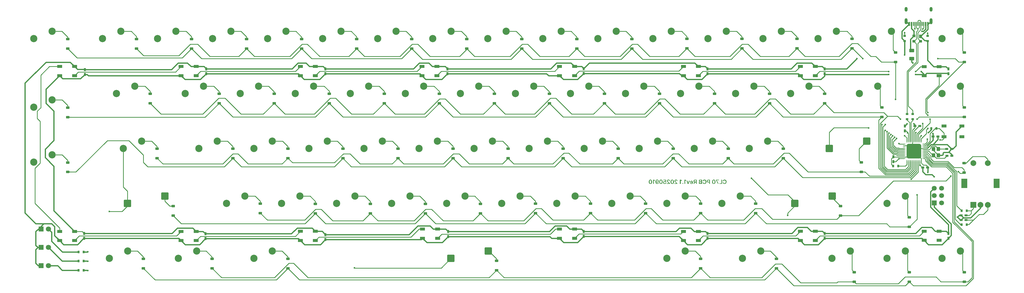
<source format=gbr>
%TF.GenerationSoftware,KiCad,Pcbnew,9.0.2*%
%TF.CreationDate,2025-09-10T16:53:27+09:00*%
%TF.ProjectId,CL70_PCB,434c3730-5f50-4434-922e-6b696361645f,rev?*%
%TF.SameCoordinates,Original*%
%TF.FileFunction,Copper,L2,Bot*%
%TF.FilePolarity,Positive*%
%FSLAX46Y46*%
G04 Gerber Fmt 4.6, Leading zero omitted, Abs format (unit mm)*
G04 Created by KiCad (PCBNEW 9.0.2) date 2025-09-10 16:53:27*
%MOMM*%
%LPD*%
G01*
G04 APERTURE LIST*
G04 Aperture macros list*
%AMRoundRect*
0 Rectangle with rounded corners*
0 $1 Rounding radius*
0 $2 $3 $4 $5 $6 $7 $8 $9 X,Y pos of 4 corners*
0 Add a 4 corners polygon primitive as box body*
4,1,4,$2,$3,$4,$5,$6,$7,$8,$9,$2,$3,0*
0 Add four circle primitives for the rounded corners*
1,1,$1+$1,$2,$3*
1,1,$1+$1,$4,$5*
1,1,$1+$1,$6,$7*
1,1,$1+$1,$8,$9*
0 Add four rect primitives between the rounded corners*
20,1,$1+$1,$2,$3,$4,$5,0*
20,1,$1+$1,$4,$5,$6,$7,0*
20,1,$1+$1,$6,$7,$8,$9,0*
20,1,$1+$1,$8,$9,$2,$3,0*%
G04 Aperture macros list end*
%TA.AperFunction,EtchedComponent*%
%ADD10C,0.000000*%
%TD*%
%TA.AperFunction,ComponentPad*%
%ADD11C,2.500000*%
%TD*%
%TA.AperFunction,ComponentPad*%
%ADD12R,1.800000X1.800000*%
%TD*%
%TA.AperFunction,ComponentPad*%
%ADD13C,1.800000*%
%TD*%
%TA.AperFunction,SMDPad,CuDef*%
%ADD14RoundRect,0.250000X-1.025000X-1.000000X1.025000X-1.000000X1.025000X1.000000X-1.025000X1.000000X0*%
%TD*%
%TA.AperFunction,ComponentPad*%
%ADD15R,2.000000X2.000000*%
%TD*%
%TA.AperFunction,ComponentPad*%
%ADD16C,2.000000*%
%TD*%
%TA.AperFunction,ComponentPad*%
%ADD17R,2.000000X3.200000*%
%TD*%
%TA.AperFunction,SMDPad,CuDef*%
%ADD18R,1.000000X0.750000*%
%TD*%
%TA.AperFunction,SMDPad,CuDef*%
%ADD19R,1.800000X1.000000*%
%TD*%
%TA.AperFunction,SMDPad,CuDef*%
%ADD20RoundRect,0.225000X0.375000X-0.225000X0.375000X0.225000X-0.375000X0.225000X-0.375000X-0.225000X0*%
%TD*%
%TA.AperFunction,SMDPad,CuDef*%
%ADD21R,0.750000X1.000000*%
%TD*%
%TA.AperFunction,SMDPad,CuDef*%
%ADD22R,0.900000X0.800000*%
%TD*%
%TA.AperFunction,SMDPad,CuDef*%
%ADD23R,1.000000X1.200000*%
%TD*%
%TA.AperFunction,SMDPad,CuDef*%
%ADD24R,1.000000X0.900000*%
%TD*%
%TA.AperFunction,SMDPad,CuDef*%
%ADD25R,1.800000X1.100000*%
%TD*%
%TA.AperFunction,ComponentPad*%
%ADD26C,1.700000*%
%TD*%
%TA.AperFunction,ComponentPad*%
%ADD27R,1.700000X1.700000*%
%TD*%
%TA.AperFunction,SMDPad,CuDef*%
%ADD28R,0.800000X0.900000*%
%TD*%
%TA.AperFunction,SMDPad,CuDef*%
%ADD29RoundRect,0.250000X0.350000X-0.450000X0.350000X0.450000X-0.350000X0.450000X-0.350000X-0.450000X0*%
%TD*%
%TA.AperFunction,SMDPad,CuDef*%
%ADD30R,0.600000X1.450000*%
%TD*%
%TA.AperFunction,SMDPad,CuDef*%
%ADD31R,0.300000X1.450000*%
%TD*%
%TA.AperFunction,ComponentPad*%
%ADD32O,1.000000X1.600000*%
%TD*%
%TA.AperFunction,ComponentPad*%
%ADD33O,1.000000X2.100000*%
%TD*%
%TA.AperFunction,SMDPad,CuDef*%
%ADD34O,0.250000X1.000000*%
%TD*%
%TA.AperFunction,SMDPad,CuDef*%
%ADD35O,1.000000X0.250000*%
%TD*%
%TA.AperFunction,SMDPad,CuDef*%
%ADD36RoundRect,0.500000X-2.000000X2.000000X-2.000000X-2.000000X2.000000X-2.000000X2.000000X2.000000X0*%
%TD*%
%TA.AperFunction,SMDPad,CuDef*%
%ADD37RoundRect,0.250000X0.625000X-0.375000X0.625000X0.375000X-0.625000X0.375000X-0.625000X-0.375000X0*%
%TD*%
%TA.AperFunction,ViaPad*%
%ADD38C,0.600000*%
%TD*%
%TA.AperFunction,Conductor*%
%ADD39C,0.381000*%
%TD*%
%TA.AperFunction,Conductor*%
%ADD40C,0.254000*%
%TD*%
G04 APERTURE END LIST*
D10*
%TA.AperFunction,EtchedComponent*%
%TO.C,G\u002A\u002A\u002A*%
G36*
X282034005Y-158223862D02*
G01*
X282034005Y-158967584D01*
X281573906Y-158967584D01*
X281113807Y-158967584D01*
X281113807Y-158854135D01*
X281113807Y-158740686D01*
X281441549Y-158740686D01*
X281769291Y-158740686D01*
X281769291Y-158110413D01*
X281769291Y-157480140D01*
X281901648Y-157480140D01*
X282034005Y-157480140D01*
X282034005Y-158223862D01*
G37*
%TD.AperFunction*%
%TA.AperFunction,EtchedComponent*%
G36*
X268523111Y-158674398D02*
G01*
X268571275Y-158699247D01*
X268606790Y-158737932D01*
X268627493Y-158785843D01*
X268631221Y-158838364D01*
X268615813Y-158890884D01*
X268579105Y-158938789D01*
X268550740Y-158961932D01*
X268518221Y-158976514D01*
X268476576Y-158980190D01*
X268465347Y-158979913D01*
X268404000Y-158966263D01*
X268358065Y-158933337D01*
X268329250Y-158882911D01*
X268319266Y-158816760D01*
X268326844Y-158773068D01*
X268354862Y-158724389D01*
X268398577Y-158687826D01*
X268452731Y-158669194D01*
X268464459Y-158668000D01*
X268523111Y-158674398D01*
G37*
%TD.AperFunction*%
%TA.AperFunction,EtchedComponent*%
G36*
X258593570Y-157599723D02*
G01*
X258776933Y-157719307D01*
X258776933Y-157839227D01*
X258776693Y-157870327D01*
X258775296Y-157916024D01*
X258772932Y-157947455D01*
X258769921Y-157959147D01*
X258764980Y-157956904D01*
X258741897Y-157943560D01*
X258703617Y-157920218D01*
X258653923Y-157889197D01*
X258596596Y-157852818D01*
X258430283Y-157746488D01*
X258427012Y-158357036D01*
X258423741Y-158967584D01*
X258285201Y-158967584D01*
X258146660Y-158967584D01*
X258146660Y-158223862D01*
X258146660Y-157480140D01*
X258278433Y-157480140D01*
X258410206Y-157480140D01*
X258593570Y-157599723D01*
G37*
%TD.AperFunction*%
%TA.AperFunction,EtchedComponent*%
G36*
X267896399Y-157599723D02*
G01*
X268079762Y-157719307D01*
X268079762Y-157839227D01*
X268079521Y-157870327D01*
X268078125Y-157916024D01*
X268075761Y-157947455D01*
X268072750Y-157959147D01*
X268067809Y-157956904D01*
X268044726Y-157943560D01*
X268006446Y-157920218D01*
X267956752Y-157889197D01*
X267899425Y-157852818D01*
X267733112Y-157746488D01*
X267729841Y-158357036D01*
X267726569Y-158967584D01*
X267588029Y-158967584D01*
X267449489Y-158967584D01*
X267449489Y-158223862D01*
X267449489Y-157480140D01*
X267581262Y-157480140D01*
X267713035Y-157480140D01*
X267896399Y-157599723D01*
G37*
%TD.AperFunction*%
%TA.AperFunction,EtchedComponent*%
G36*
X269434265Y-157599723D02*
G01*
X269617628Y-157719307D01*
X269617628Y-157839227D01*
X269617387Y-157870327D01*
X269615991Y-157916024D01*
X269613627Y-157947455D01*
X269610616Y-157959147D01*
X269605675Y-157956904D01*
X269582592Y-157943560D01*
X269544312Y-157920218D01*
X269494618Y-157889197D01*
X269437291Y-157852818D01*
X269270978Y-157746488D01*
X269267707Y-158357036D01*
X269264435Y-158967584D01*
X269125895Y-158967584D01*
X268987355Y-158967584D01*
X268987355Y-158223862D01*
X268987355Y-157480140D01*
X269119128Y-157480140D01*
X269250901Y-157480140D01*
X269434265Y-157599723D01*
G37*
%TD.AperFunction*%
%TA.AperFunction,EtchedComponent*%
G36*
X280962541Y-157593589D02*
G01*
X280962541Y-157707038D01*
X280590680Y-157707038D01*
X280560755Y-157707057D01*
X280469221Y-157707364D01*
X280387362Y-157708007D01*
X280318285Y-157708936D01*
X280265098Y-157710103D01*
X280230907Y-157711458D01*
X280218819Y-157712951D01*
X280219835Y-157715406D01*
X280230002Y-157736233D01*
X280250221Y-157776481D01*
X280279423Y-157834057D01*
X280316541Y-157906867D01*
X280360504Y-157992816D01*
X280410244Y-158089810D01*
X280464693Y-158195756D01*
X280522783Y-158308559D01*
X280545036Y-158351732D01*
X280602767Y-158463736D01*
X280657002Y-158568961D01*
X280706590Y-158665175D01*
X280750380Y-158750144D01*
X280787221Y-158821636D01*
X280815963Y-158877418D01*
X280835454Y-158915257D01*
X280844546Y-158932919D01*
X280862345Y-158967584D01*
X280720210Y-158967249D01*
X280578075Y-158966913D01*
X280259787Y-158343938D01*
X279941499Y-157720963D01*
X279941499Y-157600551D01*
X279941499Y-157480140D01*
X280452020Y-157480140D01*
X280962541Y-157480140D01*
X280962541Y-157593589D01*
G37*
%TD.AperFunction*%
%TA.AperFunction,EtchedComponent*%
G36*
X270796715Y-157848567D02*
G01*
X270828605Y-157850780D01*
X270840358Y-157854214D01*
X270836940Y-157865514D01*
X270825809Y-157898457D01*
X270807767Y-157950582D01*
X270783652Y-158019507D01*
X270754298Y-158102850D01*
X270720544Y-158198230D01*
X270683226Y-158303264D01*
X270643180Y-158415570D01*
X270446001Y-158967584D01*
X270299650Y-158967584D01*
X270153299Y-158967584D01*
X269961506Y-158428701D01*
X269929752Y-158339359D01*
X269892185Y-158233329D01*
X269857908Y-158136217D01*
X269827786Y-158050494D01*
X269802684Y-157978632D01*
X269783467Y-157923100D01*
X269771002Y-157886369D01*
X269766152Y-157870909D01*
X269766761Y-157864467D01*
X269776061Y-157858179D01*
X269798742Y-157854376D01*
X269838744Y-157852502D01*
X269900004Y-157852001D01*
X270037418Y-157852001D01*
X270162593Y-158255376D01*
X270183981Y-158324017D01*
X270212689Y-158415246D01*
X270238665Y-158496744D01*
X270260973Y-158565636D01*
X270278682Y-158619049D01*
X270290857Y-158654109D01*
X270296566Y-158667942D01*
X270300611Y-158662053D01*
X270311489Y-158635062D01*
X270328024Y-158588793D01*
X270349312Y-158525928D01*
X270374447Y-158449148D01*
X270402525Y-158361134D01*
X270432643Y-158264568D01*
X270559923Y-157852001D01*
X270700141Y-157848437D01*
X270749743Y-157847783D01*
X270796715Y-157848567D01*
G37*
%TD.AperFunction*%
%TA.AperFunction,EtchedComponent*%
G36*
X277861598Y-158223862D02*
G01*
X277861598Y-158967584D01*
X277729241Y-158967584D01*
X277596884Y-158967584D01*
X277596884Y-158715475D01*
X277596884Y-158463366D01*
X277398348Y-158463216D01*
X277304128Y-158462053D01*
X277225001Y-158457912D01*
X277160717Y-158449852D01*
X277106015Y-158436934D01*
X277055636Y-158418217D01*
X277004319Y-158392760D01*
X276941084Y-158349580D01*
X276874722Y-158278833D01*
X276824727Y-158193201D01*
X276792584Y-158096184D01*
X276779777Y-157991284D01*
X276781864Y-157962810D01*
X277057569Y-157962810D01*
X277063996Y-158043899D01*
X277091510Y-158114839D01*
X277138503Y-158172596D01*
X277203371Y-158214130D01*
X277234321Y-158225046D01*
X277278726Y-158234131D01*
X277338312Y-158240624D01*
X277418081Y-158245250D01*
X277425379Y-158245553D01*
X277485773Y-158247209D01*
X277536317Y-158247139D01*
X277571905Y-158245437D01*
X277587430Y-158242195D01*
X277588251Y-158240341D01*
X277591000Y-158218896D01*
X277593372Y-158177218D01*
X277595233Y-158119194D01*
X277596449Y-158048710D01*
X277596884Y-157969652D01*
X277596884Y-157707038D01*
X277442467Y-157707109D01*
X277382186Y-157708035D01*
X277321922Y-157710759D01*
X277273039Y-157714843D01*
X277242448Y-157719846D01*
X277175560Y-157747724D01*
X277118366Y-157795444D01*
X277079495Y-157860309D01*
X277059388Y-157941788D01*
X277057569Y-157962810D01*
X276781864Y-157962810D01*
X276787788Y-157881999D01*
X276797692Y-157835666D01*
X276836041Y-157733113D01*
X276893492Y-157646168D01*
X276968685Y-157576225D01*
X277060263Y-157524679D01*
X277166867Y-157492922D01*
X277184963Y-157490545D01*
X277230709Y-157487196D01*
X277294337Y-157484332D01*
X277371415Y-157482102D01*
X277457508Y-157480655D01*
X277548182Y-157480140D01*
X277861598Y-157480140D01*
X277861598Y-157969652D01*
X277861598Y-158223862D01*
G37*
%TD.AperFunction*%
%TA.AperFunction,EtchedComponent*%
G36*
X263621327Y-157474417D02*
G01*
X263718695Y-157506057D01*
X263804983Y-157553195D01*
X263877554Y-157614103D01*
X263933772Y-157687054D01*
X263971002Y-157770320D01*
X263986609Y-157862173D01*
X263989291Y-157927634D01*
X263866168Y-157931244D01*
X263819691Y-157932583D01*
X263778034Y-157932220D01*
X263752737Y-157927013D01*
X263738806Y-157914282D01*
X263731244Y-157891346D01*
X263725057Y-157855524D01*
X263720727Y-157836553D01*
X263692649Y-157780772D01*
X263646788Y-157735442D01*
X263587910Y-157702698D01*
X263520783Y-157684676D01*
X263450172Y-157683510D01*
X263380844Y-157701337D01*
X263334257Y-157725534D01*
X263281318Y-157773090D01*
X263249737Y-157833963D01*
X263239266Y-157908519D01*
X263239597Y-157927645D01*
X263242408Y-157958840D01*
X263249400Y-157988984D01*
X263262135Y-158020126D01*
X263282179Y-158054314D01*
X263311095Y-158093597D01*
X263350446Y-158140024D01*
X263401797Y-158195645D01*
X263466710Y-158262507D01*
X263546750Y-158342661D01*
X263643481Y-158438155D01*
X263983156Y-158772200D01*
X263983072Y-158869892D01*
X263982988Y-158967584D01*
X263466164Y-158967584D01*
X262949340Y-158967584D01*
X262949340Y-158854135D01*
X262949340Y-158740686D01*
X263277082Y-158740686D01*
X263358642Y-158740465D01*
X263438442Y-158739770D01*
X263506270Y-158738673D01*
X263558816Y-158737243D01*
X263592770Y-158735551D01*
X263604824Y-158733668D01*
X263604798Y-158733539D01*
X263595305Y-158722274D01*
X263570297Y-158695786D01*
X263532080Y-158656429D01*
X263482959Y-158606560D01*
X263425239Y-158548535D01*
X263361226Y-158484710D01*
X263265796Y-158388364D01*
X263182008Y-158299487D01*
X263114802Y-158222068D01*
X263062712Y-158153739D01*
X263024268Y-158092130D01*
X262998003Y-158034872D01*
X262982449Y-157979596D01*
X262976139Y-157923933D01*
X262977604Y-157865512D01*
X262996259Y-157768820D01*
X263036880Y-157679548D01*
X263097576Y-157603211D01*
X263176758Y-157541365D01*
X263272839Y-157495565D01*
X263384229Y-157467367D01*
X263403890Y-157464539D01*
X263515513Y-157460002D01*
X263621327Y-157474417D01*
G37*
%TD.AperFunction*%
%TA.AperFunction,EtchedComponent*%
G36*
X266230657Y-157474417D02*
G01*
X266328025Y-157506057D01*
X266414313Y-157553195D01*
X266486884Y-157614103D01*
X266543102Y-157687054D01*
X266580332Y-157770320D01*
X266595939Y-157862173D01*
X266598621Y-157927634D01*
X266475498Y-157931244D01*
X266429021Y-157932583D01*
X266387364Y-157932220D01*
X266362067Y-157927013D01*
X266348136Y-157914282D01*
X266340574Y-157891346D01*
X266334387Y-157855524D01*
X266330057Y-157836553D01*
X266301980Y-157780772D01*
X266256118Y-157735442D01*
X266197241Y-157702698D01*
X266130113Y-157684676D01*
X266059502Y-157683510D01*
X265990174Y-157701337D01*
X265943587Y-157725534D01*
X265890648Y-157773090D01*
X265859068Y-157833963D01*
X265848596Y-157908519D01*
X265848927Y-157927645D01*
X265851738Y-157958840D01*
X265858730Y-157988984D01*
X265871466Y-158020126D01*
X265891509Y-158054314D01*
X265920425Y-158093597D01*
X265959776Y-158140024D01*
X266011127Y-158195645D01*
X266076040Y-158262507D01*
X266156080Y-158342661D01*
X266252811Y-158438155D01*
X266592486Y-158772200D01*
X266592402Y-158869892D01*
X266592318Y-158967584D01*
X266075494Y-158967584D01*
X265558670Y-158967584D01*
X265558670Y-158854135D01*
X265558670Y-158740686D01*
X265886412Y-158740686D01*
X265967973Y-158740465D01*
X266047772Y-158739770D01*
X266115600Y-158738673D01*
X266168146Y-158737243D01*
X266202100Y-158735551D01*
X266214154Y-158733668D01*
X266214128Y-158733539D01*
X266204635Y-158722274D01*
X266179627Y-158695786D01*
X266141410Y-158656429D01*
X266092289Y-158606560D01*
X266034569Y-158548535D01*
X265970556Y-158484710D01*
X265875126Y-158388364D01*
X265791338Y-158299487D01*
X265724132Y-158222068D01*
X265672042Y-158153739D01*
X265633598Y-158092130D01*
X265607333Y-158034872D01*
X265591779Y-157979596D01*
X265585469Y-157923933D01*
X265586934Y-157865512D01*
X265605589Y-157768820D01*
X265646210Y-157679548D01*
X265706906Y-157603211D01*
X265786088Y-157541365D01*
X265882169Y-157495565D01*
X265993559Y-157467367D01*
X266013220Y-157464539D01*
X266124843Y-157460002D01*
X266230657Y-157474417D01*
G37*
%TD.AperFunction*%
%TA.AperFunction,EtchedComponent*%
G36*
X273248000Y-158223862D02*
G01*
X273248000Y-158967584D01*
X273115643Y-158967584D01*
X272983286Y-158967584D01*
X272983286Y-158696154D01*
X272983286Y-158424724D01*
X272842741Y-158428288D01*
X272702197Y-158431852D01*
X272559956Y-158696567D01*
X272417715Y-158961281D01*
X272264623Y-158964829D01*
X272260463Y-158964922D01*
X272202965Y-158965416D01*
X272156857Y-158964383D01*
X272126742Y-158962021D01*
X272117220Y-158958526D01*
X272122423Y-158949442D01*
X272144508Y-158910015D01*
X272173351Y-158857640D01*
X272207070Y-158795824D01*
X272243782Y-158728076D01*
X272281603Y-158657903D01*
X272318652Y-158588815D01*
X272353045Y-158524319D01*
X272382899Y-158467924D01*
X272406331Y-158423138D01*
X272421460Y-158393469D01*
X272426401Y-158382426D01*
X272423724Y-158380691D01*
X272405063Y-158369218D01*
X272375621Y-158351417D01*
X272367662Y-158346414D01*
X272315451Y-158304449D01*
X272264936Y-158250470D01*
X272222915Y-158192536D01*
X272196184Y-158138702D01*
X272175129Y-158059686D01*
X272165837Y-157959147D01*
X272447629Y-157959147D01*
X272450474Y-158008616D01*
X272467390Y-158072027D01*
X272501570Y-158121243D01*
X272555345Y-158160626D01*
X272578220Y-158172443D01*
X272602210Y-158181443D01*
X272631021Y-158187607D01*
X272669751Y-158191692D01*
X272723497Y-158194458D01*
X272797355Y-158196665D01*
X272983286Y-158201399D01*
X272983286Y-157953037D01*
X272983286Y-157704674D01*
X272803270Y-157709008D01*
X272745470Y-157710602D01*
X272688111Y-157713210D01*
X272646451Y-157717151D01*
X272615101Y-157723229D01*
X272588671Y-157732246D01*
X272561772Y-157745008D01*
X272516607Y-157774250D01*
X272476939Y-157820617D01*
X272454593Y-157881037D01*
X272447629Y-157959147D01*
X272165837Y-157959147D01*
X272165175Y-157951980D01*
X272176325Y-157848538D01*
X272207467Y-157752477D01*
X272257491Y-157666911D01*
X272325284Y-157594959D01*
X272409737Y-157539737D01*
X272410449Y-157539384D01*
X272448258Y-157522198D01*
X272486701Y-157508615D01*
X272529287Y-157498230D01*
X272579524Y-157490640D01*
X272640923Y-157485440D01*
X272716992Y-157482226D01*
X272811242Y-157480594D01*
X272927182Y-157480140D01*
X273248000Y-157480140D01*
X273248000Y-157953037D01*
X273248000Y-158223862D01*
G37*
%TD.AperFunction*%
%TA.AperFunction,EtchedComponent*%
G36*
X257812097Y-158228966D02*
G01*
X257811728Y-158312046D01*
X257810220Y-158375773D01*
X257807070Y-158425703D01*
X257801776Y-158467388D01*
X257793835Y-158506383D01*
X257782745Y-158548242D01*
X257768587Y-158593439D01*
X257718035Y-158709138D01*
X257652689Y-158806238D01*
X257573532Y-158883700D01*
X257481550Y-158940487D01*
X257377727Y-158975559D01*
X257332765Y-158983815D01*
X257214277Y-158989998D01*
X257103594Y-158972957D01*
X257002339Y-158933689D01*
X256912135Y-158873190D01*
X256834603Y-158792456D01*
X256771366Y-158692483D01*
X256724048Y-158574267D01*
X256720661Y-158562915D01*
X256692931Y-158437764D01*
X256679090Y-158304978D01*
X256678824Y-158216418D01*
X256950325Y-158216418D01*
X256955331Y-158339800D01*
X256972268Y-158456667D01*
X257001243Y-158560077D01*
X257029536Y-158618500D01*
X257074447Y-158678691D01*
X257127153Y-158724973D01*
X257182384Y-158751770D01*
X257217659Y-158759360D01*
X257292941Y-158759179D01*
X257360676Y-158735237D01*
X257419781Y-158688037D01*
X257469172Y-158618085D01*
X257472653Y-158611573D01*
X257504537Y-158536276D01*
X257526362Y-158449292D01*
X257538895Y-158346521D01*
X257542902Y-158223862D01*
X257536861Y-158084280D01*
X257518269Y-157963736D01*
X257487078Y-157864788D01*
X257443240Y-157787292D01*
X257386710Y-157731098D01*
X257374945Y-157723063D01*
X257308126Y-157693520D01*
X257238891Y-157686720D01*
X257170959Y-157701373D01*
X257108047Y-157736187D01*
X257053872Y-157789873D01*
X257012151Y-157861139D01*
X257005810Y-157876601D01*
X256975673Y-157977876D01*
X256957142Y-158093463D01*
X256950325Y-158216418D01*
X256678824Y-158216418D01*
X256678684Y-158169597D01*
X256691262Y-158036660D01*
X256716370Y-157911207D01*
X256753556Y-157798276D01*
X256802366Y-157702906D01*
X256854413Y-157634274D01*
X256933911Y-157561803D01*
X257023487Y-157508756D01*
X257120024Y-157474939D01*
X257220406Y-157460160D01*
X257321517Y-157464224D01*
X257420240Y-157486937D01*
X257513458Y-157528108D01*
X257598056Y-157587541D01*
X257670918Y-157665045D01*
X257728925Y-157760424D01*
X257740150Y-157784505D01*
X257766303Y-157846810D01*
X257785435Y-157905931D01*
X257798564Y-157967533D01*
X257806706Y-158037280D01*
X257810877Y-158120835D01*
X257812095Y-158223862D01*
X257812097Y-158228966D01*
G37*
%TD.AperFunction*%
%TA.AperFunction,EtchedComponent*%
G36*
X261442470Y-158228966D02*
G01*
X261442100Y-158312046D01*
X261440592Y-158375773D01*
X261437442Y-158425703D01*
X261432148Y-158467388D01*
X261424207Y-158506383D01*
X261413117Y-158548242D01*
X261398959Y-158593439D01*
X261348407Y-158709138D01*
X261283061Y-158806238D01*
X261203904Y-158883700D01*
X261111922Y-158940487D01*
X261008100Y-158975559D01*
X260963137Y-158983815D01*
X260844649Y-158989998D01*
X260733966Y-158972957D01*
X260632711Y-158933689D01*
X260542507Y-158873190D01*
X260464975Y-158792456D01*
X260401739Y-158692483D01*
X260354420Y-158574267D01*
X260351034Y-158562915D01*
X260323303Y-158437764D01*
X260309462Y-158304978D01*
X260309197Y-158216418D01*
X260580698Y-158216418D01*
X260585703Y-158339800D01*
X260602640Y-158456667D01*
X260631615Y-158560077D01*
X260659908Y-158618500D01*
X260704819Y-158678691D01*
X260757525Y-158724973D01*
X260812757Y-158751770D01*
X260848031Y-158759360D01*
X260923313Y-158759179D01*
X260991048Y-158735237D01*
X261050153Y-158688037D01*
X261099544Y-158618085D01*
X261103025Y-158611573D01*
X261134909Y-158536276D01*
X261156735Y-158449292D01*
X261169267Y-158346521D01*
X261173275Y-158223862D01*
X261167233Y-158084280D01*
X261148641Y-157963736D01*
X261117450Y-157864788D01*
X261073612Y-157787292D01*
X261017082Y-157731098D01*
X261005318Y-157723063D01*
X260938498Y-157693520D01*
X260869263Y-157686720D01*
X260801331Y-157701373D01*
X260738419Y-157736187D01*
X260684244Y-157789873D01*
X260642523Y-157861139D01*
X260636182Y-157876601D01*
X260606045Y-157977876D01*
X260587514Y-158093463D01*
X260580698Y-158216418D01*
X260309197Y-158216418D01*
X260309057Y-158169597D01*
X260321634Y-158036660D01*
X260346743Y-157911207D01*
X260383928Y-157798276D01*
X260432738Y-157702906D01*
X260484785Y-157634274D01*
X260564283Y-157561803D01*
X260653859Y-157508756D01*
X260750396Y-157474939D01*
X260850778Y-157460160D01*
X260951889Y-157464224D01*
X261050612Y-157486937D01*
X261143831Y-157528108D01*
X261228429Y-157587541D01*
X261301290Y-157665045D01*
X261359298Y-157760424D01*
X261370523Y-157784505D01*
X261396675Y-157846810D01*
X261415807Y-157905931D01*
X261428936Y-157967533D01*
X261437078Y-158037280D01*
X261441249Y-158120835D01*
X261442467Y-158223862D01*
X261442470Y-158228966D01*
G37*
%TD.AperFunction*%
%TA.AperFunction,EtchedComponent*%
G36*
X265350162Y-158228966D02*
G01*
X265349793Y-158312046D01*
X265348284Y-158375773D01*
X265345135Y-158425703D01*
X265339840Y-158467388D01*
X265331900Y-158506383D01*
X265320810Y-158548242D01*
X265306651Y-158593439D01*
X265256099Y-158709138D01*
X265190753Y-158806238D01*
X265111597Y-158883700D01*
X265019615Y-158940487D01*
X264915792Y-158975559D01*
X264870829Y-158983815D01*
X264752341Y-158989998D01*
X264641659Y-158972957D01*
X264540404Y-158933689D01*
X264450199Y-158873190D01*
X264372667Y-158792456D01*
X264309431Y-158692483D01*
X264262112Y-158574267D01*
X264258726Y-158562915D01*
X264230996Y-158437764D01*
X264217154Y-158304978D01*
X264216889Y-158216418D01*
X264488390Y-158216418D01*
X264493396Y-158339800D01*
X264510332Y-158456667D01*
X264539308Y-158560077D01*
X264567600Y-158618500D01*
X264612511Y-158678691D01*
X264665217Y-158724973D01*
X264720449Y-158751770D01*
X264755724Y-158759360D01*
X264831006Y-158759179D01*
X264898741Y-158735237D01*
X264957846Y-158688037D01*
X265007236Y-158618085D01*
X265010717Y-158611573D01*
X265042602Y-158536276D01*
X265064427Y-158449292D01*
X265076960Y-158346521D01*
X265080967Y-158223862D01*
X265074926Y-158084280D01*
X265056333Y-157963736D01*
X265025142Y-157864788D01*
X264981305Y-157787292D01*
X264924774Y-157731098D01*
X264913010Y-157723063D01*
X264846190Y-157693520D01*
X264776956Y-157686720D01*
X264709024Y-157701373D01*
X264646112Y-157736187D01*
X264591936Y-157789873D01*
X264550216Y-157861139D01*
X264543874Y-157876601D01*
X264513738Y-157977876D01*
X264495207Y-158093463D01*
X264488390Y-158216418D01*
X264216889Y-158216418D01*
X264216749Y-158169597D01*
X264229327Y-158036660D01*
X264254435Y-157911207D01*
X264291621Y-157798276D01*
X264340431Y-157702906D01*
X264392477Y-157634274D01*
X264471975Y-157561803D01*
X264561551Y-157508756D01*
X264658088Y-157474939D01*
X264758471Y-157460160D01*
X264859581Y-157464224D01*
X264958304Y-157486937D01*
X265051523Y-157528108D01*
X265136121Y-157587541D01*
X265208982Y-157665045D01*
X265266990Y-157760424D01*
X265278215Y-157784505D01*
X265304367Y-157846810D01*
X265323499Y-157905931D01*
X265336628Y-157967533D01*
X265344770Y-158037280D01*
X265348942Y-158120835D01*
X265350159Y-158223862D01*
X265350162Y-158228966D01*
G37*
%TD.AperFunction*%
%TA.AperFunction,EtchedComponent*%
G36*
X271989073Y-158289877D02*
G01*
X271999655Y-158412944D01*
X271997157Y-158478196D01*
X271977168Y-158600773D01*
X271937856Y-158709033D01*
X271880029Y-158801832D01*
X271804492Y-158878024D01*
X271712050Y-158936463D01*
X271603510Y-158976005D01*
X271555334Y-158984571D01*
X271475430Y-158988972D01*
X271389518Y-158985196D01*
X271307724Y-158973818D01*
X271240174Y-158955412D01*
X271187268Y-158931589D01*
X271113417Y-158884651D01*
X271052132Y-158828718D01*
X271007562Y-158767829D01*
X270983859Y-158706021D01*
X270975866Y-158665053D01*
X271102047Y-158665053D01*
X271119770Y-158665066D01*
X271171565Y-158665658D01*
X271205024Y-158668013D01*
X271225565Y-158673328D01*
X271238606Y-158682800D01*
X271249568Y-158697623D01*
X271267417Y-158718504D01*
X271315698Y-158749980D01*
X271379082Y-158770569D01*
X271451722Y-158777949D01*
X271524099Y-158770715D01*
X271600334Y-158742900D01*
X271662374Y-158694826D01*
X271679689Y-158672796D01*
X271707385Y-158622457D01*
X271727549Y-158567196D01*
X271735345Y-158518688D01*
X271735345Y-158488941D01*
X271347727Y-158485608D01*
X270960110Y-158482274D01*
X270963045Y-158381430D01*
X270965748Y-158326808D01*
X270969260Y-158299495D01*
X271215202Y-158299495D01*
X271475274Y-158299495D01*
X271497623Y-158299454D01*
X271573296Y-158298678D01*
X271638620Y-158297034D01*
X271689879Y-158294680D01*
X271723360Y-158291775D01*
X271735345Y-158288474D01*
X271734507Y-158282900D01*
X271727584Y-158257675D01*
X271715947Y-158222474D01*
X271685854Y-158162384D01*
X271639022Y-158110530D01*
X271581955Y-158074494D01*
X271518535Y-158054074D01*
X271452647Y-158049068D01*
X271388173Y-158059274D01*
X271328997Y-158084489D01*
X271279001Y-158124512D01*
X271242070Y-158179140D01*
X271222086Y-158248172D01*
X271215202Y-158299495D01*
X270969260Y-158299495D01*
X270977362Y-158236494D01*
X270999079Y-158157620D01*
X271032848Y-158081820D01*
X271040805Y-158067307D01*
X271102255Y-157984515D01*
X271181389Y-157919207D01*
X271277131Y-157872102D01*
X271388401Y-157843923D01*
X271462262Y-157837157D01*
X271572650Y-157845583D01*
X271674514Y-157875724D01*
X271765942Y-157925800D01*
X271845023Y-157994032D01*
X271909846Y-158078642D01*
X271958499Y-158177850D01*
X271988690Y-158288474D01*
X271989073Y-158289877D01*
G37*
%TD.AperFunction*%
%TA.AperFunction,EtchedComponent*%
G36*
X276064549Y-157472581D02*
G01*
X276149146Y-157491407D01*
X276245393Y-157531233D01*
X276349717Y-157598550D01*
X276439621Y-157685195D01*
X276512431Y-157788974D01*
X276545729Y-157857031D01*
X276584858Y-157976929D01*
X276607350Y-158107273D01*
X276613104Y-158242771D01*
X276602014Y-158378127D01*
X276573978Y-158508047D01*
X276528890Y-158627237D01*
X276524603Y-158635993D01*
X276462007Y-158735055D01*
X276381086Y-158822248D01*
X276286165Y-158894243D01*
X276181569Y-158947709D01*
X276071623Y-158979316D01*
X276064986Y-158980385D01*
X276015168Y-158985136D01*
X275953992Y-158987181D01*
X275893179Y-158986075D01*
X275813939Y-158977916D01*
X275692362Y-158947026D01*
X275583703Y-158895584D01*
X275489575Y-158824906D01*
X275411592Y-158736311D01*
X275351371Y-158631115D01*
X275310523Y-158510636D01*
X275302210Y-158475971D01*
X275438790Y-158475971D01*
X275575371Y-158475971D01*
X275604139Y-158545378D01*
X275626223Y-158589419D01*
X275679711Y-158655112D01*
X275750124Y-158702437D01*
X275836905Y-158731070D01*
X275939498Y-158740686D01*
X275964018Y-158740399D01*
X276014111Y-158736126D01*
X276057398Y-158724373D01*
X276106921Y-158702138D01*
X276135301Y-158686997D01*
X276193282Y-158646119D01*
X276239144Y-158594733D01*
X276280047Y-158525536D01*
X276281012Y-158523625D01*
X276307893Y-158460187D01*
X276325465Y-158392570D01*
X276335005Y-158313964D01*
X276337791Y-158217559D01*
X276332845Y-158122849D01*
X276311388Y-158008843D01*
X276273461Y-157911244D01*
X276219624Y-157831391D01*
X276150439Y-157770618D01*
X276126900Y-157755900D01*
X276059285Y-157724850D01*
X275987040Y-157710250D01*
X275901449Y-157709976D01*
X275840427Y-157718118D01*
X275753624Y-157747010D01*
X275681542Y-157794037D01*
X275626425Y-157857568D01*
X275590517Y-157935971D01*
X275576020Y-157984358D01*
X275439115Y-157984358D01*
X275302210Y-157984358D01*
X275309871Y-157949693D01*
X275314978Y-157928400D01*
X275344387Y-157839140D01*
X275384253Y-157753801D01*
X275430868Y-157679478D01*
X275480524Y-157623264D01*
X275491412Y-157613873D01*
X275559003Y-157566030D01*
X275638444Y-157522968D01*
X275718670Y-157490838D01*
X275772507Y-157477344D01*
X275866417Y-157465536D01*
X275967035Y-157463953D01*
X276064549Y-157472581D01*
G37*
%TD.AperFunction*%
%TA.AperFunction,EtchedComponent*%
G36*
X283022762Y-157472581D02*
G01*
X283107359Y-157491407D01*
X283203606Y-157531233D01*
X283307930Y-157598550D01*
X283397835Y-157685195D01*
X283470645Y-157788974D01*
X283503943Y-157857031D01*
X283543071Y-157976929D01*
X283565564Y-158107273D01*
X283571317Y-158242771D01*
X283560228Y-158378127D01*
X283532191Y-158508047D01*
X283487103Y-158627237D01*
X283482816Y-158635993D01*
X283420221Y-158735055D01*
X283339300Y-158822248D01*
X283244378Y-158894243D01*
X283139782Y-158947709D01*
X283029837Y-158979316D01*
X283023199Y-158980385D01*
X282973381Y-158985136D01*
X282912205Y-158987181D01*
X282851392Y-158986075D01*
X282772153Y-158977916D01*
X282650576Y-158947026D01*
X282541916Y-158895584D01*
X282447788Y-158824906D01*
X282369806Y-158736311D01*
X282309584Y-158631115D01*
X282268737Y-158510636D01*
X282260423Y-158475971D01*
X282397004Y-158475971D01*
X282533585Y-158475971D01*
X282562352Y-158545378D01*
X282584437Y-158589419D01*
X282637925Y-158655112D01*
X282708337Y-158702437D01*
X282795118Y-158731070D01*
X282897711Y-158740686D01*
X282922231Y-158740399D01*
X282972324Y-158736126D01*
X283015612Y-158724373D01*
X283065135Y-158702138D01*
X283093514Y-158686997D01*
X283151495Y-158646119D01*
X283197357Y-158594733D01*
X283238261Y-158525536D01*
X283239225Y-158523625D01*
X283266106Y-158460187D01*
X283283678Y-158392570D01*
X283293219Y-158313964D01*
X283296005Y-158217559D01*
X283291058Y-158122849D01*
X283269601Y-158008843D01*
X283231674Y-157911244D01*
X283177838Y-157831391D01*
X283108652Y-157770618D01*
X283085113Y-157755900D01*
X283017498Y-157724850D01*
X282945253Y-157710250D01*
X282859663Y-157709976D01*
X282798641Y-157718118D01*
X282711838Y-157747010D01*
X282639756Y-157794037D01*
X282584638Y-157857568D01*
X282548730Y-157935971D01*
X282534233Y-157984358D01*
X282397328Y-157984358D01*
X282260423Y-157984358D01*
X282268085Y-157949693D01*
X282273192Y-157928400D01*
X282302600Y-157839140D01*
X282342467Y-157753801D01*
X282389082Y-157679478D01*
X282438737Y-157623264D01*
X282449626Y-157613873D01*
X282517217Y-157566030D01*
X282596658Y-157522968D01*
X282676884Y-157490838D01*
X282730720Y-157477344D01*
X282824630Y-157465536D01*
X282925248Y-157463953D01*
X283022762Y-157472581D01*
G37*
%TD.AperFunction*%
%TA.AperFunction,EtchedComponent*%
G36*
X279732988Y-158223862D02*
G01*
X279732991Y-158228966D01*
X279732621Y-158312046D01*
X279731113Y-158375773D01*
X279727963Y-158425703D01*
X279722669Y-158467388D01*
X279714728Y-158506383D01*
X279703639Y-158548242D01*
X279689480Y-158593439D01*
X279638928Y-158709138D01*
X279573582Y-158806238D01*
X279494425Y-158883700D01*
X279402443Y-158940487D01*
X279298621Y-158975559D01*
X279253658Y-158983815D01*
X279135170Y-158989998D01*
X279024487Y-158972957D01*
X278923232Y-158933689D01*
X278833028Y-158873190D01*
X278755496Y-158792456D01*
X278692260Y-158692483D01*
X278644941Y-158574267D01*
X278641555Y-158562915D01*
X278613824Y-158437764D01*
X278599983Y-158304978D01*
X278599721Y-158217559D01*
X278870725Y-158217559D01*
X278871511Y-158267654D01*
X278882267Y-158393150D01*
X278905084Y-158502817D01*
X278939277Y-158595083D01*
X278984163Y-158668378D01*
X279039058Y-158721130D01*
X279103278Y-158751770D01*
X279107555Y-158752926D01*
X279184847Y-158762011D01*
X279254974Y-158747505D01*
X279316942Y-158710227D01*
X279369759Y-158651000D01*
X279412432Y-158570645D01*
X279443967Y-158469982D01*
X279444178Y-158469070D01*
X279455116Y-158400773D01*
X279461665Y-158316035D01*
X279463825Y-158223109D01*
X279461595Y-158130250D01*
X279454976Y-158045710D01*
X279443967Y-157977742D01*
X279442997Y-157973612D01*
X279411412Y-157875910D01*
X279368409Y-157797076D01*
X279315389Y-157738302D01*
X279253754Y-157700778D01*
X279184905Y-157685695D01*
X279110244Y-157694243D01*
X279089198Y-157701089D01*
X279025629Y-157738545D01*
X278971971Y-157797527D01*
X278928939Y-157876479D01*
X278897245Y-157973840D01*
X278877602Y-158088053D01*
X278870725Y-158217559D01*
X278599721Y-158217559D01*
X278599578Y-158169597D01*
X278612156Y-158036660D01*
X278637264Y-157911207D01*
X278674449Y-157798276D01*
X278723259Y-157702906D01*
X278775306Y-157634274D01*
X278854804Y-157561803D01*
X278944380Y-157508756D01*
X279040917Y-157474939D01*
X279141299Y-157460160D01*
X279242410Y-157464224D01*
X279341133Y-157486937D01*
X279434352Y-157528108D01*
X279518950Y-157587541D01*
X279591811Y-157665045D01*
X279649819Y-157760424D01*
X279661044Y-157784505D01*
X279687196Y-157846810D01*
X279706328Y-157905931D01*
X279719457Y-157967533D01*
X279727599Y-158037280D01*
X279731770Y-158120835D01*
X279732979Y-158223109D01*
X279732988Y-158223862D01*
G37*
%TD.AperFunction*%
%TA.AperFunction,EtchedComponent*%
G36*
X262614563Y-157508502D02*
G01*
X262616547Y-157521305D01*
X262621107Y-157557667D01*
X262627437Y-157612287D01*
X262635123Y-157681226D01*
X262643754Y-157760549D01*
X262652916Y-157846320D01*
X262662195Y-157934602D01*
X262671180Y-158021459D01*
X262679457Y-158102954D01*
X262686614Y-158175152D01*
X262692237Y-158234116D01*
X262695914Y-158275909D01*
X262697231Y-158296595D01*
X262697224Y-158298267D01*
X262695547Y-158310790D01*
X262687623Y-158318568D01*
X262668711Y-158322729D01*
X262634071Y-158324399D01*
X262578962Y-158324706D01*
X262460693Y-158324706D01*
X262411656Y-158275668D01*
X262367065Y-158239641D01*
X262296174Y-158208874D01*
X262211838Y-158198722D01*
X262193693Y-158199153D01*
X262109281Y-158214424D01*
X262037038Y-158249861D01*
X261979600Y-158303161D01*
X261939600Y-158372021D01*
X261919673Y-158454139D01*
X261920233Y-158531484D01*
X261941175Y-158609335D01*
X261981691Y-158674023D01*
X262039643Y-158723172D01*
X262112897Y-158754404D01*
X262199315Y-158765343D01*
X262246834Y-158762038D01*
X262320166Y-158742513D01*
X262381334Y-158707681D01*
X262426383Y-158660100D01*
X262451358Y-158602328D01*
X262459731Y-158564210D01*
X262592697Y-158564210D01*
X262725664Y-158564210D01*
X262717365Y-158617783D01*
X262708519Y-158659305D01*
X262672071Y-158747380D01*
X262614720Y-158824963D01*
X262538662Y-158889985D01*
X262446095Y-158940376D01*
X262339213Y-158974067D01*
X262338375Y-158974249D01*
X262217376Y-158989663D01*
X262103324Y-158983602D01*
X261998036Y-158958001D01*
X261903330Y-158914795D01*
X261821023Y-158855920D01*
X261752933Y-158783311D01*
X261700878Y-158698904D01*
X261666674Y-158604634D01*
X261652139Y-158502437D01*
X261659091Y-158394248D01*
X261689348Y-158282002D01*
X261707130Y-158241366D01*
X261760632Y-158160196D01*
X261830181Y-158093021D01*
X261911968Y-158041107D01*
X262002187Y-158005724D01*
X262097030Y-157988139D01*
X262192690Y-157989621D01*
X262285359Y-158011439D01*
X262371230Y-158054860D01*
X262435822Y-158098327D01*
X262428640Y-158050797D01*
X262425180Y-158025217D01*
X262419407Y-157977879D01*
X262412606Y-157918788D01*
X262405624Y-157855152D01*
X262389790Y-157707038D01*
X262058201Y-157707038D01*
X261726611Y-157707038D01*
X261726611Y-157593589D01*
X261726611Y-157480140D01*
X262167562Y-157480140D01*
X262608513Y-157480140D01*
X262614563Y-157508502D01*
G37*
%TD.AperFunction*%
%TA.AperFunction,EtchedComponent*%
G36*
X260108263Y-158020902D02*
G01*
X260089320Y-158119530D01*
X260051899Y-158211850D01*
X259996236Y-158294004D01*
X259922567Y-158362133D01*
X259881000Y-158389628D01*
X259801435Y-158426673D01*
X259715175Y-158445464D01*
X259615196Y-158447962D01*
X259526249Y-158438143D01*
X259444175Y-158413285D01*
X259371459Y-158370758D01*
X259301386Y-158307557D01*
X259239684Y-158242770D01*
X259248741Y-158335839D01*
X259254142Y-158380145D01*
X259275021Y-158480467D01*
X259305616Y-158567565D01*
X259344142Y-158635826D01*
X259395039Y-158687983D01*
X259463068Y-158727822D01*
X259539027Y-158749089D01*
X259617070Y-158750208D01*
X259691351Y-158729597D01*
X259712447Y-158718416D01*
X259759490Y-158682255D01*
X259797194Y-158638446D01*
X259818254Y-158594752D01*
X259820723Y-158585945D01*
X259826790Y-158575508D01*
X259839439Y-158569095D01*
X259863328Y-158565728D01*
X259903114Y-158564426D01*
X259963453Y-158564210D01*
X260100987Y-158564210D01*
X260092523Y-158598875D01*
X260089858Y-158609432D01*
X260050104Y-158718980D01*
X259992774Y-158810529D01*
X259918105Y-158883841D01*
X259826334Y-158938679D01*
X259717697Y-158974805D01*
X259650301Y-158985040D01*
X259554840Y-158986772D01*
X259459839Y-158976259D01*
X259376436Y-158954174D01*
X259300968Y-158917766D01*
X259214915Y-158852449D01*
X259140852Y-158767709D01*
X259079727Y-158665556D01*
X259032491Y-158548000D01*
X259000094Y-158417052D01*
X258983486Y-158274721D01*
X258983617Y-158123018D01*
X258989893Y-158043910D01*
X259002456Y-157963630D01*
X259281152Y-157963630D01*
X259281263Y-157972821D01*
X259293185Y-158050143D01*
X259326190Y-158116809D01*
X259382298Y-158177078D01*
X259400297Y-158190945D01*
X259445976Y-158218098D01*
X259489159Y-158235157D01*
X259557315Y-158246264D01*
X259634703Y-158240009D01*
X259704345Y-158210409D01*
X259768657Y-158156786D01*
X259784147Y-158139133D01*
X259825012Y-158071367D01*
X259844583Y-157998960D01*
X259844289Y-157925798D01*
X259825560Y-157855761D01*
X259789824Y-157792734D01*
X259738510Y-157740600D01*
X259673047Y-157703240D01*
X259594865Y-157684539D01*
X259516588Y-157686188D01*
X259439314Y-157708501D01*
X259374328Y-157749898D01*
X259324434Y-157807883D01*
X259292440Y-157879959D01*
X259281152Y-157963630D01*
X259002456Y-157963630D01*
X259008734Y-157923512D01*
X259038876Y-157820036D01*
X259081672Y-157729324D01*
X259138475Y-157647220D01*
X259189510Y-157594230D01*
X259274107Y-157534749D01*
X259370411Y-157492564D01*
X259474393Y-157467843D01*
X259582026Y-157460757D01*
X259689280Y-157471476D01*
X259792126Y-157500171D01*
X259886536Y-157547010D01*
X259968481Y-157612166D01*
X259994528Y-157640493D01*
X260051860Y-157725762D01*
X260089769Y-157820160D01*
X260108491Y-157919826D01*
X260108312Y-157998960D01*
X260108263Y-158020902D01*
G37*
%TD.AperFunction*%
%TA.AperFunction,EtchedComponent*%
G36*
X275075792Y-158223862D02*
G01*
X275075792Y-158527456D01*
X275075792Y-158967584D01*
X274719185Y-158967584D01*
X274633121Y-158967426D01*
X274536492Y-158966637D01*
X274459635Y-158965059D01*
X274399425Y-158962550D01*
X274352739Y-158958968D01*
X274316454Y-158954172D01*
X274287448Y-158948021D01*
X274219482Y-158925697D01*
X274128310Y-158876699D01*
X274055217Y-158810825D01*
X274001109Y-158728770D01*
X273985707Y-158686564D01*
X273973449Y-158615040D01*
X273971837Y-158541428D01*
X274244882Y-158541428D01*
X274256023Y-158606571D01*
X274289586Y-158663242D01*
X274344718Y-158708491D01*
X274346073Y-158709280D01*
X274365379Y-158718858D01*
X274388065Y-158725873D01*
X274418498Y-158730839D01*
X274461043Y-158734272D01*
X274520067Y-158736686D01*
X274599936Y-158738597D01*
X274811077Y-158742811D01*
X274811077Y-158527456D01*
X274811077Y-158312100D01*
X274630179Y-158312100D01*
X274592780Y-158312340D01*
X274498436Y-158316175D01*
X274424563Y-158325610D01*
X274367865Y-158341838D01*
X274325045Y-158366052D01*
X274292805Y-158399445D01*
X274267850Y-158443211D01*
X274257020Y-158470762D01*
X274244882Y-158541428D01*
X273971837Y-158541428D01*
X273971737Y-158536868D01*
X273980600Y-158461495D01*
X274000069Y-158398368D01*
X274007749Y-158382752D01*
X274060034Y-158308630D01*
X274129178Y-158250539D01*
X274210701Y-158212434D01*
X274226897Y-158207384D01*
X274260639Y-158196119D01*
X274274187Y-158188679D01*
X274270483Y-158182403D01*
X274252465Y-158174631D01*
X274225717Y-158164948D01*
X274210617Y-158160835D01*
X274204152Y-158158039D01*
X274181503Y-158144417D01*
X274149667Y-158123277D01*
X274118266Y-158098107D01*
X274069047Y-158035256D01*
X274039665Y-157957374D01*
X274036216Y-157922730D01*
X274296577Y-157922730D01*
X274314054Y-157983947D01*
X274352718Y-158037113D01*
X274410940Y-158078152D01*
X274431414Y-158087940D01*
X274458004Y-158098165D01*
X274486727Y-158104725D01*
X274523352Y-158108419D01*
X274573646Y-158110048D01*
X274643379Y-158110413D01*
X274811077Y-158110413D01*
X274811077Y-157908726D01*
X274811077Y-157707038D01*
X274642785Y-157707038D01*
X274625650Y-157707089D01*
X274532365Y-157709963D01*
X274460021Y-157718162D01*
X274405191Y-157732952D01*
X274364451Y-157755600D01*
X274334374Y-157787373D01*
X274311537Y-157829537D01*
X274301919Y-157857541D01*
X274296577Y-157922730D01*
X274036216Y-157922730D01*
X274030498Y-157865283D01*
X274032800Y-157817474D01*
X274038501Y-157769653D01*
X274046255Y-157736232D01*
X274048197Y-157731120D01*
X274086310Y-157660723D01*
X274139783Y-157598531D01*
X274201421Y-157553036D01*
X274219679Y-157543371D01*
X274259224Y-157524657D01*
X274299106Y-157509985D01*
X274342878Y-157498879D01*
X274394091Y-157490861D01*
X274456297Y-157485455D01*
X274533049Y-157482185D01*
X274627898Y-157480572D01*
X274744396Y-157480140D01*
X275075792Y-157480140D01*
X275075792Y-157908726D01*
X275075792Y-158223862D01*
G37*
%TD.AperFunction*%
%TD*%
D11*
%TO.P,S45,1,1*%
%TO.N,COL6*%
X272415000Y-146685000D03*
%TO.P,S45,2,2*%
%TO.N,Net-(D45-A)*%
X278765000Y-144145000D03*
%TD*%
%TO.P,S53,1,1*%
%TO.N,COL4*%
X186690000Y-165735000D03*
%TO.P,S53,2,2*%
%TO.N,Net-(D53-A)*%
X193040000Y-163195000D03*
%TD*%
%TO.P,S10,1,1*%
%TO.N,COL5*%
X220027500Y-108585000D03*
%TO.P,S10,2,2*%
%TO.N,Net-(D10-A)*%
X226377500Y-106045000D03*
%TD*%
%TO.P,S9,1,1*%
%TO.N,COL4*%
X200977500Y-108585000D03*
%TO.P,S9,2,2*%
%TO.N,Net-(D9-A)*%
X207327500Y-106045000D03*
%TD*%
%TO.P,S18,1,1*%
%TO.N,COL0*%
X43815000Y-132397500D03*
%TO.P,S18,2,2*%
%TO.N,Net-(D18-A)*%
X50165000Y-129857500D03*
%TD*%
%TO.P,S16,1,1*%
%TO.N,COL8*%
X334327500Y-108585000D03*
%TO.P,S16,2,2*%
%TO.N,Net-(D16-A)*%
X340677500Y-106045000D03*
%TD*%
%TO.P,S35,1,1*%
%TO.N,COL1*%
X74771250Y-146685000D03*
%TO.P,S35,2,2*%
%TO.N,Net-(D35-A)*%
X81121250Y-144145000D03*
%TD*%
%TO.P,S61,1,1*%
%TO.N,COL1*%
X70008750Y-184785000D03*
%TO.P,S61,2,2*%
%TO.N,Net-(D61-A)*%
X76358750Y-182245000D03*
%TD*%
D12*
%TO.P,LED1,1,K*%
%TO.N,GND*%
X46355000Y-174625000D03*
D13*
%TO.P,LED1,2,A*%
%TO.N,Net-(LED1-A)*%
X48895000Y-174625000D03*
%TD*%
D11*
%TO.P,S3,1,1*%
%TO.N,COL1*%
X86677500Y-108585000D03*
%TO.P,S3,2,2*%
%TO.N,Net-(D3-A)*%
X93027500Y-106045000D03*
%TD*%
D14*
%TO.P,S64,1,1*%
%TO.N,COL3*%
X188177500Y-184785000D03*
%TO.P,S64,2,2*%
%TO.N,Net-(D64-A)*%
X201104500Y-182245000D03*
%TD*%
D11*
%TO.P,S49,1,1*%
%TO.N,COL2*%
X110490000Y-165735000D03*
%TO.P,S49,2,2*%
%TO.N,Net-(D49-A)*%
X116840000Y-163195000D03*
%TD*%
%TO.P,S50,1,1*%
%TO.N,COL2*%
X129540000Y-165735000D03*
%TO.P,S50,2,2*%
%TO.N,Net-(D50-A)*%
X135890000Y-163195000D03*
%TD*%
%TO.P,S1,1,1*%
%TO.N,COL0*%
X43815000Y-108585000D03*
%TO.P,S1,2,2*%
%TO.N,Net-(D1-A)*%
X50165000Y-106045000D03*
%TD*%
%TO.P,S33,1,1*%
%TO.N,COL8*%
X358140000Y-127635000D03*
%TO.P,S33,2,2*%
%TO.N,Net-(D33-A)*%
X364490000Y-125095000D03*
%TD*%
%TO.P,S55,1,1*%
%TO.N,COL5*%
X224790000Y-165735000D03*
%TO.P,S55,2,2*%
%TO.N,Net-(D55-A)*%
X231140000Y-163195000D03*
%TD*%
%TO.P,S60,1,1*%
%TO.N,COL8*%
X339090000Y-165735000D03*
%TO.P,S60,2,2*%
%TO.N,Net-(D60-A)*%
X345440000Y-163195000D03*
%TD*%
%TO.P,S41,1,1*%
%TO.N,COL4*%
X196215000Y-146685000D03*
%TO.P,S41,2,2*%
%TO.N,Net-(D41-A)*%
X202565000Y-144145000D03*
%TD*%
%TO.P,S5,1,1*%
%TO.N,COL2*%
X124777500Y-108585000D03*
%TO.P,S5,2,2*%
%TO.N,Net-(D5-A)*%
X131127500Y-106045000D03*
%TD*%
D14*
%TO.P,S47,1,1*%
%TO.N,COL7*%
X319146250Y-146685000D03*
%TO.P,S47,2,2*%
%TO.N,Net-(D47-A)*%
X332073250Y-144145000D03*
%TD*%
D11*
%TO.P,S57,1,1*%
%TO.N,COL6*%
X262890000Y-165735000D03*
%TO.P,S57,2,2*%
%TO.N,Net-(D57-A)*%
X269240000Y-163195000D03*
%TD*%
%TO.P,S26,1,1*%
%TO.N,COL4*%
X210502500Y-127635000D03*
%TO.P,S26,2,2*%
%TO.N,Net-(D26-A)*%
X216852500Y-125095000D03*
%TD*%
%TO.P,S43,1,1*%
%TO.N,COL5*%
X234315000Y-146685000D03*
%TO.P,S43,2,2*%
%TO.N,Net-(D43-A)*%
X240665000Y-144145000D03*
%TD*%
%TO.P,S51,1,1*%
%TO.N,COL3*%
X148590000Y-165735000D03*
%TO.P,S51,2,2*%
%TO.N,Net-(D51-A)*%
X154940000Y-163195000D03*
%TD*%
D14*
%TO.P,S59,1,1*%
%TO.N,COL7*%
X307240000Y-165735000D03*
%TO.P,S59,2,2*%
%TO.N,Net-(D59-A)*%
X320167000Y-163195000D03*
%TD*%
D11*
%TO.P,S4,1,1*%
%TO.N,COL2*%
X105727500Y-108585000D03*
%TO.P,S4,2,2*%
%TO.N,Net-(D4-A)*%
X112077500Y-106045000D03*
%TD*%
%TO.P,S63,1,1*%
%TO.N,COL2*%
X120015000Y-184785000D03*
%TO.P,S63,2,2*%
%TO.N,Net-(D63-A)*%
X126365000Y-182245000D03*
%TD*%
%TO.P,S27,1,1*%
%TO.N,COL5*%
X229552500Y-127635000D03*
%TO.P,S27,2,2*%
%TO.N,Net-(D27-A)*%
X235902500Y-125095000D03*
%TD*%
%TO.P,S58,1,1*%
%TO.N,COL6*%
X281940000Y-165735000D03*
%TO.P,S58,2,2*%
%TO.N,Net-(D58-A)*%
X288290000Y-163195000D03*
%TD*%
%TO.P,S7,1,1*%
%TO.N,COL3*%
X162877500Y-108585000D03*
%TO.P,S7,2,2*%
%TO.N,Net-(D7-A)*%
X169227500Y-106045000D03*
%TD*%
%TO.P,S62,1,1*%
%TO.N,COL1*%
X93821250Y-184785000D03*
%TO.P,S62,2,2*%
%TO.N,Net-(D62-A)*%
X100171250Y-182245000D03*
%TD*%
%TO.P,S14,1,1*%
%TO.N,COL7*%
X296227500Y-108585000D03*
%TO.P,S14,2,2*%
%TO.N,Net-(D14-A)*%
X302577500Y-106045000D03*
%TD*%
%TO.P,S39,1,1*%
%TO.N,COL3*%
X158115000Y-146685000D03*
%TO.P,S39,2,2*%
%TO.N,Net-(D39-A)*%
X164465000Y-144145000D03*
%TD*%
%TO.P,S24,1,1*%
%TO.N,COL3*%
X172402500Y-127635000D03*
%TO.P,S24,2,2*%
%TO.N,Net-(D24-A)*%
X178752500Y-125095000D03*
%TD*%
%TO.P,S54,1,1*%
%TO.N,COL4*%
X205740000Y-165735000D03*
%TO.P,S54,2,2*%
%TO.N,Net-(D54-A)*%
X212090000Y-163195000D03*
%TD*%
%TO.P,S67,1,1*%
%TO.N,COL7*%
X320040000Y-184785000D03*
%TO.P,S67,2,2*%
%TO.N,Net-(D67-A)*%
X326390000Y-182245000D03*
%TD*%
%TO.P,S29,1,1*%
%TO.N,COL6*%
X267652500Y-127635000D03*
%TO.P,S29,2,2*%
%TO.N,Net-(D29-A)*%
X274002500Y-125095000D03*
%TD*%
D12*
%TO.P,LED3,1,K*%
%TO.N,GND*%
X46355000Y-187312500D03*
D13*
%TO.P,LED3,2,A*%
%TO.N,Net-(LED3-A)*%
X48895000Y-187312500D03*
%TD*%
D11*
%TO.P,S25,1,1*%
%TO.N,COL4*%
X191452500Y-127635000D03*
%TO.P,S25,2,2*%
%TO.N,Net-(D25-A)*%
X197802500Y-125095000D03*
%TD*%
%TO.P,S36,1,1*%
%TO.N,COL2*%
X100965000Y-146685000D03*
%TO.P,S36,2,2*%
%TO.N,Net-(D36-A)*%
X107315000Y-144145000D03*
%TD*%
%TO.P,S22,1,1*%
%TO.N,COL2*%
X134302500Y-127635000D03*
%TO.P,S22,2,2*%
%TO.N,Net-(D22-A)*%
X140652500Y-125095000D03*
%TD*%
%TO.P,S66,1,1*%
%TO.N,COL6*%
X289083750Y-184785000D03*
%TO.P,S66,2,2*%
%TO.N,Net-(D66-A)*%
X295433750Y-182245000D03*
%TD*%
%TO.P,S34,1,1*%
%TO.N,COL0*%
X43815000Y-151447500D03*
%TO.P,S34,2,2*%
%TO.N,Net-(D34-A)*%
X50165000Y-148907500D03*
%TD*%
%TO.P,S69,1,1*%
%TO.N,COL8*%
X358140000Y-184785000D03*
%TO.P,S69,2,2*%
%TO.N,Net-(D69-A)*%
X364490000Y-182245000D03*
%TD*%
%TO.P,S28,1,1*%
%TO.N,COL5*%
X248602500Y-127635000D03*
%TO.P,S28,2,2*%
%TO.N,Net-(D28-A)*%
X254952500Y-125095000D03*
%TD*%
%TO.P,S30,1,1*%
%TO.N,COL6*%
X286702500Y-127635000D03*
%TO.P,S30,2,2*%
%TO.N,Net-(D30-A)*%
X293052500Y-125095000D03*
%TD*%
%TO.P,S13,1,1*%
%TO.N,COL6*%
X277177500Y-108585000D03*
%TO.P,S13,2,2*%
%TO.N,Net-(D13-A)*%
X283527500Y-106045000D03*
%TD*%
%TO.P,S23,1,1*%
%TO.N,COL3*%
X153352500Y-127635000D03*
%TO.P,S23,2,2*%
%TO.N,Net-(D23-A)*%
X159702500Y-125095000D03*
%TD*%
%TO.P,S56,1,1*%
%TO.N,COL5*%
X243840000Y-165735000D03*
%TO.P,S56,2,2*%
%TO.N,Net-(D56-A)*%
X250190000Y-163195000D03*
%TD*%
%TO.P,S17,1,1*%
%TO.N,COL8*%
X358140000Y-108585000D03*
%TO.P,S17,2,2*%
%TO.N,Net-(D17-A)*%
X364490000Y-106045000D03*
%TD*%
%TO.P,S31,1,1*%
%TO.N,COL7*%
X305752500Y-127635000D03*
%TO.P,S31,2,2*%
%TO.N,Net-(D31-A)*%
X312102500Y-125095000D03*
%TD*%
%TO.P,S52,1,1*%
%TO.N,COL3*%
X167640000Y-165735000D03*
%TO.P,S52,2,2*%
%TO.N,Net-(D52-A)*%
X173990000Y-163195000D03*
%TD*%
D15*
%TO.P,RESW1,A,A*%
%TO.N,RESW_A*%
X368975000Y-166250000D03*
D16*
%TO.P,RESW1,B,B*%
%TO.N,RESW_B*%
X373975000Y-166250000D03*
%TO.P,RESW1,C,C*%
%TO.N,GND*%
X371475000Y-166250000D03*
D17*
%TO.P,RESW1,MP*%
%TO.N,N/C*%
X365875000Y-158750000D03*
X377075000Y-158750000D03*
D16*
%TO.P,RESW1,S1,S1*%
%TO.N,Net-(D70-A)*%
X373975000Y-151750000D03*
%TO.P,RESW1,S2,S2*%
%TO.N,COL8*%
X368975000Y-151750000D03*
%TD*%
D11*
%TO.P,S46,1,1*%
%TO.N,COL7*%
X291465000Y-146685000D03*
%TO.P,S46,2,2*%
%TO.N,Net-(D46-A)*%
X297815000Y-144145000D03*
%TD*%
%TO.P,S11,1,1*%
%TO.N,COL5*%
X239077500Y-108585000D03*
%TO.P,S11,2,2*%
%TO.N,Net-(D11-A)*%
X245427500Y-106045000D03*
%TD*%
%TO.P,S12,1,1*%
%TO.N,COL6*%
X258127500Y-108585000D03*
%TO.P,S12,2,2*%
%TO.N,Net-(D12-A)*%
X264477500Y-106045000D03*
%TD*%
D14*
%TO.P,S48,1,1*%
%TO.N,COL1*%
X76258750Y-165735000D03*
%TO.P,S48,2,2*%
%TO.N,Net-(D48-A)*%
X89185750Y-163195000D03*
%TD*%
D11*
%TO.P,S42,1,1*%
%TO.N,COL5*%
X215265000Y-146685000D03*
%TO.P,S42,2,2*%
%TO.N,Net-(D42-A)*%
X221615000Y-144145000D03*
%TD*%
%TO.P,S65,1,1*%
%TO.N,COL5*%
X262890000Y-184785000D03*
%TO.P,S65,2,2*%
%TO.N,Net-(D65-A)*%
X269240000Y-182245000D03*
%TD*%
%TO.P,S68,1,1*%
%TO.N,COL8*%
X339090000Y-184785000D03*
%TO.P,S68,2,2*%
%TO.N,Net-(D68-A)*%
X345440000Y-182245000D03*
%TD*%
%TO.P,S40,1,1*%
%TO.N,COL4*%
X177165000Y-146685000D03*
%TO.P,S40,2,2*%
%TO.N,Net-(D40-A)*%
X183515000Y-144145000D03*
%TD*%
%TO.P,S19,1,1*%
%TO.N,COL1*%
X72390000Y-127635000D03*
%TO.P,S19,2,2*%
%TO.N,Net-(D19-A)*%
X78740000Y-125095000D03*
%TD*%
%TO.P,S6,1,1*%
%TO.N,COL3*%
X143827500Y-108585000D03*
%TO.P,S6,2,2*%
%TO.N,Net-(D6-A)*%
X150177500Y-106045000D03*
%TD*%
%TO.P,S21,1,1*%
%TO.N,COL2*%
X115252500Y-127635000D03*
%TO.P,S21,2,2*%
%TO.N,Net-(D21-A)*%
X121602500Y-125095000D03*
%TD*%
%TO.P,S15,1,1*%
%TO.N,COL7*%
X315277500Y-108585000D03*
%TO.P,S15,2,2*%
%TO.N,Net-(D15-A)*%
X321627500Y-106045000D03*
%TD*%
D12*
%TO.P,LED2,1,K*%
%TO.N,GND*%
X46355000Y-180968750D03*
D13*
%TO.P,LED2,2,A*%
%TO.N,Net-(LED2-A)*%
X48895000Y-180968750D03*
%TD*%
D11*
%TO.P,S20,1,1*%
%TO.N,COL1*%
X96202500Y-127635000D03*
%TO.P,S20,2,2*%
%TO.N,Net-(D20-A)*%
X102552500Y-125095000D03*
%TD*%
%TO.P,S37,1,1*%
%TO.N,COL2*%
X120015000Y-146685000D03*
%TO.P,S37,2,2*%
%TO.N,Net-(D37-A)*%
X126365000Y-144145000D03*
%TD*%
%TO.P,S32,1,1*%
%TO.N,COL7*%
X329565000Y-127635000D03*
%TO.P,S32,2,2*%
%TO.N,Net-(D32-A)*%
X335915000Y-125095000D03*
%TD*%
%TO.P,S8,1,1*%
%TO.N,COL4*%
X181927500Y-108585000D03*
%TO.P,S8,2,2*%
%TO.N,Net-(D8-A)*%
X188277500Y-106045000D03*
%TD*%
%TO.P,S38,1,1*%
%TO.N,COL3*%
X139065000Y-146685000D03*
%TO.P,S38,2,2*%
%TO.N,Net-(D38-A)*%
X145415000Y-144145000D03*
%TD*%
%TO.P,S44,1,1*%
%TO.N,COL6*%
X253365000Y-146685000D03*
%TO.P,S44,2,2*%
%TO.N,Net-(D44-A)*%
X259715000Y-144145000D03*
%TD*%
%TO.P,S2,1,1*%
%TO.N,COL1*%
X67627500Y-108585000D03*
%TO.P,S2,2,2*%
%TO.N,Net-(D2-A)*%
X73977500Y-106045000D03*
%TD*%
D18*
%TO.P,C6,1*%
%TO.N,GND*%
X353200000Y-153250000D03*
%TO.P,C6,2*%
%TO.N,+5V*%
X351500000Y-153250000D03*
%TD*%
D19*
%TO.P,RGB7,1,VDD*%
%TO.N,+5V*%
X94812500Y-121443750D03*
%TO.P,RGB7,2,DOUT*%
%TO.N,Net-(RGB7-DOUT)*%
X94812500Y-118243750D03*
%TO.P,RGB7,3,VSS*%
%TO.N,GND*%
X100012500Y-118243750D03*
%TO.P,RGB7,4,DIN*%
%TO.N,Net-(RGB6-DOUT)*%
X100012500Y-121443750D03*
%TD*%
D20*
%TO.P,D8,1,K*%
%TO.N,ROW1*%
X193675000Y-112043750D03*
%TO.P,D8,2,A*%
%TO.N,Net-(D8-A)*%
X193675000Y-108743750D03*
%TD*%
D19*
%TO.P,RGB16,1,VDD*%
%TO.N,+5V*%
X357187500Y-175337500D03*
%TO.P,RGB16,2,DOUT*%
%TO.N,unconnected-(RGB16-DOUT-Pad2)*%
X357187500Y-178537500D03*
%TO.P,RGB16,3,VSS*%
%TO.N,GND*%
X351987500Y-178537500D03*
%TO.P,RGB16,4,DIN*%
%TO.N,Net-(RGB15-DOUT)*%
X351987500Y-175337500D03*
%TD*%
%TO.P,RGB14,1,VDD*%
%TO.N,+5V*%
X273843750Y-175418750D03*
%TO.P,RGB14,2,DOUT*%
%TO.N,Net-(RGB14-DOUT)*%
X273843750Y-178618750D03*
%TO.P,RGB14,3,VSS*%
%TO.N,GND*%
X268643750Y-178618750D03*
%TO.P,RGB14,4,DIN*%
%TO.N,Net-(RGB13-DOUT)*%
X268643750Y-175418750D03*
%TD*%
D21*
%TO.P,CRGB14,1*%
%TO.N,+5V*%
X277018750Y-176100000D03*
%TO.P,CRGB14,2*%
%TO.N,GND*%
X277018750Y-177800000D03*
%TD*%
D20*
%TO.P,D58,1,K*%
%TO.N,ROW6*%
X293687500Y-169068750D03*
%TO.P,D58,2,A*%
%TO.N,Net-(D58-A)*%
X293687500Y-165768750D03*
%TD*%
%TO.P,D49,1,K*%
%TO.N,ROW7*%
X122237500Y-169068750D03*
%TO.P,D49,2,A*%
%TO.N,Net-(D49-A)*%
X122237500Y-165768750D03*
%TD*%
%TO.P,D60,1,K*%
%TO.N,ROW6*%
X346868750Y-173831250D03*
%TO.P,D60,2,A*%
%TO.N,Net-(D60-A)*%
X346868750Y-170531250D03*
%TD*%
D18*
%TO.P,C1,1*%
%TO.N,Net-(U1-UCAP)*%
X350500000Y-138906250D03*
%TO.P,C1,2*%
%TO.N,GND*%
X348800000Y-138906250D03*
%TD*%
D20*
%TO.P,D55,1,K*%
%TO.N,ROW7*%
X236537500Y-169068750D03*
%TO.P,D55,2,A*%
%TO.N,Net-(D55-A)*%
X236537500Y-165768750D03*
%TD*%
%TO.P,D70,1,K*%
%TO.N,ROW7*%
X365750000Y-155050000D03*
%TO.P,D70,2,A*%
%TO.N,Net-(D70-A)*%
X365750000Y-151750000D03*
%TD*%
D19*
%TO.P,RGB6,1,VDD*%
%TO.N,+5V*%
X136087500Y-121443750D03*
%TO.P,RGB6,2,DOUT*%
%TO.N,Net-(RGB6-DOUT)*%
X136087500Y-118243750D03*
%TO.P,RGB6,3,VSS*%
%TO.N,GND*%
X141287500Y-118243750D03*
%TO.P,RGB6,4,DIN*%
%TO.N,Net-(RGB5-DOUT)*%
X141287500Y-121443750D03*
%TD*%
D20*
%TO.P,D57,1,K*%
%TO.N,ROW7*%
X274637500Y-169068750D03*
%TO.P,D57,2,A*%
%TO.N,Net-(D57-A)*%
X274637500Y-165768750D03*
%TD*%
%TO.P,D14,1,K*%
%TO.N,ROW1*%
X307975000Y-111981250D03*
%TO.P,D14,2,A*%
%TO.N,Net-(D14-A)*%
X307975000Y-108681250D03*
%TD*%
%TO.P,D7,1,K*%
%TO.N,ROW0*%
X174625000Y-112043750D03*
%TO.P,D7,2,A*%
%TO.N,Net-(D7-A)*%
X174625000Y-108743750D03*
%TD*%
D18*
%TO.P,C9,1*%
%TO.N,GND*%
X364800000Y-169900000D03*
%TO.P,C9,2*%
%TO.N,RESW_A*%
X366500000Y-169900000D03*
%TD*%
D19*
%TO.P,RGB8,1,VDD*%
%TO.N,+5V*%
X52750000Y-121450000D03*
%TO.P,RGB8,2,DOUT*%
%TO.N,Net-(RGB8-DOUT)*%
X52750000Y-118250000D03*
%TO.P,RGB8,3,VSS*%
%TO.N,GND*%
X57950000Y-118250000D03*
%TO.P,RGB8,4,DIN*%
%TO.N,Net-(RGB7-DOUT)*%
X57950000Y-121450000D03*
%TD*%
D20*
%TO.P,D47,1,K*%
%TO.N,ROW5*%
X330200000Y-154781250D03*
%TO.P,D47,2,A*%
%TO.N,Net-(D47-A)*%
X330200000Y-151481250D03*
%TD*%
%TO.P,D4,1,K*%
%TO.N,ROW1*%
X117475000Y-112043750D03*
%TO.P,D4,2,A*%
%TO.N,Net-(D4-A)*%
X117475000Y-108743750D03*
%TD*%
D21*
%TO.P,CRGB15,1*%
%TO.N,+5V*%
X317500000Y-176100000D03*
%TO.P,CRGB15,2*%
%TO.N,GND*%
X317500000Y-177800000D03*
%TD*%
D22*
%TO.P,RC1,1*%
%TO.N,D-*%
X346075000Y-136525000D03*
%TO.P,RC1,2*%
%TO.N,Net-(U2-IO2)*%
X346075000Y-134725000D03*
%TD*%
D21*
%TO.P,CRGB2,1*%
%TO.N,+5V*%
X317500000Y-120762500D03*
%TO.P,CRGB2,2*%
%TO.N,GND*%
X317500000Y-119062500D03*
%TD*%
D20*
%TO.P,D27,1,K*%
%TO.N,ROW3*%
X241300000Y-130968750D03*
%TO.P,D27,2,A*%
%TO.N,Net-(D27-A)*%
X241300000Y-127668750D03*
%TD*%
%TO.P,D26,1,K*%
%TO.N,ROW2*%
X222250000Y-130968750D03*
%TO.P,D26,2,A*%
%TO.N,Net-(D26-A)*%
X222250000Y-127668750D03*
%TD*%
D22*
%TO.P,RC2,1*%
%TO.N,Net-(U2-IO1)*%
X348000000Y-134750000D03*
%TO.P,RC2,2*%
%TO.N,D+*%
X348000000Y-136550000D03*
%TD*%
D20*
%TO.P,D20,1,K*%
%TO.N,ROW2*%
X107950000Y-130968750D03*
%TO.P,D20,2,A*%
%TO.N,Net-(D20-A)*%
X107950000Y-127668750D03*
%TD*%
D23*
%TO.P,U2,1,GND*%
%TO.N,GND*%
X350756250Y-107837500D03*
D24*
%TO.P,U2,2,IO1*%
%TO.N,Net-(U2-IO1)*%
X350756250Y-109537500D03*
%TO.P,U2,3,IO2*%
%TO.N,Net-(U2-IO2)*%
X348456250Y-109537500D03*
%TO.P,U2,4,VCC*%
%TO.N,VCC*%
X348456250Y-107637500D03*
%TD*%
D18*
%TO.P,C8,1*%
%TO.N,RESW_B*%
X366500000Y-171500000D03*
%TO.P,C8,2*%
%TO.N,GND*%
X364800000Y-171500000D03*
%TD*%
D21*
%TO.P,CRGB9,1*%
%TO.N,+5V*%
X61250000Y-176100000D03*
%TO.P,CRGB9,2*%
%TO.N,GND*%
X61250000Y-177800000D03*
%TD*%
%TO.P,CRGB11,1*%
%TO.N,+5V*%
X144750000Y-176550000D03*
%TO.P,CRGB11,2*%
%TO.N,GND*%
X144750000Y-178250000D03*
%TD*%
D20*
%TO.P,D5,1,K*%
%TO.N,ROW0*%
X136525000Y-112043750D03*
%TO.P,D5,2,A*%
%TO.N,Net-(D5-A)*%
X136525000Y-108743750D03*
%TD*%
D21*
%TO.P,CRGB16,1*%
%TO.N,+5V*%
X360362500Y-176100000D03*
%TO.P,CRGB16,2*%
%TO.N,GND*%
X360362500Y-177800000D03*
%TD*%
D20*
%TO.P,D37,1,K*%
%TO.N,ROW5*%
X131762500Y-150018750D03*
%TO.P,D37,2,A*%
%TO.N,Net-(D37-A)*%
X131762500Y-146718750D03*
%TD*%
%TO.P,D51,1,K*%
%TO.N,ROW7*%
X160337500Y-169193750D03*
%TO.P,D51,2,A*%
%TO.N,Net-(D51-A)*%
X160337500Y-165893750D03*
%TD*%
D21*
%TO.P,C4,1*%
%TO.N,GND*%
X345281250Y-138906250D03*
%TO.P,C4,2*%
%TO.N,+5V*%
X345281250Y-140606250D03*
%TD*%
D20*
%TO.P,D6,1,K*%
%TO.N,ROW1*%
X155575000Y-112043750D03*
%TO.P,D6,2,A*%
%TO.N,Net-(D6-A)*%
X155575000Y-108743750D03*
%TD*%
%TO.P,D62,1,K*%
%TO.N,ROW9*%
X105568750Y-188243750D03*
%TO.P,D62,2,A*%
%TO.N,Net-(D62-A)*%
X105568750Y-184943750D03*
%TD*%
%TO.P,D18,1,K*%
%TO.N,ROW2*%
X55562500Y-135856250D03*
%TO.P,D18,2,A*%
%TO.N,Net-(D18-A)*%
X55562500Y-132556250D03*
%TD*%
D19*
%TO.P,RGB13,1,VDD*%
%TO.N,+5V*%
X230981250Y-174600000D03*
%TO.P,RGB13,2,DOUT*%
%TO.N,Net-(RGB13-DOUT)*%
X230981250Y-177800000D03*
%TO.P,RGB13,3,VSS*%
%TO.N,GND*%
X225781250Y-177800000D03*
%TO.P,RGB13,4,DIN*%
%TO.N,Net-(RGB12-DOUT)*%
X225781250Y-174600000D03*
%TD*%
D18*
%TO.P,C3,1*%
%TO.N,XTAL2*%
X359800000Y-146843750D03*
%TO.P,C3,2*%
%TO.N,GND*%
X361500000Y-146843750D03*
%TD*%
D20*
%TO.P,D13,1,K*%
%TO.N,ROW0*%
X288925000Y-111981250D03*
%TO.P,D13,2,A*%
%TO.N,Net-(D13-A)*%
X288925000Y-108681250D03*
%TD*%
D21*
%TO.P,CRGB4,1*%
%TO.N,+5V*%
X234156250Y-120650000D03*
%TO.P,CRGB4,2*%
%TO.N,GND*%
X234156250Y-118950000D03*
%TD*%
D25*
%TO.P,SW1,1,1*%
%TO.N,GND*%
X365050000Y-138906250D03*
%TO.P,SW1,2,2*%
%TO.N,RESET*%
X358850000Y-142606250D03*
%TO.P,SW1,3*%
%TO.N,N/C*%
X365050000Y-142606250D03*
%TO.P,SW1,4*%
X358850000Y-138906250D03*
%TD*%
D20*
%TO.P,D50,1,K*%
%TO.N,ROW6*%
X141287500Y-169193750D03*
%TO.P,D50,2,A*%
%TO.N,Net-(D50-A)*%
X141287500Y-165893750D03*
%TD*%
%TO.P,D43,1,K*%
%TO.N,ROW5*%
X246062500Y-150081250D03*
%TO.P,D43,2,A*%
%TO.N,Net-(D43-A)*%
X246062500Y-146781250D03*
%TD*%
%TO.P,D59,1,K*%
%TO.N,ROW7*%
X323056250Y-169987500D03*
%TO.P,D59,2,A*%
%TO.N,Net-(D59-A)*%
X323056250Y-166687500D03*
%TD*%
D18*
%TO.P,C7,1*%
%TO.N,GND*%
X356750000Y-142500000D03*
%TO.P,C7,2*%
%TO.N,+5V*%
X355050000Y-142500000D03*
%TD*%
D20*
%TO.P,D41,1,K*%
%TO.N,ROW5*%
X207962500Y-150081250D03*
%TO.P,D41,2,A*%
%TO.N,Net-(D41-A)*%
X207962500Y-146781250D03*
%TD*%
D19*
%TO.P,RGB12,1,VDD*%
%TO.N,+5V*%
X183575000Y-174600000D03*
%TO.P,RGB12,2,DOUT*%
%TO.N,Net-(RGB12-DOUT)*%
X183575000Y-177800000D03*
%TO.P,RGB12,3,VSS*%
%TO.N,GND*%
X178375000Y-177800000D03*
%TO.P,RGB12,4,DIN*%
%TO.N,Net-(RGB11-DOUT)*%
X178375000Y-174600000D03*
%TD*%
D20*
%TO.P,D39,1,K*%
%TO.N,ROW5*%
X169862500Y-150018750D03*
%TO.P,D39,2,A*%
%TO.N,Net-(D39-A)*%
X169862500Y-146718750D03*
%TD*%
D19*
%TO.P,RGB4,1,VDD*%
%TO.N,+5V*%
X225781250Y-121443750D03*
%TO.P,RGB4,2,DOUT*%
%TO.N,Net-(RGB4-DOUT)*%
X225781250Y-118243750D03*
%TO.P,RGB4,3,VSS*%
%TO.N,GND*%
X230981250Y-118243750D03*
%TO.P,RGB4,4,DIN*%
%TO.N,Net-(RGB3-DOUT)*%
X230981250Y-121443750D03*
%TD*%
D26*
%TO.P,J1,1,MISO*%
%TO.N,RGBLED*%
X358000000Y-160460000D03*
%TO.P,J1,2,VCC*%
%TO.N,+5V*%
X355460000Y-160460000D03*
%TO.P,J1,3,SCK*%
%TO.N,COL8*%
X358000000Y-163000000D03*
%TO.P,J1,4,MOSI*%
%TO.N,SLOCK_IND*%
X355460000Y-163000000D03*
%TO.P,J1,5,~{RST}*%
%TO.N,RESET*%
X358000000Y-165540000D03*
D27*
%TO.P,J1,6,GND*%
%TO.N,GND*%
X355460000Y-165540000D03*
%TD*%
D19*
%TO.P,RGB2,1,VDD*%
%TO.N,+5V*%
X309125000Y-121443750D03*
%TO.P,RGB2,2,DOUT*%
%TO.N,Net-(RGB2-DOUT)*%
X309125000Y-118243750D03*
%TO.P,RGB2,3,VSS*%
%TO.N,GND*%
X314325000Y-118243750D03*
%TO.P,RGB2,4,DIN*%
%TO.N,Net-(RGB1-DOUT)*%
X314325000Y-121443750D03*
%TD*%
D28*
%TO.P,RC8,1*%
%TO.N,Net-(U1-~{HWB}{slash}PE2)*%
X343000000Y-152750000D03*
%TO.P,RC8,2*%
%TO.N,GND*%
X341200000Y-152750000D03*
%TD*%
D20*
%TO.P,D30,1,K*%
%TO.N,ROW2*%
X298450000Y-131031250D03*
%TO.P,D30,2,A*%
%TO.N,Net-(D30-A)*%
X298450000Y-127731250D03*
%TD*%
%TO.P,D54,1,K*%
%TO.N,ROW6*%
X217487500Y-169068750D03*
%TO.P,D54,2,A*%
%TO.N,Net-(D54-A)*%
X217487500Y-165768750D03*
%TD*%
%TO.P,D24,1,K*%
%TO.N,ROW2*%
X184150000Y-130968750D03*
%TO.P,D24,2,A*%
%TO.N,Net-(D24-A)*%
X184150000Y-127668750D03*
%TD*%
%TO.P,D36,1,K*%
%TO.N,ROW4*%
X112712500Y-150018750D03*
%TO.P,D36,2,A*%
%TO.N,Net-(D36-A)*%
X112712500Y-146718750D03*
%TD*%
D22*
%TO.P,RC7,1*%
%TO.N,GND*%
X353137500Y-109425000D03*
%TO.P,RC7,2*%
%TO.N,Net-(USB1-CC2)*%
X353137500Y-107625000D03*
%TD*%
D20*
%TO.P,D9,1,K*%
%TO.N,ROW0*%
X212725000Y-112043750D03*
%TO.P,D9,2,A*%
%TO.N,Net-(D9-A)*%
X212725000Y-108743750D03*
%TD*%
%TO.P,D38,1,K*%
%TO.N,ROW4*%
X150812500Y-150081250D03*
%TO.P,D38,2,A*%
%TO.N,Net-(D38-A)*%
X150812500Y-146781250D03*
%TD*%
%TO.P,D31,1,K*%
%TO.N,ROW3*%
X317500000Y-130968750D03*
%TO.P,D31,2,A*%
%TO.N,Net-(D31-A)*%
X317500000Y-127668750D03*
%TD*%
D19*
%TO.P,RGB1,1,VDD*%
%TO.N,+5V*%
X351987500Y-121468750D03*
%TO.P,RGB1,2,DOUT*%
%TO.N,Net-(RGB1-DOUT)*%
X351987500Y-118268750D03*
%TO.P,RGB1,3,VSS*%
%TO.N,GND*%
X357187500Y-118268750D03*
%TO.P,RGB1,4,DIN*%
%TO.N,RGBLED*%
X357187500Y-121468750D03*
%TD*%
D28*
%TO.P,RLED1,1*%
%TO.N,LAYER_IND*%
X61118750Y-182562500D03*
%TO.P,RLED1,2*%
%TO.N,Net-(LED1-A)*%
X59318750Y-182562500D03*
%TD*%
%TO.P,RLED2,1*%
%TO.N,CAPS_IND*%
X61118750Y-185737500D03*
%TO.P,RLED2,2*%
%TO.N,Net-(LED2-A)*%
X59318750Y-185737500D03*
%TD*%
D19*
%TO.P,RGB5,1,VDD*%
%TO.N,+5V*%
X178156250Y-121443750D03*
%TO.P,RGB5,2,DOUT*%
%TO.N,Net-(RGB5-DOUT)*%
X178156250Y-118243750D03*
%TO.P,RGB5,3,VSS*%
%TO.N,GND*%
X183356250Y-118243750D03*
%TO.P,RGB5,4,DIN*%
%TO.N,Net-(RGB4-DOUT)*%
X183356250Y-121443750D03*
%TD*%
D18*
%TO.P,C2,1*%
%TO.N,XTAL1*%
X359843750Y-149225000D03*
%TO.P,C2,2*%
%TO.N,GND*%
X361543750Y-149225000D03*
%TD*%
D20*
%TO.P,D32,1,K*%
%TO.N,ROW2*%
X337343750Y-135731250D03*
%TO.P,D32,2,A*%
%TO.N,Net-(D32-A)*%
X337343750Y-132431250D03*
%TD*%
%TO.P,D21,1,K*%
%TO.N,ROW3*%
X127000000Y-130968750D03*
%TO.P,D21,2,A*%
%TO.N,Net-(D21-A)*%
X127000000Y-127668750D03*
%TD*%
%TO.P,D22,1,K*%
%TO.N,ROW2*%
X146050000Y-130968750D03*
%TO.P,D22,2,A*%
%TO.N,Net-(D22-A)*%
X146050000Y-127668750D03*
%TD*%
%TO.P,D40,1,K*%
%TO.N,ROW4*%
X188912500Y-150018750D03*
%TO.P,D40,2,A*%
%TO.N,Net-(D40-A)*%
X188912500Y-146718750D03*
%TD*%
D29*
%TO.P,Y1,1,1*%
%TO.N,XTAL1*%
X355193750Y-149043750D03*
%TO.P,Y1,2,2*%
%TO.N,GND*%
X355193750Y-146843750D03*
%TO.P,Y1,3,3*%
%TO.N,XTAL2*%
X356893750Y-146843750D03*
%TO.P,Y1,4,4*%
%TO.N,GND*%
X356893750Y-149043750D03*
%TD*%
D19*
%TO.P,RGB10,1,VDD*%
%TO.N,+5V*%
X100012500Y-175418750D03*
%TO.P,RGB10,2,DOUT*%
%TO.N,Net-(RGB10-DOUT)*%
X100012500Y-178618750D03*
%TO.P,RGB10,3,VSS*%
%TO.N,GND*%
X94812500Y-178618750D03*
%TO.P,RGB10,4,DIN*%
%TO.N,Net-(RGB10-DIN)*%
X94812500Y-175418750D03*
%TD*%
D20*
%TO.P,D53,1,K*%
%TO.N,ROW7*%
X198437500Y-169193750D03*
%TO.P,D53,2,A*%
%TO.N,Net-(D53-A)*%
X198437500Y-165893750D03*
%TD*%
D19*
%TO.P,RGB3,1,VDD*%
%TO.N,+5V*%
X268643750Y-121443750D03*
%TO.P,RGB3,2,DOUT*%
%TO.N,Net-(RGB3-DOUT)*%
X268643750Y-118243750D03*
%TO.P,RGB3,3,VSS*%
%TO.N,GND*%
X273843750Y-118243750D03*
%TO.P,RGB3,4,DIN*%
%TO.N,Net-(RGB2-DOUT)*%
X273843750Y-121443750D03*
%TD*%
D20*
%TO.P,D34,1,K*%
%TO.N,ROW4*%
X55562500Y-154843750D03*
%TO.P,D34,2,A*%
%TO.N,Net-(D34-A)*%
X55562500Y-151543750D03*
%TD*%
%TO.P,D52,1,K*%
%TO.N,ROW6*%
X179387500Y-169193750D03*
%TO.P,D52,2,A*%
%TO.N,Net-(D52-A)*%
X179387500Y-165893750D03*
%TD*%
D28*
%TO.P,RC5,1*%
%TO.N,Net-(U1-PD1)*%
X364912500Y-168275000D03*
%TO.P,RC5,2*%
%TO.N,RESW_A*%
X366712500Y-168275000D03*
%TD*%
D30*
%TO.P,USB1,1,GND*%
%TO.N,GND*%
X346825000Y-103500000D03*
%TO.P,USB1,2,VBUS*%
%TO.N,VCC*%
X347600000Y-103500000D03*
D31*
%TO.P,USB1,3,SBU2*%
%TO.N,unconnected-(USB1-SBU2-Pad3)*%
X348300000Y-103500000D03*
%TO.P,USB1,4,CC1*%
%TO.N,Net-(USB1-CC1)*%
X348800000Y-103500000D03*
%TO.P,USB1,5,DN2*%
%TO.N,Net-(U2-IO2)*%
X349300000Y-103500000D03*
%TO.P,USB1,6,DP1*%
%TO.N,Net-(U2-IO1)*%
X349800000Y-103500000D03*
%TO.P,USB1,7,DN1*%
%TO.N,Net-(U2-IO2)*%
X350300000Y-103500000D03*
%TO.P,USB1,8,DP2*%
%TO.N,Net-(U2-IO1)*%
X350800000Y-103500000D03*
%TO.P,USB1,9,SBU1*%
%TO.N,unconnected-(USB1-SBU1-Pad9)*%
X351300000Y-103500000D03*
%TO.P,USB1,10,CC2*%
%TO.N,Net-(USB1-CC2)*%
X351800000Y-103500000D03*
D30*
%TO.P,USB1,11,VBUS*%
%TO.N,VCC*%
X352500000Y-103500000D03*
%TO.P,USB1,12,GND*%
%TO.N,GND*%
X353275000Y-103500000D03*
D32*
%TO.P,USB1,13,SHIELD*%
X345730000Y-98405000D03*
D33*
X345730000Y-102585000D03*
D32*
X354370000Y-98405000D03*
D33*
X354370000Y-102585000D03*
%TD*%
D20*
%TO.P,D15,1,K*%
%TO.N,ROW0*%
X327025000Y-111918750D03*
%TO.P,D15,2,A*%
%TO.N,Net-(D15-A)*%
X327025000Y-108618750D03*
%TD*%
D21*
%TO.P,CRGB6,1*%
%TO.N,+5V*%
X144750000Y-120750000D03*
%TO.P,CRGB6,2*%
%TO.N,GND*%
X144750000Y-119050000D03*
%TD*%
D20*
%TO.P,D44,1,K*%
%TO.N,ROW4*%
X265112500Y-150018750D03*
%TO.P,D44,2,A*%
%TO.N,Net-(D44-A)*%
X265112500Y-146718750D03*
%TD*%
%TO.P,D19,1,K*%
%TO.N,ROW3*%
X84137500Y-131031250D03*
%TO.P,D19,2,A*%
%TO.N,Net-(D19-A)*%
X84137500Y-127731250D03*
%TD*%
D21*
%TO.P,CRGB5,1*%
%TO.N,+5V*%
X187000000Y-120750000D03*
%TO.P,CRGB5,2*%
%TO.N,GND*%
X187000000Y-119050000D03*
%TD*%
D19*
%TO.P,RGB15,1,VDD*%
%TO.N,+5V*%
X314325000Y-175393750D03*
%TO.P,RGB15,2,DOUT*%
%TO.N,Net-(RGB15-DOUT)*%
X314325000Y-178593750D03*
%TO.P,RGB15,3,VSS*%
%TO.N,GND*%
X309125000Y-178593750D03*
%TO.P,RGB15,4,DIN*%
%TO.N,Net-(RGB14-DOUT)*%
X309125000Y-175393750D03*
%TD*%
D20*
%TO.P,D12,1,K*%
%TO.N,ROW1*%
X269875000Y-111981250D03*
%TO.P,D12,2,A*%
%TO.N,Net-(D12-A)*%
X269875000Y-108681250D03*
%TD*%
%TO.P,D69,1,K*%
%TO.N,ROW9*%
X365918750Y-192881250D03*
%TO.P,D69,2,A*%
%TO.N,Net-(D69-A)*%
X365918750Y-189581250D03*
%TD*%
D21*
%TO.P,CRGB10,1*%
%TO.N,+5V*%
X103250000Y-176250000D03*
%TO.P,CRGB10,2*%
%TO.N,GND*%
X103250000Y-177950000D03*
%TD*%
D20*
%TO.P,D64,1,K*%
%TO.N,ROW9*%
X203993750Y-188912500D03*
%TO.P,D64,2,A*%
%TO.N,Net-(D64-A)*%
X203993750Y-185612500D03*
%TD*%
D28*
%TO.P,RC3,1*%
%TO.N,+5V*%
X354450000Y-139750000D03*
%TO.P,RC3,2*%
%TO.N,RESET*%
X356250000Y-139750000D03*
%TD*%
%TO.P,RLED3,1*%
%TO.N,SLOCK_IND*%
X61118750Y-188912500D03*
%TO.P,RLED3,2*%
%TO.N,Net-(LED3-A)*%
X59318750Y-188912500D03*
%TD*%
D21*
%TO.P,CRGB7,1*%
%TO.N,+5V*%
X103500000Y-120750000D03*
%TO.P,CRGB7,2*%
%TO.N,GND*%
X103500000Y-119050000D03*
%TD*%
D20*
%TO.P,D68,1,K*%
%TO.N,ROW8*%
X346868750Y-192881250D03*
%TO.P,D68,2,A*%
%TO.N,Net-(D68-A)*%
X346868750Y-189581250D03*
%TD*%
%TO.P,D3,1,K*%
%TO.N,ROW0*%
X98425000Y-112043750D03*
%TO.P,D3,2,A*%
%TO.N,Net-(D3-A)*%
X98425000Y-108743750D03*
%TD*%
D19*
%TO.P,RGB11,1,VDD*%
%TO.N,+5V*%
X141287500Y-175393750D03*
%TO.P,RGB11,2,DOUT*%
%TO.N,Net-(RGB11-DOUT)*%
X141287500Y-178593750D03*
%TO.P,RGB11,3,VSS*%
%TO.N,GND*%
X136087500Y-178593750D03*
%TO.P,RGB11,4,DIN*%
%TO.N,Net-(RGB10-DOUT)*%
X136087500Y-175393750D03*
%TD*%
D20*
%TO.P,D48,1,K*%
%TO.N,ROW6*%
X92075000Y-169925000D03*
%TO.P,D48,2,A*%
%TO.N,Net-(D48-A)*%
X92075000Y-166625000D03*
%TD*%
%TO.P,D17,1,K*%
%TO.N,ROW0*%
X365918750Y-116681250D03*
%TO.P,D17,2,A*%
%TO.N,Net-(D17-A)*%
X365918750Y-113381250D03*
%TD*%
%TO.P,D25,1,K*%
%TO.N,ROW3*%
X203200000Y-130968750D03*
%TO.P,D25,2,A*%
%TO.N,Net-(D25-A)*%
X203200000Y-127668750D03*
%TD*%
%TO.P,D46,1,K*%
%TO.N,ROW4*%
X303212500Y-150018750D03*
%TO.P,D46,2,A*%
%TO.N,Net-(D46-A)*%
X303212500Y-146718750D03*
%TD*%
%TO.P,D66,1,K*%
%TO.N,ROW8*%
X300831250Y-188243750D03*
%TO.P,D66,2,A*%
%TO.N,Net-(D66-A)*%
X300831250Y-184943750D03*
%TD*%
%TO.P,D1,1,K*%
%TO.N,ROW0*%
X55562500Y-112043750D03*
%TO.P,D1,2,A*%
%TO.N,Net-(D1-A)*%
X55562500Y-108743750D03*
%TD*%
%TO.P,D2,1,K*%
%TO.N,ROW1*%
X79375000Y-112043750D03*
%TO.P,D2,2,A*%
%TO.N,Net-(D2-A)*%
X79375000Y-108743750D03*
%TD*%
D19*
%TO.P,RGB9,1,VDD*%
%TO.N,+5V*%
X57943750Y-175418750D03*
%TO.P,RGB9,2,DOUT*%
%TO.N,Net-(RGB10-DIN)*%
X57943750Y-178618750D03*
%TO.P,RGB9,3,VSS*%
%TO.N,GND*%
X52743750Y-178618750D03*
%TO.P,RGB9,4,DIN*%
%TO.N,Net-(RGB8-DOUT)*%
X52743750Y-175418750D03*
%TD*%
D20*
%TO.P,D11,1,K*%
%TO.N,ROW0*%
X250825000Y-112043750D03*
%TO.P,D11,2,A*%
%TO.N,Net-(D11-A)*%
X250825000Y-108743750D03*
%TD*%
%TO.P,D61,1,K*%
%TO.N,ROW8*%
X81756250Y-188243750D03*
%TO.P,D61,2,A*%
%TO.N,Net-(D61-A)*%
X81756250Y-184943750D03*
%TD*%
%TO.P,D33,1,K*%
%TO.N,ROW3*%
X365918750Y-135731250D03*
%TO.P,D33,2,A*%
%TO.N,Net-(D33-A)*%
X365918750Y-132431250D03*
%TD*%
%TO.P,D56,1,K*%
%TO.N,ROW6*%
X255587500Y-169068750D03*
%TO.P,D56,2,A*%
%TO.N,Net-(D56-A)*%
X255587500Y-165768750D03*
%TD*%
%TO.P,D28,1,K*%
%TO.N,ROW2*%
X260350000Y-130968750D03*
%TO.P,D28,2,A*%
%TO.N,Net-(D28-A)*%
X260350000Y-127668750D03*
%TD*%
D21*
%TO.P,CRGB3,1*%
%TO.N,+5V*%
X277018750Y-120762500D03*
%TO.P,CRGB3,2*%
%TO.N,GND*%
X277018750Y-119062500D03*
%TD*%
%TO.P,CRGB13,1*%
%TO.N,+5V*%
X234156250Y-175418750D03*
%TO.P,CRGB13,2*%
%TO.N,GND*%
X234156250Y-177118750D03*
%TD*%
D20*
%TO.P,D67,1,K*%
%TO.N,ROW9*%
X327818750Y-192881250D03*
%TO.P,D67,2,A*%
%TO.N,Net-(D67-A)*%
X327818750Y-189581250D03*
%TD*%
D21*
%TO.P,C5,1*%
%TO.N,GND*%
X341312500Y-149550000D03*
%TO.P,C5,2*%
%TO.N,+5V*%
X341312500Y-151250000D03*
%TD*%
D20*
%TO.P,D23,1,K*%
%TO.N,ROW3*%
X165100000Y-130968750D03*
%TO.P,D23,2,A*%
%TO.N,Net-(D23-A)*%
X165100000Y-127668750D03*
%TD*%
%TO.P,D16,1,K*%
%TO.N,ROW1*%
X342106250Y-116681250D03*
%TO.P,D16,2,A*%
%TO.N,Net-(D16-A)*%
X342106250Y-113381250D03*
%TD*%
%TO.P,D10,1,K*%
%TO.N,ROW1*%
X231775000Y-112043750D03*
%TO.P,D10,2,A*%
%TO.N,Net-(D10-A)*%
X231775000Y-108743750D03*
%TD*%
%TO.P,D65,1,K*%
%TO.N,ROW9*%
X274637500Y-188243750D03*
%TO.P,D65,2,A*%
%TO.N,Net-(D65-A)*%
X274637500Y-184943750D03*
%TD*%
D22*
%TO.P,RC6,1*%
%TO.N,GND*%
X345200000Y-109425000D03*
%TO.P,RC6,2*%
%TO.N,Net-(USB1-CC1)*%
X345200000Y-107625000D03*
%TD*%
D20*
%TO.P,D42,1,K*%
%TO.N,ROW4*%
X227012500Y-150018750D03*
%TO.P,D42,2,A*%
%TO.N,Net-(D42-A)*%
X227012500Y-146718750D03*
%TD*%
%TO.P,D29,1,K*%
%TO.N,ROW3*%
X279400000Y-130968750D03*
%TO.P,D29,2,A*%
%TO.N,Net-(D29-A)*%
X279400000Y-127668750D03*
%TD*%
D21*
%TO.P,CRGB12,1*%
%TO.N,+5V*%
X187250000Y-175500000D03*
%TO.P,CRGB12,2*%
%TO.N,GND*%
X187250000Y-177200000D03*
%TD*%
D20*
%TO.P,D63,1,K*%
%TO.N,ROW8*%
X131762500Y-188243750D03*
%TO.P,D63,2,A*%
%TO.N,Net-(D63-A)*%
X131762500Y-184943750D03*
%TD*%
D21*
%TO.P,CRGB1,1*%
%TO.N,+5V*%
X360362500Y-120762500D03*
%TO.P,CRGB1,2*%
%TO.N,GND*%
X360362500Y-119062500D03*
%TD*%
D28*
%TO.P,RC4,1*%
%TO.N,Net-(U1-PD2)*%
X364912500Y-173100000D03*
%TO.P,RC4,2*%
%TO.N,RESW_B*%
X366712500Y-173100000D03*
%TD*%
D20*
%TO.P,D35,1,K*%
%TO.N,ROW5*%
X86518750Y-150018750D03*
%TO.P,D35,2,A*%
%TO.N,Net-(D35-A)*%
X86518750Y-146718750D03*
%TD*%
D21*
%TO.P,CRGB8,1*%
%TO.N,+5V*%
X61500000Y-121000000D03*
%TO.P,CRGB8,2*%
%TO.N,GND*%
X61500000Y-119300000D03*
%TD*%
D34*
%TO.P,U1,1,PE6*%
%TO.N,CAPS_IND*%
X345956250Y-144237500D03*
%TO.P,U1,2,UVCC*%
%TO.N,+5V*%
X346456250Y-144237500D03*
%TO.P,U1,3,D-*%
%TO.N,D-*%
X346956250Y-144237500D03*
%TO.P,U1,4,D+*%
%TO.N,D+*%
X347456250Y-144237500D03*
%TO.P,U1,5,UGND*%
%TO.N,GND*%
X347956250Y-144237500D03*
%TO.P,U1,6,UCAP*%
%TO.N,Net-(U1-UCAP)*%
X348456250Y-144237500D03*
%TO.P,U1,7,VBUS*%
%TO.N,+5V*%
X348956250Y-144237500D03*
%TO.P,U1,8,PB0*%
%TO.N,COL7*%
X349456250Y-144237500D03*
%TO.P,U1,9,PB1*%
%TO.N,COL8*%
X349956250Y-144237500D03*
%TO.P,U1,10,PB2*%
%TO.N,SLOCK_IND*%
X350456250Y-144237500D03*
%TO.P,U1,11,PB3*%
%TO.N,RGBLED*%
X350956250Y-144237500D03*
D35*
%TO.P,U1,12,PB7*%
%TO.N,LAYER_IND*%
X351856250Y-145137500D03*
%TO.P,U1,13,~{RESET}*%
%TO.N,RESET*%
X351856250Y-145637500D03*
%TO.P,U1,14,VCC*%
%TO.N,+5V*%
X351856250Y-146137500D03*
%TO.P,U1,15,GND*%
%TO.N,GND*%
X351856250Y-146637500D03*
%TO.P,U1,16,XTAL2*%
%TO.N,XTAL2*%
X351856250Y-147137500D03*
%TO.P,U1,17,XTAL1*%
%TO.N,XTAL1*%
X351856250Y-147637500D03*
%TO.P,U1,18,PD0*%
%TO.N,ROW7*%
X351856250Y-148137500D03*
%TO.P,U1,19,PD1*%
%TO.N,Net-(U1-PD1)*%
X351856250Y-148637500D03*
%TO.P,U1,20,PD2*%
%TO.N,Net-(U1-PD2)*%
X351856250Y-149137500D03*
%TO.P,U1,21,PD3*%
%TO.N,ROW8*%
X351856250Y-149637500D03*
%TO.P,U1,22,PD5*%
%TO.N,ROW9*%
X351856250Y-150137500D03*
D34*
%TO.P,U1,23,GND*%
%TO.N,GND*%
X350956250Y-151037500D03*
%TO.P,U1,24,AVCC*%
%TO.N,+5V*%
X350456250Y-151037500D03*
%TO.P,U1,25,PD4*%
%TO.N,ROW6*%
X349956250Y-151037500D03*
%TO.P,U1,26,PD6*%
%TO.N,ROW4*%
X349456250Y-151037500D03*
%TO.P,U1,27,PD7*%
%TO.N,ROW5*%
X348956250Y-151037500D03*
%TO.P,U1,28,PB4*%
%TO.N,ROW2*%
X348456250Y-151037500D03*
%TO.P,U1,29,PB5*%
%TO.N,ROW3*%
X347956250Y-151037500D03*
%TO.P,U1,30,PB6*%
%TO.N,ROW1*%
X347456250Y-151037500D03*
%TO.P,U1,31,PC6*%
%TO.N,ROW0*%
X346956250Y-151037500D03*
%TO.P,U1,32,PC7*%
%TO.N,COL6*%
X346456250Y-151037500D03*
%TO.P,U1,33,~{HWB}/PE2*%
%TO.N,Net-(U1-~{HWB}{slash}PE2)*%
X345956250Y-151037500D03*
D35*
%TO.P,U1,34,VCC*%
%TO.N,+5V*%
X345056250Y-150137500D03*
%TO.P,U1,35,GND*%
%TO.N,GND*%
X345056250Y-149637500D03*
%TO.P,U1,36,PF7*%
%TO.N,COL5*%
X345056250Y-149137500D03*
%TO.P,U1,37,PF6*%
%TO.N,COL4*%
X345056250Y-148637500D03*
%TO.P,U1,38,PF5*%
%TO.N,COL3*%
X345056250Y-148137500D03*
%TO.P,U1,39,PF4*%
%TO.N,COL2*%
X345056250Y-147637500D03*
%TO.P,U1,40,PF1*%
%TO.N,COL1*%
X345056250Y-147137500D03*
%TO.P,U1,41,PF0*%
%TO.N,COL0*%
X345056250Y-146637500D03*
%TO.P,U1,42,AREF*%
%TO.N,unconnected-(U1-AREF-Pad42)*%
X345056250Y-146137500D03*
%TO.P,U1,43,GND*%
%TO.N,GND*%
X345056250Y-145637500D03*
%TO.P,U1,44,AVCC*%
%TO.N,+5V*%
X345056250Y-145137500D03*
D36*
%TO.P,U1,45,GND*%
%TO.N,GND*%
X348456250Y-147637500D03*
%TD*%
D20*
%TO.P,D45,1,K*%
%TO.N,ROW5*%
X284162500Y-150081250D03*
%TO.P,D45,2,A*%
%TO.N,Net-(D45-A)*%
X284162500Y-146781250D03*
%TD*%
D37*
%TO.P,F1,1*%
%TO.N,+5V*%
X347662500Y-115512500D03*
%TO.P,F1,2*%
%TO.N,VCC*%
X347662500Y-112712500D03*
%TD*%
D38*
%TO.N,GND*%
X346075000Y-138112500D03*
X363500000Y-170500000D03*
X348456250Y-138112500D03*
X328750000Y-115500000D03*
X353250000Y-155000000D03*
X345250000Y-114250000D03*
%TO.N,+5V*%
X349000000Y-121000000D03*
X349083250Y-141191144D03*
X353441144Y-141191144D03*
X355000000Y-141500000D03*
X348056644Y-117056644D03*
X346250000Y-141250000D03*
X350583250Y-152500000D03*
X351000000Y-120000000D03*
X339750000Y-121000000D03*
X343250000Y-145000000D03*
X343250000Y-150264500D03*
X355460000Y-156500000D03*
%TO.N,ROW0*%
X338525000Y-138375000D03*
X353250000Y-134250000D03*
X356750000Y-115500000D03*
X330750000Y-115500000D03*
%TO.N,ROW1*%
X337377000Y-138386712D03*
X342106250Y-129643750D03*
%TO.N,ROW3*%
X349500000Y-136500000D03*
X343750000Y-136500000D03*
%TO.N,ROW6*%
X349500000Y-162750000D03*
X347530403Y-157310806D03*
%TO.N,ROW7*%
X363851999Y-154750000D03*
X361238000Y-156250000D03*
%TO.N,VCC*%
X348456250Y-105956250D03*
X351250000Y-106000000D03*
%TO.N,COL8*%
X354000000Y-136500000D03*
%TO.N,SLOCK_IND*%
X351000000Y-142250000D03*
X62500000Y-189000000D03*
%TO.N,RESET*%
X357500000Y-143750000D03*
%TO.N,RGBLED*%
X353250000Y-135123000D03*
X353250000Y-139750000D03*
%TO.N,Net-(USB1-CC1)*%
X348763479Y-105217592D03*
X345250000Y-106500000D03*
%TO.N,Net-(USB1-CC2)*%
X351518044Y-105246239D03*
X353137500Y-106750000D03*
%TO.N,Net-(RGB1-DOUT)*%
X349000000Y-120000000D03*
X339750000Y-120000000D03*
%TO.N,LAYER_IND*%
X353056644Y-143443356D03*
X62500000Y-182500000D03*
%TO.N,CAPS_IND*%
X345250000Y-142250000D03*
X62500000Y-185750000D03*
%TO.N,COL0*%
X342433125Y-143190067D03*
%TO.N,COL1*%
X341760686Y-142756673D03*
X70000000Y-168500000D03*
%TO.N,COL2*%
X341098287Y-142308085D03*
%TO.N,COL3*%
X154825000Y-188075000D03*
X340451796Y-141836861D03*
%TO.N,COL4*%
X339800000Y-141373000D03*
%TO.N,COL5*%
X339124501Y-140873000D03*
%TO.N,COL6*%
X338500000Y-140373000D03*
%TO.N,COL7*%
X351503000Y-137997000D03*
X292250000Y-157000000D03*
X332750000Y-139550000D03*
X304750000Y-169862500D03*
%TD*%
D39*
%TO.N,GND*%
X353275000Y-103500000D02*
X353275000Y-105318750D01*
X133200000Y-119050000D02*
X135250000Y-117000000D01*
D40*
X355193750Y-146843750D02*
X355193750Y-147343750D01*
X347956250Y-140293750D02*
X347956250Y-144237500D01*
D39*
X268643750Y-178618750D02*
X270025000Y-180000000D01*
X178375000Y-177800000D02*
X179825000Y-179250000D01*
X139243750Y-118243750D02*
X141287500Y-118243750D01*
X61250000Y-177800000D02*
X93993750Y-177800000D01*
X185200000Y-179250000D02*
X187250000Y-177200000D01*
X361500000Y-146843750D02*
X359953500Y-145297250D01*
X357187500Y-118268750D02*
X359568750Y-118268750D01*
X91450000Y-119300000D02*
X93750000Y-117000000D01*
X52743750Y-178618750D02*
X51000000Y-176875000D01*
X361500000Y-149181250D02*
X361543750Y-149225000D01*
X45218750Y-180968750D02*
X46355000Y-180968750D01*
X353275000Y-103500000D02*
X353455000Y-103500000D01*
X61500000Y-119300000D02*
X91450000Y-119300000D01*
X277018750Y-177800000D02*
X308331250Y-177800000D01*
X358750000Y-148000000D02*
X360343750Y-148000000D01*
X98243750Y-118243750D02*
X100012500Y-118243750D01*
X50000000Y-172750000D02*
X44500000Y-172750000D01*
X44500000Y-172750000D02*
X40750000Y-169000000D01*
D40*
X351856250Y-146637500D02*
X349456250Y-146637500D01*
D39*
X353250000Y-153300000D02*
X353200000Y-153250000D01*
X344250000Y-108500000D02*
X344275000Y-108500000D01*
D40*
X345056250Y-145637500D02*
X346456250Y-145637500D01*
D39*
X315300000Y-180000000D02*
X317500000Y-177800000D01*
X187000000Y-119050000D02*
X222700000Y-119050000D01*
X308000000Y-117000000D02*
X305937500Y-119062500D01*
X359568750Y-118268750D02*
X360362500Y-119062500D01*
X346825000Y-103500000D02*
X346645000Y-103500000D01*
X361321500Y-172821500D02*
X355460000Y-166960000D01*
D40*
X355193750Y-147343750D02*
X356893750Y-149043750D01*
D39*
X276200000Y-118243750D02*
X277018750Y-119062500D01*
X328750000Y-115500000D02*
X325187500Y-119062500D01*
X361321500Y-176841000D02*
X361321500Y-172821500D01*
X51000000Y-176875000D02*
X51000000Y-173750000D01*
X351250000Y-177800000D02*
X351987500Y-178537500D01*
X180500000Y-117000000D02*
X181743750Y-118243750D01*
X351987500Y-178537500D02*
X353450000Y-180000000D01*
X353275000Y-105318750D02*
X350756250Y-107837500D01*
X40750000Y-124000000D02*
X48000000Y-116750000D01*
X44500000Y-186500000D02*
X45312500Y-187312500D01*
X46355000Y-173645000D02*
X46355000Y-174625000D01*
X309125000Y-178593750D02*
X310531250Y-180000000D01*
X345281250Y-138906250D02*
X346075000Y-138112500D01*
X96193750Y-180000000D02*
X101200000Y-180000000D01*
X56450000Y-116750000D02*
X57950000Y-118250000D01*
X274818750Y-180000000D02*
X277018750Y-177800000D01*
X345250000Y-114250000D02*
X345200000Y-114200000D01*
X177925000Y-178250000D02*
X178375000Y-177800000D01*
X187250000Y-177200000D02*
X222450000Y-177200000D01*
X270025000Y-180000000D02*
X274818750Y-180000000D01*
D40*
X345056250Y-149637500D02*
X346456250Y-149637500D01*
D39*
X358500000Y-148750000D02*
X358206250Y-149043750D01*
D40*
X351650000Y-152400000D02*
X352662500Y-152400000D01*
D39*
X363000000Y-145750000D02*
X361906250Y-146843750D01*
X364500000Y-171500000D02*
X363500000Y-170500000D01*
X364800000Y-169900000D02*
X365633500Y-170733500D01*
X222450000Y-177200000D02*
X223050000Y-177800000D01*
X45312500Y-187312500D02*
X46355000Y-187312500D01*
D40*
X352952586Y-146637500D02*
X353264118Y-146325967D01*
D39*
X358750000Y-148000000D02*
X358500000Y-148250000D01*
D40*
X352662500Y-152400000D02*
X353200000Y-152937500D01*
D39*
X356750000Y-142500000D02*
X356750000Y-143547250D01*
X364800000Y-171500000D02*
X364500000Y-171500000D01*
X45218750Y-180968750D02*
X44500000Y-181687500D01*
D40*
X351856250Y-146637500D02*
X352952586Y-146637500D01*
D39*
X310531250Y-180000000D02*
X315300000Y-180000000D01*
X46355000Y-174625000D02*
X45375000Y-174625000D01*
X346645000Y-103500000D02*
X345730000Y-102585000D01*
X224750000Y-117000000D02*
X229737500Y-117000000D01*
X141287500Y-118243750D02*
X143943750Y-118243750D01*
X234156250Y-118950000D02*
X236106250Y-117000000D01*
D40*
X340609500Y-150253000D02*
X340609500Y-152159500D01*
X349456250Y-146637500D02*
X348456250Y-147637500D01*
D39*
X135443750Y-177950000D02*
X136087500Y-178593750D01*
X52743750Y-178618750D02*
X54125000Y-180000000D01*
X371475000Y-167356250D02*
X371475000Y-166250000D01*
X365050000Y-138906250D02*
X363000000Y-140956250D01*
X355268750Y-118268750D02*
X353137500Y-116137500D01*
X353450000Y-180000000D02*
X358162500Y-180000000D01*
X305937500Y-119062500D02*
X277018750Y-119062500D01*
X227231250Y-179250000D02*
X232025000Y-179250000D01*
X44500000Y-180250000D02*
X45218750Y-180968750D01*
X51000000Y-173750000D02*
X50000000Y-172750000D01*
X308331250Y-177800000D02*
X309125000Y-178593750D01*
X44500000Y-175500000D02*
X44500000Y-180250000D01*
X273843750Y-118243750D02*
X276200000Y-118243750D01*
X135250000Y-117000000D02*
X138000000Y-117000000D01*
X143000000Y-180000000D02*
X144750000Y-178250000D01*
X101200000Y-180000000D02*
X103250000Y-177950000D01*
X229737500Y-117000000D02*
X230981250Y-118243750D01*
D40*
X353200000Y-152937500D02*
X353200000Y-153250000D01*
D39*
X360362500Y-177800000D02*
X361321500Y-176841000D01*
X57950000Y-118250000D02*
X58950000Y-119250000D01*
X232025000Y-179250000D02*
X234156250Y-177118750D01*
X136087500Y-178593750D02*
X137493750Y-180000000D01*
X345200000Y-114200000D02*
X345200000Y-109425000D01*
X359953500Y-145297250D02*
X355000000Y-145297250D01*
X355460000Y-166960000D02*
X355460000Y-165540000D01*
X325187500Y-119062500D02*
X317500000Y-119062500D01*
X183356250Y-118243750D02*
X186193750Y-118243750D01*
X45375000Y-174625000D02*
X44500000Y-175500000D01*
D40*
X350956250Y-150137500D02*
X348456250Y-147637500D01*
X341312500Y-149550000D02*
X341400000Y-149637500D01*
D39*
X316681250Y-118243750D02*
X317500000Y-119062500D01*
D40*
X350956250Y-151706250D02*
X351650000Y-152400000D01*
D39*
X365633500Y-170733500D02*
X368097750Y-170733500D01*
D40*
X340609500Y-152159500D02*
X341200000Y-152750000D01*
D39*
X353250000Y-155000000D02*
X353250000Y-153300000D01*
X365633500Y-170733500D02*
X365566500Y-170733500D01*
X350756250Y-107837500D02*
X352168750Y-109250000D01*
X103250000Y-177950000D02*
X135443750Y-177950000D01*
X354382638Y-145297250D02*
X353214944Y-146464944D01*
X344250000Y-106075000D02*
X344250000Y-108500000D01*
X100012500Y-118243750D02*
X102693750Y-118243750D01*
X363000000Y-140956250D02*
X363000000Y-145750000D01*
X94812500Y-178618750D02*
X96193750Y-180000000D01*
X236106250Y-117000000D02*
X272600000Y-117000000D01*
D40*
X348800000Y-138906250D02*
X348800000Y-139450000D01*
D39*
X93750000Y-117000000D02*
X97000000Y-117000000D01*
X143943750Y-118243750D02*
X144750000Y-119050000D01*
X93993750Y-177800000D02*
X94812500Y-178618750D01*
X175200000Y-119050000D02*
X177250000Y-117000000D01*
D40*
X347956250Y-147137500D02*
X348456250Y-147637500D01*
D39*
X61450000Y-119250000D02*
X61500000Y-119300000D01*
X102693750Y-118243750D02*
X103500000Y-119050000D01*
X361906250Y-146843750D02*
X361500000Y-146843750D01*
X58950000Y-119250000D02*
X61450000Y-119250000D01*
X363500000Y-170500000D02*
X364100000Y-169900000D01*
X314325000Y-118243750D02*
X316681250Y-118243750D01*
X233450000Y-118243750D02*
X234156250Y-118950000D01*
X234156250Y-177118750D02*
X267143750Y-177118750D01*
X364100000Y-169900000D02*
X364800000Y-169900000D01*
X137493750Y-180000000D02*
X143000000Y-180000000D01*
D40*
X347956250Y-144237500D02*
X347956250Y-147137500D01*
D39*
X358162500Y-180000000D02*
X360362500Y-177800000D01*
X360750000Y-148000000D02*
X361543750Y-148793750D01*
X181743750Y-118243750D02*
X183356250Y-118243750D01*
X225781250Y-177800000D02*
X227231250Y-179250000D01*
X222700000Y-119050000D02*
X224750000Y-117000000D01*
X365566500Y-170733500D02*
X364800000Y-171500000D01*
X352962500Y-109250000D02*
X353137500Y-109425000D01*
D40*
X341400000Y-149637500D02*
X345056250Y-149637500D01*
D39*
X267143750Y-177118750D02*
X268643750Y-178618750D01*
X348800000Y-138456250D02*
X348456250Y-138112500D01*
X47250000Y-172750000D02*
X46355000Y-173645000D01*
X355000000Y-145297250D02*
X354382638Y-145297250D01*
X50000000Y-172750000D02*
X47250000Y-172750000D01*
X361543750Y-148793750D02*
X361543750Y-149225000D01*
X360343750Y-148000000D02*
X361500000Y-146843750D01*
D40*
X346456250Y-145637500D02*
X348456250Y-147637500D01*
X341312500Y-149550000D02*
X340609500Y-150253000D01*
D39*
X144750000Y-119050000D02*
X175200000Y-119050000D01*
X358500000Y-148250000D02*
X358500000Y-148750000D01*
X356750000Y-143547250D02*
X355000000Y-145297250D01*
X350950000Y-107837500D02*
X350756250Y-107837500D01*
D40*
X350956250Y-151037500D02*
X350956250Y-150137500D01*
D39*
X353455000Y-103500000D02*
X354370000Y-102585000D01*
X179825000Y-179250000D02*
X185200000Y-179250000D01*
X368097750Y-170733500D02*
X371475000Y-167356250D01*
X348800000Y-138906250D02*
X348800000Y-138456250D01*
X58918750Y-180000000D02*
X61118750Y-177800000D01*
D40*
X350956250Y-151037500D02*
X350956250Y-151706250D01*
X346456250Y-149637500D02*
X348456250Y-147637500D01*
D39*
X177250000Y-117000000D02*
X180500000Y-117000000D01*
X48000000Y-116750000D02*
X56450000Y-116750000D01*
D40*
X348800000Y-139450000D02*
X347956250Y-140293750D01*
D39*
X346825000Y-103500000D02*
X344250000Y-106075000D01*
X353137500Y-116137500D02*
X353137500Y-109425000D01*
X358206250Y-149043750D02*
X356893750Y-149043750D01*
X144750000Y-178250000D02*
X177925000Y-178250000D01*
X223050000Y-177800000D02*
X225781250Y-177800000D01*
X44500000Y-181687500D02*
X44500000Y-186500000D01*
X272600000Y-117000000D02*
X273843750Y-118243750D01*
X344275000Y-108500000D02*
X345200000Y-109425000D01*
X352168750Y-109250000D02*
X352962500Y-109250000D01*
X186193750Y-118243750D02*
X187000000Y-119050000D01*
X97000000Y-117000000D02*
X98243750Y-118243750D01*
X230981250Y-118243750D02*
X233450000Y-118243750D01*
X103500000Y-119050000D02*
X133200000Y-119050000D01*
X40750000Y-169000000D02*
X40750000Y-124000000D01*
X313081250Y-117000000D02*
X308000000Y-117000000D01*
X317500000Y-177800000D02*
X351250000Y-177800000D01*
X314325000Y-118243750D02*
X313081250Y-117000000D01*
X357187500Y-118268750D02*
X355268750Y-118268750D01*
X54125000Y-180000000D02*
X58918750Y-180000000D01*
X360343750Y-148000000D02*
X360750000Y-148000000D01*
X138000000Y-117000000D02*
X139243750Y-118243750D01*
D40*
%TO.N,Net-(U1-UCAP)*%
X348456250Y-140643750D02*
X348456250Y-144237500D01*
X350193750Y-138906250D02*
X348456250Y-140643750D01*
X350500000Y-138906250D02*
X350193750Y-138906250D01*
%TO.N,XTAL1*%
X356221750Y-150071750D02*
X358997000Y-150071750D01*
X355193750Y-149043750D02*
X356221750Y-150071750D01*
X354993750Y-149043750D02*
X355193750Y-149043750D01*
X358997000Y-150071750D02*
X359843750Y-149225000D01*
X351856250Y-147637500D02*
X353587500Y-147637500D01*
X353587500Y-147637500D02*
X354993750Y-149043750D01*
%TO.N,XTAL2*%
X356893750Y-146843750D02*
X359956250Y-146843750D01*
X354250000Y-146571734D02*
X354250000Y-146163158D01*
X353684234Y-147137500D02*
X354250000Y-146571734D01*
X351856250Y-147137500D02*
X353684234Y-147137500D01*
X354597408Y-145815750D02*
X355865750Y-145815750D01*
X354250000Y-146163158D02*
X354597408Y-145815750D01*
X355865750Y-145815750D02*
X356893750Y-146843750D01*
D39*
%TO.N,+5V*%
X317737500Y-121000000D02*
X339750000Y-121000000D01*
X225781250Y-121443750D02*
X227087500Y-122750000D01*
X357187500Y-175337500D02*
X359600000Y-175337500D01*
X141287500Y-175393750D02*
X143593750Y-175393750D01*
X222250000Y-175500000D02*
X224250000Y-173500000D01*
X355460000Y-156500000D02*
X354710000Y-155750000D01*
X52750000Y-121450000D02*
X52675000Y-121450000D01*
X347662500Y-115512500D02*
X347662500Y-116662500D01*
X144750000Y-176550000D02*
X173700000Y-176550000D01*
X136087500Y-121443750D02*
X136087500Y-121337500D01*
X317500000Y-176100000D02*
X349042000Y-176100000D01*
X94812500Y-121443750D02*
X96118750Y-122750000D01*
X182100000Y-174600000D02*
X183575000Y-174600000D01*
X144750000Y-120750000D02*
X177462500Y-120750000D01*
X314325000Y-175393750D02*
X316793750Y-175393750D01*
X355050000Y-141550000D02*
X355000000Y-141500000D01*
X177462500Y-120750000D02*
X178156250Y-121443750D01*
X228250000Y-173500000D02*
X229350000Y-174600000D01*
X317500000Y-120762500D02*
X317737500Y-121000000D01*
X267262500Y-120650000D02*
X234156250Y-120650000D01*
X133000000Y-176250000D02*
X135000000Y-174250000D01*
D40*
X350456250Y-151037500D02*
X350456250Y-152373000D01*
D39*
X354500000Y-174000000D02*
X355837500Y-175337500D01*
D40*
X61118750Y-175968750D02*
X61118750Y-176100000D01*
D39*
X349042000Y-176100000D02*
X351142000Y-174000000D01*
X352500000Y-155750000D02*
X351500000Y-154750000D01*
X276337500Y-175418750D02*
X277018750Y-176100000D01*
X101500000Y-122750000D02*
X103500000Y-120750000D01*
X135393750Y-120750000D02*
X136087500Y-121443750D01*
X273843750Y-175418750D02*
X276337500Y-175418750D01*
X351142000Y-174000000D02*
X354500000Y-174000000D01*
X187250000Y-175500000D02*
X222250000Y-175500000D01*
X183575000Y-174600000D02*
X186350000Y-174600000D01*
X352879000Y-120577250D02*
X351987500Y-121468750D01*
X351000000Y-120000000D02*
X351987500Y-120987500D01*
X268056250Y-121443750D02*
X267262500Y-120650000D01*
X308250000Y-174000000D02*
X311500000Y-174000000D01*
X355050000Y-142500000D02*
X355050000Y-141550000D01*
X230981250Y-174600000D02*
X233337500Y-174600000D01*
X222000000Y-121443750D02*
X225781250Y-121443750D01*
X141643750Y-175393750D02*
X141731250Y-175306250D01*
X103500000Y-120750000D02*
X135393750Y-120750000D01*
X355460000Y-160460000D02*
X354218500Y-161701500D01*
X50750000Y-143886152D02*
X47750000Y-146886152D01*
D40*
X345281250Y-140606250D02*
X345723962Y-140606250D01*
D39*
X52675000Y-121450000D02*
X48000000Y-126125000D01*
X61250000Y-176100000D02*
X91650000Y-176100000D01*
D40*
X350456250Y-152373000D02*
X351333250Y-153250000D01*
D39*
X50750000Y-168225000D02*
X57943750Y-175418750D01*
X135000000Y-174250000D02*
X140143750Y-174250000D01*
X360177250Y-120577250D02*
X352879000Y-120577250D01*
X355000000Y-141500000D02*
X354905712Y-141500000D01*
X234156250Y-175418750D02*
X266081250Y-175418750D01*
X309125000Y-121625000D02*
X310250000Y-122750000D01*
D40*
X342200000Y-151250000D02*
X343312500Y-150137500D01*
D39*
X309125000Y-121443750D02*
X309125000Y-121625000D01*
X224250000Y-173500000D02*
X228250000Y-173500000D01*
X52750000Y-121450000D02*
X53800000Y-122500000D01*
X48000000Y-126125000D02*
X48000000Y-131000000D01*
D40*
X343312500Y-150137500D02*
X345056250Y-150137500D01*
D39*
X47750000Y-149829849D02*
X50750000Y-152829849D01*
X137393750Y-122750000D02*
X142750000Y-122750000D01*
X102418750Y-175418750D02*
X103250000Y-176250000D01*
X141287500Y-175393750D02*
X141643750Y-175393750D01*
X178156250Y-121443750D02*
X179462500Y-122750000D01*
D40*
X351856250Y-146137500D02*
X352809118Y-146137500D01*
D39*
X268643750Y-121443750D02*
X268056250Y-121443750D01*
X355050000Y-142500000D02*
X355050000Y-143806816D01*
X93500000Y-174250000D02*
X98843750Y-174250000D01*
D40*
X345723962Y-140606250D02*
X346456250Y-141338538D01*
D39*
X316250000Y-122750000D02*
X317500000Y-121500000D01*
X277018750Y-176100000D02*
X306150000Y-176100000D01*
X308443750Y-120762500D02*
X309125000Y-121443750D01*
X186350000Y-174600000D02*
X187250000Y-175500000D01*
D40*
X343387500Y-145137500D02*
X343250000Y-145000000D01*
D39*
X317500000Y-121500000D02*
X317500000Y-120762500D01*
X62250000Y-121000000D02*
X62693750Y-121443750D01*
X179462500Y-122750000D02*
X185000000Y-122750000D01*
X227087500Y-122750000D02*
X232056250Y-122750000D01*
X355837500Y-175337500D02*
X357187500Y-175337500D01*
X135781250Y-121750000D02*
X136087500Y-121443750D01*
X354710000Y-155750000D02*
X352500000Y-155750000D01*
X50750000Y-152829849D02*
X50750000Y-168225000D01*
X143593750Y-175393750D02*
X144750000Y-176550000D01*
D40*
X346456250Y-141338538D02*
X346456250Y-144237500D01*
D39*
X312893750Y-175393750D02*
X314325000Y-175393750D01*
X354450000Y-139750000D02*
X354450000Y-140182288D01*
X268643750Y-121443750D02*
X269950000Y-122750000D01*
X91650000Y-176100000D02*
X93500000Y-174250000D01*
D40*
X57943750Y-175418750D02*
X60568750Y-175418750D01*
D39*
X316793750Y-175393750D02*
X317500000Y-176100000D01*
X354450000Y-140182288D02*
X353441144Y-141191144D01*
X62693750Y-121443750D02*
X94812500Y-121443750D01*
X173700000Y-176550000D02*
X176750000Y-173500000D01*
X359600000Y-175337500D02*
X360362500Y-176100000D01*
X351518750Y-121000000D02*
X351987500Y-121468750D01*
X310250000Y-122750000D02*
X316250000Y-122750000D01*
X61500000Y-121000000D02*
X62250000Y-121000000D01*
X103250000Y-176250000D02*
X133000000Y-176250000D01*
X275031250Y-122750000D02*
X277018750Y-120762500D01*
X349000000Y-121000000D02*
X351518750Y-121000000D01*
X232056250Y-122750000D02*
X234156250Y-120650000D01*
X277018750Y-120762500D02*
X308443750Y-120762500D01*
X140143750Y-174250000D02*
X141287500Y-175393750D01*
D40*
X341312500Y-151250000D02*
X342200000Y-151250000D01*
D39*
X272418750Y-175418750D02*
X273843750Y-175418750D01*
X360362500Y-120762500D02*
X360177250Y-120577250D01*
X50750000Y-133750000D02*
X50750000Y-143886152D01*
D40*
X60568750Y-175418750D02*
X61118750Y-175968750D01*
D39*
X267250000Y-174250000D02*
X271250000Y-174250000D01*
X351987500Y-120987500D02*
X351987500Y-121468750D01*
X271250000Y-174250000D02*
X272418750Y-175418750D01*
D40*
X352809118Y-146137500D02*
X353473309Y-145473309D01*
D39*
X269950000Y-122750000D02*
X275031250Y-122750000D01*
X185000000Y-122750000D02*
X187000000Y-120750000D01*
X266081250Y-175418750D02*
X267250000Y-174250000D01*
X229350000Y-174600000D02*
X230981250Y-174600000D01*
X354218500Y-166968500D02*
X360362500Y-173112500D01*
X142750000Y-122750000D02*
X144750000Y-120750000D01*
D40*
X345056250Y-145137500D02*
X343387500Y-145137500D01*
X351333250Y-153250000D02*
X351500000Y-153250000D01*
X348956250Y-144237500D02*
X348956250Y-141318144D01*
D39*
X96118750Y-122750000D02*
X101500000Y-122750000D01*
X100012500Y-175418750D02*
X102418750Y-175418750D01*
X306150000Y-176100000D02*
X308250000Y-174000000D01*
X351500000Y-154750000D02*
X351500000Y-153250000D01*
X136087500Y-121443750D02*
X137393750Y-122750000D01*
X98843750Y-174250000D02*
X100012500Y-175418750D01*
X360362500Y-173112500D02*
X360362500Y-176100000D01*
X48000000Y-131000000D02*
X50750000Y-133750000D01*
X176750000Y-173500000D02*
X181000000Y-173500000D01*
X347662500Y-116662500D02*
X348056644Y-117056644D01*
X60000000Y-122500000D02*
X61500000Y-121000000D01*
X181000000Y-173500000D02*
X182100000Y-174600000D01*
X221306250Y-120750000D02*
X222000000Y-121443750D01*
X233337500Y-174600000D02*
X234156250Y-175418750D01*
X187000000Y-120750000D02*
X221306250Y-120750000D01*
D40*
X348956250Y-141318144D02*
X349083250Y-141191144D01*
D39*
X355050000Y-143806816D02*
X353178408Y-145678408D01*
X53800000Y-122500000D02*
X60000000Y-122500000D01*
X354218500Y-161701500D02*
X354218500Y-166968500D01*
X47750000Y-146886152D02*
X47750000Y-149829849D01*
X311500000Y-174000000D02*
X312893750Y-175393750D01*
D40*
%TO.N,ROW0*%
X292693750Y-115750000D02*
X323193750Y-115750000D01*
X247118750Y-115750000D02*
X250825000Y-112043750D01*
X346956250Y-153293750D02*
X346956250Y-151037500D01*
X101881250Y-115500000D02*
X133068750Y-115500000D01*
X323193750Y-115750000D02*
X327025000Y-111918750D01*
X352930000Y-129678112D02*
X365918750Y-116689362D01*
X136525000Y-112043750D02*
X139981250Y-115500000D01*
X363931250Y-116681250D02*
X365918750Y-116681250D01*
X55562500Y-112043750D02*
X58768750Y-115250000D01*
X250825000Y-112043750D02*
X254531250Y-115750000D01*
X98425000Y-112043750D02*
X101881250Y-115500000D01*
X95218750Y-115250000D02*
X98425000Y-112043750D01*
X345865000Y-154385000D02*
X346956250Y-153293750D01*
X337705000Y-139195000D02*
X337705000Y-153024596D01*
X330750000Y-115500000D02*
X327168750Y-111918750D01*
X133068750Y-115500000D02*
X136525000Y-112043750D01*
X339065404Y-154385000D02*
X345865000Y-154385000D01*
X212725000Y-112043750D02*
X216431250Y-115750000D01*
X254531250Y-115750000D02*
X285156250Y-115750000D01*
X362750000Y-115500000D02*
X363931250Y-116681250D01*
X171168750Y-115500000D02*
X174625000Y-112043750D01*
X288925000Y-111981250D02*
X292693750Y-115750000D01*
X174625000Y-112043750D02*
X178331250Y-115750000D01*
X209018750Y-115750000D02*
X212725000Y-112043750D01*
X285156250Y-115750000D02*
X288925000Y-111981250D01*
X216431250Y-115750000D02*
X247118750Y-115750000D01*
D39*
X327168750Y-111918750D02*
X327025000Y-111918750D01*
D40*
X139981250Y-115500000D02*
X171168750Y-115500000D01*
X337705000Y-153024596D02*
X339065404Y-154385000D01*
X353250000Y-134250000D02*
X352930000Y-133930000D01*
X58768750Y-115250000D02*
X95218750Y-115250000D01*
X352930000Y-133930000D02*
X352930000Y-129678112D01*
X365918750Y-116689362D02*
X365918750Y-116681250D01*
X178331250Y-115750000D02*
X209018750Y-115750000D01*
X338525000Y-138375000D02*
X337705000Y-139195000D01*
X356750000Y-115500000D02*
X362750000Y-115500000D01*
%TO.N,Net-(D1-A)*%
X55562500Y-108062500D02*
X53545000Y-106045000D01*
X53545000Y-106045000D02*
X50165000Y-106045000D01*
X55562500Y-108743750D02*
X55562500Y-108062500D01*
%TO.N,ROW1*%
X100500000Y-110500000D02*
X104750000Y-114750000D01*
X191250000Y-114750000D02*
X193675000Y-112325000D01*
X138500000Y-110500000D02*
X142750000Y-114750000D01*
X214750000Y-110500000D02*
X219000000Y-114750000D01*
X257000000Y-114750000D02*
X267106250Y-114750000D01*
X142750000Y-114750000D02*
X152868750Y-114750000D01*
X269875000Y-111981250D02*
X272643750Y-114750000D01*
X132430456Y-114750000D02*
X136680456Y-110500000D01*
X346160000Y-154840000D02*
X347456250Y-153543750D01*
X284767956Y-114750000D02*
X289017956Y-110500000D01*
X337377000Y-138386712D02*
X337250000Y-138513712D01*
X307975000Y-111981250D02*
X310743750Y-114750000D01*
X94000000Y-114500000D02*
X98000000Y-110500000D01*
X193675000Y-112043750D02*
X196381250Y-114750000D01*
X333500000Y-114750000D02*
X335250000Y-114750000D01*
X114768750Y-114750000D02*
X117475000Y-112043750D01*
X347456250Y-153543750D02*
X347456250Y-151037500D01*
X327000000Y-110250000D02*
X329000000Y-110250000D01*
X152868750Y-114750000D02*
X155575000Y-112043750D01*
X295250000Y-114750000D02*
X305206250Y-114750000D01*
X120181250Y-114750000D02*
X132430456Y-114750000D01*
X329000000Y-110250000D02*
X333500000Y-114750000D01*
X337250000Y-153213064D02*
X338876936Y-154840000D01*
X212880456Y-110500000D02*
X214750000Y-110500000D01*
X310743750Y-114750000D02*
X322500000Y-114750000D01*
X234481250Y-114750000D02*
X246730456Y-114750000D01*
X246730456Y-114750000D02*
X250980456Y-110500000D01*
X79375000Y-112043750D02*
X81831250Y-114500000D01*
X291000000Y-110500000D02*
X295250000Y-114750000D01*
X267106250Y-114750000D02*
X269875000Y-111981250D01*
X272643750Y-114750000D02*
X284767956Y-114750000D01*
X176750000Y-110500000D02*
X181000000Y-114750000D01*
X337250000Y-138513712D02*
X337250000Y-153213064D01*
X337181250Y-116681250D02*
X342106250Y-116681250D01*
X104750000Y-114750000D02*
X114768750Y-114750000D01*
X252750000Y-110500000D02*
X257000000Y-114750000D01*
X305206250Y-114750000D02*
X307975000Y-111981250D01*
X170530456Y-114750000D02*
X174780456Y-110500000D01*
X335250000Y-114750000D02*
X337181250Y-116681250D01*
X342106250Y-129643750D02*
X342106250Y-116681250D01*
X98000000Y-110500000D02*
X100500000Y-110500000D01*
X155575000Y-112043750D02*
X158281250Y-114750000D01*
X158281250Y-114750000D02*
X170530456Y-114750000D01*
X193675000Y-112325000D02*
X193675000Y-112043750D01*
X136680456Y-110500000D02*
X138500000Y-110500000D01*
X117475000Y-112043750D02*
X120181250Y-114750000D01*
X81831250Y-114500000D02*
X94000000Y-114500000D01*
X196381250Y-114750000D02*
X208630456Y-114750000D01*
X174780456Y-110500000D02*
X176750000Y-110500000D01*
X231775000Y-112043750D02*
X234481250Y-114750000D01*
X289017956Y-110500000D02*
X291000000Y-110500000D01*
X181000000Y-114750000D02*
X191250000Y-114750000D01*
X250980456Y-110500000D02*
X252750000Y-110500000D01*
X219000000Y-114750000D02*
X229068750Y-114750000D01*
X208630456Y-114750000D02*
X212880456Y-110500000D01*
X338876936Y-154840000D02*
X346160000Y-154840000D01*
X322500000Y-114750000D02*
X327000000Y-110250000D01*
X229068750Y-114750000D02*
X231775000Y-112043750D01*
%TO.N,Net-(D2-A)*%
X79375000Y-108743750D02*
X79375000Y-107875000D01*
X77545000Y-106045000D02*
X73977500Y-106045000D01*
X79375000Y-107875000D02*
X77545000Y-106045000D01*
%TO.N,Net-(D3-A)*%
X98425000Y-107925000D02*
X96545000Y-106045000D01*
X98425000Y-108743750D02*
X98425000Y-107925000D01*
X96545000Y-106045000D02*
X93027500Y-106045000D01*
%TO.N,Net-(D4-A)*%
X117475000Y-108743750D02*
X117475000Y-107975000D01*
X117475000Y-107975000D02*
X115545000Y-106045000D01*
X115545000Y-106045000D02*
X112077500Y-106045000D01*
%TO.N,Net-(D5-A)*%
X134545000Y-106045000D02*
X131127500Y-106045000D01*
X136525000Y-108743750D02*
X136525000Y-108025000D01*
X136525000Y-108025000D02*
X134545000Y-106045000D01*
%TO.N,Net-(D6-A)*%
X153670000Y-106045000D02*
X150177500Y-106045000D01*
X155575000Y-107950000D02*
X153670000Y-106045000D01*
X155575000Y-108743750D02*
X155575000Y-107950000D01*
%TO.N,Net-(D7-A)*%
X174625000Y-108000000D02*
X172670000Y-106045000D01*
X174625000Y-108743750D02*
X174625000Y-108000000D01*
X172670000Y-106045000D02*
X169227500Y-106045000D01*
%TO.N,Net-(D8-A)*%
X193675000Y-108743750D02*
X193675000Y-107925000D01*
X193675000Y-107925000D02*
X191795000Y-106045000D01*
X191795000Y-106045000D02*
X188277500Y-106045000D01*
%TO.N,Net-(D9-A)*%
X210795000Y-106045000D02*
X207327500Y-106045000D01*
X212725000Y-108743750D02*
X212725000Y-107975000D01*
X212725000Y-107975000D02*
X210795000Y-106045000D01*
%TO.N,Net-(D10-A)*%
X229795000Y-106045000D02*
X226377500Y-106045000D01*
X231775000Y-108025000D02*
X229795000Y-106045000D01*
X231775000Y-108743750D02*
X231775000Y-108025000D01*
%TO.N,Net-(D11-A)*%
X248795000Y-106045000D02*
X245427500Y-106045000D01*
X250825000Y-108075000D02*
X248795000Y-106045000D01*
X250825000Y-108743750D02*
X250825000Y-108075000D01*
%TO.N,Net-(D12-A)*%
X269875000Y-107875000D02*
X268045000Y-106045000D01*
X268045000Y-106045000D02*
X264477500Y-106045000D01*
X269875000Y-108681250D02*
X269875000Y-107875000D01*
%TO.N,Net-(D13-A)*%
X288925000Y-108681250D02*
X288925000Y-107925000D01*
X288925000Y-107925000D02*
X287045000Y-106045000D01*
X287045000Y-106045000D02*
X283527500Y-106045000D01*
%TO.N,Net-(D14-A)*%
X307975000Y-108681250D02*
X307975000Y-107975000D01*
X307975000Y-107975000D02*
X306045000Y-106045000D01*
X306045000Y-106045000D02*
X302577500Y-106045000D01*
%TO.N,Net-(D15-A)*%
X327025000Y-107775000D02*
X325295000Y-106045000D01*
X327025000Y-108618750D02*
X327025000Y-107775000D01*
X325295000Y-106045000D02*
X321627500Y-106045000D01*
%TO.N,Net-(D16-A)*%
X341250000Y-112525000D02*
X341250000Y-106617500D01*
X341250000Y-106617500D02*
X340677500Y-106045000D01*
X342106250Y-113381250D02*
X341250000Y-112525000D01*
%TO.N,Net-(D17-A)*%
X365250000Y-112712500D02*
X365250000Y-106805000D01*
X365250000Y-106805000D02*
X364490000Y-106045000D01*
X365918750Y-113381250D02*
X365250000Y-112712500D01*
%TO.N,ROW2*%
X298450000Y-131031250D02*
X303150000Y-135731250D01*
X222250000Y-130968750D02*
X227031250Y-135750000D01*
X348456250Y-151037500D02*
X348456250Y-154043750D01*
X112731250Y-135750000D02*
X141268750Y-135750000D01*
X265131250Y-135750000D02*
X293731250Y-135750000D01*
X184150000Y-130968750D02*
X188931250Y-135750000D01*
X293731250Y-135750000D02*
X298450000Y-131031250D01*
X217468750Y-135750000D02*
X222250000Y-130968750D01*
X336250000Y-153500000D02*
X336250000Y-136825000D01*
X107950000Y-130968750D02*
X112731250Y-135750000D01*
X348456250Y-154043750D02*
X346750000Y-155750000D01*
X179368750Y-135750000D02*
X184150000Y-130968750D01*
X227031250Y-135750000D02*
X255568750Y-135750000D01*
X146050000Y-130968750D02*
X150831250Y-135750000D01*
X150831250Y-135750000D02*
X179368750Y-135750000D01*
X338500000Y-155750000D02*
X336250000Y-153500000D01*
X103062500Y-135856250D02*
X107950000Y-130968750D01*
X255568750Y-135750000D02*
X260350000Y-130968750D01*
X346750000Y-155750000D02*
X338500000Y-155750000D01*
X260350000Y-130968750D02*
X265131250Y-135750000D01*
X303150000Y-135731250D02*
X337343750Y-135731250D01*
X188931250Y-135750000D02*
X217468750Y-135750000D01*
X55562500Y-135856250D02*
X103062500Y-135856250D01*
X336250000Y-136825000D02*
X337343750Y-135731250D01*
X141268750Y-135750000D02*
X146050000Y-130968750D01*
%TO.N,Net-(D18-A)*%
X55562500Y-132556250D02*
X55562500Y-131812500D01*
X53607500Y-129857500D02*
X50165000Y-129857500D01*
X55562500Y-131812500D02*
X53607500Y-129857500D01*
%TO.N,ROW3*%
X260430456Y-129500000D02*
X262250000Y-129500000D01*
X349500000Y-136500000D02*
X350250000Y-135750000D01*
X317500000Y-130968750D02*
X320781250Y-134250000D01*
X123218750Y-134750000D02*
X127000000Y-130968750D01*
X230000000Y-134750000D02*
X237518750Y-134750000D01*
X350250000Y-135750000D02*
X365900000Y-135750000D01*
X148250000Y-129250000D02*
X153750000Y-134750000D01*
X336750000Y-153356532D02*
X336750000Y-138000000D01*
X279400000Y-130968750D02*
X283181250Y-134750000D01*
X203200000Y-130968750D02*
X206981250Y-134750000D01*
X313718750Y-134750000D02*
X317500000Y-130968750D01*
X224500000Y-129250000D02*
X230000000Y-134750000D01*
X262250000Y-129500000D02*
X267500000Y-134750000D01*
X146380456Y-129250000D02*
X148250000Y-129250000D01*
X245081250Y-134750000D02*
X255180456Y-134750000D01*
X199418750Y-134750000D02*
X203200000Y-130968750D01*
X365900000Y-135750000D02*
X365918750Y-135731250D01*
X275618750Y-134750000D02*
X279400000Y-130968750D01*
X191500000Y-134750000D02*
X199418750Y-134750000D01*
X320781250Y-134250000D02*
X338000000Y-134250000D01*
X186250000Y-129500000D02*
X191500000Y-134750000D01*
X347956250Y-151037500D02*
X347956250Y-153793750D01*
X293342956Y-134750000D02*
X298592956Y-129500000D01*
X217080456Y-134750000D02*
X222580456Y-129250000D01*
X347956250Y-153793750D02*
X346455000Y-155295000D01*
X102289510Y-134750000D02*
X107789510Y-129250000D01*
X184230456Y-129500000D02*
X186250000Y-129500000D01*
X267500000Y-134750000D02*
X275618750Y-134750000D01*
X336750000Y-138000000D02*
X339250000Y-135500000D01*
X338688468Y-155295000D02*
X336750000Y-153356532D01*
X140880456Y-134750000D02*
X146380456Y-129250000D01*
X255180456Y-134750000D02*
X260430456Y-129500000D01*
X283181250Y-134750000D02*
X293342956Y-134750000D01*
X161318750Y-134750000D02*
X165100000Y-130968750D01*
X241300000Y-130968750D02*
X245081250Y-134750000D01*
X343750000Y-136500000D02*
X342750000Y-135500000D01*
X110000000Y-129250000D02*
X115500000Y-134750000D01*
X298592956Y-129500000D02*
X300500000Y-129500000D01*
X178980456Y-134750000D02*
X184230456Y-129500000D01*
X342750000Y-135500000D02*
X339250000Y-135500000D01*
X127000000Y-130968750D02*
X130781250Y-134750000D01*
X130781250Y-134750000D02*
X140880456Y-134750000D01*
X237518750Y-134750000D02*
X241300000Y-130968750D01*
X107789510Y-129250000D02*
X110000000Y-129250000D01*
X87856250Y-134750000D02*
X102289510Y-134750000D01*
X84137500Y-131031250D02*
X87856250Y-134750000D01*
X305750000Y-134750000D02*
X313718750Y-134750000D01*
X222580456Y-129250000D02*
X224500000Y-129250000D01*
X165100000Y-130968750D02*
X168881250Y-134750000D01*
X153750000Y-134750000D02*
X161318750Y-134750000D01*
X338000000Y-134250000D02*
X339250000Y-135500000D01*
X300500000Y-129500000D02*
X305750000Y-134750000D01*
X206981250Y-134750000D02*
X217080456Y-134750000D01*
X346455000Y-155295000D02*
X338688468Y-155295000D01*
X115500000Y-134750000D02*
X123218750Y-134750000D01*
X168881250Y-134750000D02*
X178980456Y-134750000D01*
%TO.N,Net-(D19-A)*%
X82345000Y-125095000D02*
X78740000Y-125095000D01*
X84137500Y-126887500D02*
X82345000Y-125095000D01*
X84137500Y-127731250D02*
X84137500Y-126887500D01*
%TO.N,Net-(D20-A)*%
X106095000Y-125095000D02*
X102552500Y-125095000D01*
X107950000Y-126950000D02*
X106095000Y-125095000D01*
X107950000Y-127668750D02*
X107950000Y-126950000D01*
%TO.N,Net-(D21-A)*%
X127000000Y-127000000D02*
X125095000Y-125095000D01*
X127000000Y-127668750D02*
X127000000Y-127000000D01*
X125095000Y-125095000D02*
X121602500Y-125095000D01*
%TO.N,Net-(D22-A)*%
X144345000Y-125095000D02*
X140652500Y-125095000D01*
X146050000Y-126800000D02*
X144345000Y-125095000D01*
X146050000Y-127668750D02*
X146050000Y-126800000D01*
%TO.N,Net-(D23-A)*%
X165100000Y-126850000D02*
X163345000Y-125095000D01*
X165100000Y-127668750D02*
X165100000Y-126850000D01*
X163345000Y-125095000D02*
X159702500Y-125095000D01*
%TO.N,Net-(D24-A)*%
X184150000Y-127668750D02*
X184150000Y-126900000D01*
X182345000Y-125095000D02*
X178752500Y-125095000D01*
X184150000Y-126900000D02*
X182345000Y-125095000D01*
%TO.N,Net-(D25-A)*%
X203200000Y-126950000D02*
X201345000Y-125095000D01*
X203200000Y-127668750D02*
X203200000Y-126950000D01*
X201345000Y-125095000D02*
X197802500Y-125095000D01*
%TO.N,Net-(D26-A)*%
X222250000Y-127668750D02*
X222250000Y-127000000D01*
X222250000Y-127000000D02*
X220345000Y-125095000D01*
X220345000Y-125095000D02*
X216852500Y-125095000D01*
%TO.N,Net-(D27-A)*%
X241300000Y-127050000D02*
X239345000Y-125095000D01*
X239345000Y-125095000D02*
X235902500Y-125095000D01*
X241300000Y-127668750D02*
X241300000Y-127050000D01*
%TO.N,Net-(D28-A)*%
X258595000Y-125095000D02*
X254952500Y-125095000D01*
X260350000Y-127668750D02*
X260350000Y-126850000D01*
X260350000Y-126850000D02*
X258595000Y-125095000D01*
%TO.N,Net-(D29-A)*%
X279400000Y-126900000D02*
X277595000Y-125095000D01*
X279400000Y-127668750D02*
X279400000Y-126900000D01*
X277595000Y-125095000D02*
X274002500Y-125095000D01*
%TO.N,Net-(D30-A)*%
X296595000Y-125095000D02*
X293052500Y-125095000D01*
X298450000Y-127731250D02*
X298450000Y-126950000D01*
X298450000Y-126950000D02*
X296595000Y-125095000D01*
%TO.N,Net-(D31-A)*%
X317500000Y-127000000D02*
X315595000Y-125095000D01*
X315595000Y-125095000D02*
X312102500Y-125095000D01*
X317500000Y-127668750D02*
X317500000Y-127000000D01*
%TO.N,Net-(D32-A)*%
X336750000Y-131837500D02*
X336750000Y-125930000D01*
X337343750Y-132431250D02*
X336750000Y-131837500D01*
X336750000Y-125930000D02*
X335915000Y-125095000D01*
%TO.N,Net-(D33-A)*%
X365918750Y-132431250D02*
X365250000Y-131762500D01*
X365250000Y-131762500D02*
X365250000Y-125855000D01*
X365250000Y-125855000D02*
X364490000Y-125095000D01*
%TO.N,Net-(D34-A)*%
X55562500Y-150812500D02*
X53657500Y-148907500D01*
X55562500Y-151543750D02*
X55562500Y-150812500D01*
X53657500Y-148907500D02*
X50165000Y-148907500D01*
%TO.N,ROW4*%
X191893750Y-153000000D02*
X224031250Y-153000000D01*
X58406250Y-154843750D02*
X69250000Y-144000000D01*
X227012500Y-150018750D02*
X229993750Y-153000000D01*
X300231250Y-153000000D02*
X303212500Y-150018750D01*
X55562500Y-154843750D02*
X58406250Y-154843750D01*
X69250000Y-144000000D02*
X76750000Y-144000000D01*
X309943750Y-156750000D02*
X303212500Y-150018750D01*
X224031250Y-153000000D02*
X227012500Y-150018750D01*
X76750000Y-144000000D02*
X81750000Y-149000000D01*
X147893750Y-153000000D02*
X150812500Y-150081250D01*
X150812500Y-150081250D02*
X153731250Y-153000000D01*
X83250000Y-153000000D02*
X109731250Y-153000000D01*
X109731250Y-153000000D02*
X112712500Y-150018750D01*
X81750000Y-149000000D02*
X81750000Y-151500000D01*
X81750000Y-151500000D02*
X83250000Y-153000000D01*
X229993750Y-153000000D02*
X262131250Y-153000000D01*
X188912500Y-150018750D02*
X191893750Y-153000000D01*
X268093750Y-153000000D02*
X300231250Y-153000000D01*
X347250000Y-156750000D02*
X309943750Y-156750000D01*
X349456250Y-151037500D02*
X349456250Y-154543750D01*
X185931250Y-153000000D02*
X188912500Y-150018750D01*
X153731250Y-153000000D02*
X185931250Y-153000000D01*
X349456250Y-154543750D02*
X347250000Y-156750000D01*
X262131250Y-153000000D02*
X265112500Y-150018750D01*
X265112500Y-150018750D02*
X268093750Y-153000000D01*
X112712500Y-150018750D02*
X115693750Y-153000000D01*
X115693750Y-153000000D02*
X147893750Y-153000000D01*
%TO.N,ROW5*%
X118000000Y-152000000D02*
X129781250Y-152000000D01*
X129781250Y-152000000D02*
X131762500Y-150018750D01*
X333000000Y-156250000D02*
X347000000Y-156250000D01*
X330200000Y-154781250D02*
X331531250Y-154781250D01*
X261500000Y-152000000D02*
X265000000Y-148500000D01*
X229000000Y-148250000D02*
X232750000Y-152000000D01*
X232750000Y-152000000D02*
X244143750Y-152000000D01*
X303500000Y-148250000D02*
X305250000Y-148250000D01*
X194500000Y-152000000D02*
X206043750Y-152000000D01*
X131762500Y-150018750D02*
X133346750Y-151603000D01*
X156750000Y-152000000D02*
X167881250Y-152000000D01*
X282243750Y-152000000D02*
X284162500Y-150081250D01*
X171843750Y-152000000D02*
X185542956Y-152000000D01*
X227250000Y-148250000D02*
X229000000Y-148250000D01*
X109250000Y-152000000D02*
X112750000Y-148500000D01*
X311781250Y-154781250D02*
X330200000Y-154781250D01*
X206043750Y-152000000D02*
X207962500Y-150081250D01*
X191000000Y-148500000D02*
X194500000Y-152000000D01*
X209881250Y-152000000D02*
X223500000Y-152000000D01*
X267000000Y-148500000D02*
X270500000Y-152000000D01*
X331531250Y-154781250D02*
X333000000Y-156250000D01*
X153250000Y-148500000D02*
X156750000Y-152000000D01*
X284162500Y-150081250D02*
X286081250Y-152000000D01*
X189042956Y-148500000D02*
X191000000Y-148500000D01*
X207962500Y-150081250D02*
X209881250Y-152000000D01*
X270500000Y-152000000D02*
X282243750Y-152000000D01*
X88500000Y-152000000D02*
X109250000Y-152000000D01*
X151005456Y-148500000D02*
X153250000Y-148500000D01*
X305250000Y-148250000D02*
X311781250Y-154781250D01*
X223500000Y-152000000D02*
X227250000Y-148250000D01*
X246062500Y-150081250D02*
X247981250Y-152000000D01*
X133346750Y-151603000D02*
X147902456Y-151603000D01*
X114500000Y-148500000D02*
X118000000Y-152000000D01*
X167881250Y-152000000D02*
X169862500Y-150018750D01*
X299750000Y-152000000D02*
X303500000Y-148250000D01*
X265000000Y-148500000D02*
X267000000Y-148500000D01*
X347000000Y-156250000D02*
X348956250Y-154293750D01*
X112750000Y-148500000D02*
X114500000Y-148500000D01*
X348956250Y-154293750D02*
X348956250Y-151037500D01*
X185542956Y-152000000D02*
X189042956Y-148500000D01*
X147902456Y-151603000D02*
X151005456Y-148500000D01*
X86518750Y-150018750D02*
X88500000Y-152000000D01*
X247981250Y-152000000D02*
X261500000Y-152000000D01*
X169862500Y-150018750D02*
X171843750Y-152000000D01*
X286081250Y-152000000D02*
X299750000Y-152000000D01*
X244143750Y-152000000D02*
X246062500Y-150081250D01*
%TO.N,Net-(D35-A)*%
X86518750Y-146018750D02*
X84645000Y-144145000D01*
X86518750Y-146718750D02*
X86518750Y-146018750D01*
X84645000Y-144145000D02*
X81121250Y-144145000D01*
%TO.N,Net-(D36-A)*%
X110895000Y-144145000D02*
X107315000Y-144145000D01*
X112712500Y-146718750D02*
X112712500Y-145962500D01*
X112712500Y-145962500D02*
X110895000Y-144145000D01*
%TO.N,Net-(D37-A)*%
X131762500Y-146012500D02*
X129895000Y-144145000D01*
X129895000Y-144145000D02*
X126365000Y-144145000D01*
X131762500Y-146718750D02*
X131762500Y-146012500D01*
%TO.N,Net-(D38-A)*%
X150812500Y-146781250D02*
X150812500Y-146062500D01*
X148895000Y-144145000D02*
X145415000Y-144145000D01*
X150812500Y-146062500D02*
X148895000Y-144145000D01*
%TO.N,Net-(D39-A)*%
X167895000Y-144145000D02*
X164465000Y-144145000D01*
X169862500Y-146112500D02*
X167895000Y-144145000D01*
X169862500Y-146718750D02*
X169862500Y-146112500D01*
%TO.N,Net-(D40-A)*%
X188912500Y-146718750D02*
X188912500Y-145912500D01*
X188912500Y-145912500D02*
X187145000Y-144145000D01*
X187145000Y-144145000D02*
X183515000Y-144145000D01*
%TO.N,Net-(D41-A)*%
X207962500Y-145962500D02*
X206145000Y-144145000D01*
X206145000Y-144145000D02*
X202565000Y-144145000D01*
X207962500Y-146781250D02*
X207962500Y-145962500D01*
%TO.N,Net-(D42-A)*%
X225145000Y-144145000D02*
X221615000Y-144145000D01*
X227012500Y-146718750D02*
X227012500Y-146012500D01*
X227012500Y-146012500D02*
X225145000Y-144145000D01*
%TO.N,Net-(D43-A)*%
X246062500Y-146781250D02*
X246062500Y-146062500D01*
X244145000Y-144145000D02*
X240665000Y-144145000D01*
X246062500Y-146062500D02*
X244145000Y-144145000D01*
%TO.N,Net-(D44-A)*%
X265112500Y-146718750D02*
X265112500Y-146112500D01*
X263145000Y-144145000D02*
X259715000Y-144145000D01*
X265112500Y-146112500D02*
X263145000Y-144145000D01*
%TO.N,Net-(D45-A)*%
X284162500Y-146781250D02*
X284162500Y-146162500D01*
X282145000Y-144145000D02*
X278765000Y-144145000D01*
X284162500Y-146162500D02*
X282145000Y-144145000D01*
%TO.N,Net-(D46-A)*%
X301395000Y-144145000D02*
X297815000Y-144145000D01*
X303212500Y-146718750D02*
X303212500Y-145962500D01*
X303212500Y-145962500D02*
X301395000Y-144145000D01*
%TO.N,Net-(D47-A)*%
X330200000Y-151481250D02*
X329500000Y-150781250D01*
X329500000Y-146718250D02*
X332073250Y-144145000D01*
X329500000Y-150781250D02*
X329500000Y-146718250D01*
%TO.N,Net-(D48-A)*%
X90875000Y-166625000D02*
X92075000Y-166625000D01*
X89185750Y-163195000D02*
X89185750Y-164935750D01*
X89185750Y-164935750D02*
X90875000Y-166625000D01*
%TO.N,ROW6*%
X213806250Y-172750000D02*
X217487500Y-169068750D01*
X251906250Y-172750000D02*
X255587500Y-169068750D01*
X94900000Y-172750000D02*
X137731250Y-172750000D01*
X175831250Y-172750000D02*
X179387500Y-169193750D01*
X349956250Y-154793750D02*
X347500000Y-157250000D01*
X293687500Y-169068750D02*
X297368750Y-172750000D01*
X144843750Y-172750000D02*
X175831250Y-172750000D01*
X137731250Y-172750000D02*
X141287500Y-169193750D01*
X297368750Y-172750000D02*
X339000000Y-172750000D01*
X339000000Y-172750000D02*
X340081250Y-173831250D01*
X349956250Y-151037500D02*
X349956250Y-154793750D01*
X179387500Y-169193750D02*
X182943750Y-172750000D01*
X221168750Y-172750000D02*
X251906250Y-172750000D01*
X217487500Y-169068750D02*
X221168750Y-172750000D01*
X290006250Y-172750000D02*
X293687500Y-169068750D01*
X349500000Y-162750000D02*
X349500000Y-171200000D01*
X141287500Y-169193750D02*
X144843750Y-172750000D01*
X349500000Y-171200000D02*
X346868750Y-173831250D01*
X259268750Y-172750000D02*
X290006250Y-172750000D01*
X340081250Y-173831250D02*
X346868750Y-173831250D01*
X92075000Y-169925000D02*
X94900000Y-172750000D01*
X255587500Y-169068750D02*
X259268750Y-172750000D01*
X182943750Y-172750000D02*
X213806250Y-172750000D01*
%TO.N,Net-(D49-A)*%
X122237500Y-165768750D02*
X122237500Y-164987500D01*
X122237500Y-164987500D02*
X120445000Y-163195000D01*
X120445000Y-163195000D02*
X116840000Y-163195000D01*
%TO.N,ROW7*%
X364398643Y-155296644D02*
X365503356Y-155296644D01*
X365000000Y-153250000D02*
X365750000Y-154000000D01*
X299500000Y-171250000D02*
X321793750Y-171250000D01*
X360205000Y-151205000D02*
X360313111Y-151205000D01*
X234106250Y-171500000D02*
X236537500Y-169068750D01*
X261500000Y-171500000D02*
X272206250Y-171500000D01*
X185500000Y-171750000D02*
X195881250Y-171750000D01*
X289500000Y-171500000D02*
X293500000Y-167500000D01*
X137592956Y-171500000D02*
X141342956Y-167750000D01*
X365750000Y-154000000D02*
X365750000Y-155050000D01*
X321793750Y-171250000D02*
X323056250Y-169987500D01*
X329262500Y-169987500D02*
X323056250Y-169987500D01*
X359561194Y-157938806D02*
X341311194Y-157938806D01*
X219500000Y-167500000D02*
X223500000Y-171500000D01*
X143250000Y-167750000D02*
X147250000Y-171750000D01*
X341311194Y-157938806D02*
X329262500Y-169987500D01*
X295750000Y-167500000D02*
X299500000Y-171250000D01*
X217667956Y-167500000D02*
X219500000Y-167500000D01*
X362358111Y-153250000D02*
X365000000Y-153250000D01*
X236537500Y-169068750D02*
X238968750Y-171500000D01*
X274637500Y-169068750D02*
X277068750Y-171500000D01*
X360180000Y-151180000D02*
X360205000Y-151205000D01*
X213417956Y-171750000D02*
X217667956Y-167500000D01*
X124668750Y-171500000D02*
X137592956Y-171500000D01*
X251767956Y-171500000D02*
X255767956Y-167500000D01*
X354265750Y-149265750D02*
X354265750Y-150265750D01*
X277068750Y-171500000D02*
X289500000Y-171500000D01*
X157781250Y-171750000D02*
X160337500Y-169193750D01*
X257500000Y-167500000D02*
X261500000Y-171500000D01*
X353137500Y-148137500D02*
X354265750Y-149265750D01*
X223500000Y-171500000D02*
X234106250Y-171500000D01*
X175442956Y-171750000D02*
X179442956Y-167750000D01*
X238968750Y-171500000D02*
X251767956Y-171500000D01*
X293500000Y-167500000D02*
X295750000Y-167500000D01*
X351856250Y-148137500D02*
X353137500Y-148137500D01*
X162893750Y-171750000D02*
X175442956Y-171750000D01*
X355180000Y-151180000D02*
X360180000Y-151180000D01*
X195881250Y-171750000D02*
X198437500Y-169193750D01*
X147250000Y-171750000D02*
X157781250Y-171750000D01*
X272206250Y-171500000D02*
X274637500Y-169068750D01*
X365503356Y-155296644D02*
X365750000Y-155050000D01*
X354265750Y-150265750D02*
X355180000Y-151180000D01*
X361238000Y-156250000D02*
X361238000Y-156262000D01*
X360313111Y-151205000D02*
X362358111Y-153250000D01*
X255767956Y-167500000D02*
X257500000Y-167500000D01*
X179442956Y-167750000D02*
X181500000Y-167750000D01*
X181500000Y-167750000D02*
X185500000Y-171750000D01*
X141342956Y-167750000D02*
X143250000Y-167750000D01*
X198437500Y-169193750D02*
X200993750Y-171750000D01*
X122237500Y-169068750D02*
X124668750Y-171500000D01*
X160337500Y-169193750D02*
X162893750Y-171750000D01*
X200993750Y-171750000D02*
X213417956Y-171750000D01*
X363851999Y-154750000D02*
X364398643Y-155296644D01*
X361238000Y-156262000D02*
X359561194Y-157938806D01*
%TO.N,Net-(D50-A)*%
X141287500Y-165037500D02*
X139445000Y-163195000D01*
X141287500Y-165893750D02*
X141287500Y-165037500D01*
X139445000Y-163195000D02*
X135890000Y-163195000D01*
%TO.N,Net-(D51-A)*%
X160337500Y-165893750D02*
X160337500Y-165087500D01*
X158445000Y-163195000D02*
X154940000Y-163195000D01*
X160337500Y-165087500D02*
X158445000Y-163195000D01*
%TO.N,Net-(D52-A)*%
X179387500Y-165137500D02*
X177445000Y-163195000D01*
X179387500Y-165893750D02*
X179387500Y-165137500D01*
X177445000Y-163195000D02*
X173990000Y-163195000D01*
%TO.N,Net-(D53-A)*%
X198437500Y-165187500D02*
X196445000Y-163195000D01*
X196445000Y-163195000D02*
X193040000Y-163195000D01*
X198437500Y-165893750D02*
X198437500Y-165187500D01*
%TO.N,Net-(D54-A)*%
X215695000Y-163195000D02*
X212090000Y-163195000D01*
X217487500Y-165768750D02*
X217487500Y-164987500D01*
X217487500Y-164987500D02*
X215695000Y-163195000D01*
%TO.N,Net-(D55-A)*%
X234695000Y-163195000D02*
X231140000Y-163195000D01*
X236537500Y-165037500D02*
X234695000Y-163195000D01*
X236537500Y-165768750D02*
X236537500Y-165037500D01*
%TO.N,Net-(D56-A)*%
X253695000Y-163195000D02*
X250190000Y-163195000D01*
X255587500Y-165768750D02*
X255587500Y-165087500D01*
X255587500Y-165087500D02*
X253695000Y-163195000D01*
%TO.N,Net-(D57-A)*%
X274637500Y-165768750D02*
X274637500Y-164887500D01*
X274637500Y-164887500D02*
X272945000Y-163195000D01*
X272945000Y-163195000D02*
X269240000Y-163195000D01*
%TO.N,Net-(D58-A)*%
X291945000Y-163195000D02*
X288290000Y-163195000D01*
X293687500Y-164937500D02*
X291945000Y-163195000D01*
X293687500Y-165768750D02*
X293687500Y-164937500D01*
%TO.N,Net-(D59-A)*%
X320167000Y-163798250D02*
X323056250Y-166687500D01*
X320167000Y-163195000D02*
X320167000Y-163798250D01*
%TO.N,Net-(D60-A)*%
X346250000Y-169912500D02*
X346250000Y-164005000D01*
X346250000Y-164005000D02*
X345440000Y-163195000D01*
X346868750Y-170531250D02*
X346250000Y-169912500D01*
%TO.N,Net-(D61-A)*%
X81756250Y-184943750D02*
X81756250Y-184256250D01*
X81756250Y-184256250D02*
X79745000Y-182245000D01*
X79745000Y-182245000D02*
X76358750Y-182245000D01*
%TO.N,ROW8*%
X354653112Y-152545000D02*
X359758064Y-152545000D01*
X348237500Y-194250000D02*
X346868750Y-192881250D01*
X345500000Y-194250000D02*
X346868750Y-192881250D01*
X362295000Y-155081937D02*
X362295000Y-172045000D01*
X127756250Y-192250000D02*
X131762500Y-188243750D01*
X296825000Y-192250000D02*
X300831250Y-188243750D01*
X359758064Y-152545000D02*
X362295000Y-155081937D01*
X369000000Y-191750000D02*
X366500000Y-194250000D01*
X351856250Y-149637500D02*
X352487500Y-149637500D01*
X362295000Y-172045000D02*
X369000000Y-178750001D01*
X81756250Y-188243750D02*
X85762500Y-192250000D01*
X135768750Y-192250000D02*
X296825000Y-192250000D01*
X131762500Y-188243750D02*
X135768750Y-192250000D01*
X369000000Y-178750001D02*
X369000000Y-191750000D01*
X306837500Y-194250000D02*
X345500000Y-194250000D01*
X85762500Y-192250000D02*
X127756250Y-192250000D01*
X352900750Y-150050750D02*
X352900750Y-150792638D01*
X366500000Y-194250000D02*
X348237500Y-194250000D01*
X300831250Y-188243750D02*
X306837500Y-194250000D01*
X352487500Y-149637500D02*
X352900750Y-150050750D01*
X352900750Y-150792638D02*
X354653112Y-152545000D01*
%TO.N,ROW9*%
X352445750Y-150303862D02*
X352445750Y-150945750D01*
X300500000Y-186750000D02*
X302750000Y-186750000D01*
X345350000Y-191250000D02*
X356100000Y-191250000D01*
X132117956Y-186500000D02*
X127117956Y-191500000D01*
X206581250Y-191500000D02*
X271381250Y-191500000D01*
X368545000Y-178938468D02*
X368545000Y-191455000D01*
X354500000Y-153000000D02*
X359569596Y-153000000D01*
X361840000Y-172233468D02*
X368545000Y-178938468D01*
X352445750Y-150945750D02*
X354500000Y-153000000D01*
X133750000Y-186500000D02*
X132117956Y-186500000D01*
X127117956Y-191500000D02*
X108825000Y-191500000D01*
X138750000Y-191500000D02*
X133750000Y-186500000D01*
X351856250Y-150137500D02*
X352279388Y-150137500D01*
X201406250Y-191500000D02*
X138750000Y-191500000D01*
X368545000Y-191455000D02*
X367118750Y-192881250D01*
X108825000Y-191500000D02*
X105568750Y-188243750D01*
X274637500Y-188243750D02*
X277893750Y-191500000D01*
X203993750Y-188912500D02*
X206581250Y-191500000D01*
X322131250Y-192881250D02*
X327818750Y-192881250D01*
X356100000Y-191250000D02*
X357731250Y-192881250D01*
X321762500Y-193250000D02*
X322131250Y-192881250D01*
X277893750Y-191500000D02*
X295750000Y-191500000D01*
X203993750Y-188912500D02*
X201406250Y-191500000D01*
X352279388Y-150137500D02*
X352445750Y-150303862D01*
X361840000Y-155270404D02*
X361840000Y-172233468D01*
X295750000Y-191500000D02*
X300500000Y-186750000D01*
X357731250Y-192881250D02*
X365918750Y-192881250D01*
X328487500Y-193550000D02*
X343050000Y-193550000D01*
X343050000Y-193550000D02*
X345350000Y-191250000D01*
X309250000Y-193250000D02*
X321762500Y-193250000D01*
X367118750Y-192881250D02*
X365918750Y-192881250D01*
X271381250Y-191500000D02*
X274637500Y-188243750D01*
X327818750Y-192881250D02*
X328487500Y-193550000D01*
X359569596Y-153000000D02*
X361840000Y-155270404D01*
X302750000Y-186750000D02*
X309250000Y-193250000D01*
%TO.N,Net-(D62-A)*%
X105568750Y-184318750D02*
X103495000Y-182245000D01*
X105568750Y-184943750D02*
X105568750Y-184318750D01*
X103495000Y-182245000D02*
X100171250Y-182245000D01*
%TO.N,Net-(D63-A)*%
X129745000Y-182245000D02*
X126365000Y-182245000D01*
X131762500Y-184943750D02*
X131762500Y-184262500D01*
X131762500Y-184262500D02*
X129745000Y-182245000D01*
%TO.N,Net-(D64-A)*%
X201104500Y-182245000D02*
X201295000Y-182245000D01*
X201295000Y-182245000D02*
X203993750Y-184943750D01*
X203993750Y-184943750D02*
X203993750Y-185612500D01*
%TO.N,Net-(D65-A)*%
X272745000Y-182245000D02*
X269240000Y-182245000D01*
X274637500Y-184943750D02*
X274637500Y-184137500D01*
X274637500Y-184137500D02*
X272745000Y-182245000D01*
%TO.N,Net-(D66-A)*%
X298745000Y-182245000D02*
X295433750Y-182245000D01*
X300831250Y-184331250D02*
X298745000Y-182245000D01*
X300831250Y-184943750D02*
X300831250Y-184331250D01*
%TO.N,Net-(D67-A)*%
X327000000Y-188762500D02*
X327000000Y-182855000D01*
X327818750Y-189581250D02*
X327000000Y-188762500D01*
X327000000Y-182855000D02*
X326390000Y-182245000D01*
%TO.N,Net-(D68-A)*%
X346250000Y-183055000D02*
X345440000Y-182245000D01*
X346868750Y-189581250D02*
X346250000Y-188962500D01*
X346250000Y-188962500D02*
X346250000Y-183055000D01*
%TO.N,Net-(D69-A)*%
X365918750Y-189581250D02*
X365250000Y-188912500D01*
X365250000Y-188912500D02*
X365250000Y-183005000D01*
X365250000Y-183005000D02*
X364490000Y-182245000D01*
%TO.N,Net-(D70-A)*%
X368750000Y-149500000D02*
X373000000Y-149500000D01*
X365750000Y-151750000D02*
X366500000Y-151750000D01*
X373000000Y-149500000D02*
X373975000Y-150475000D01*
X373975000Y-150475000D02*
X373975000Y-151750000D01*
X366500000Y-151750000D02*
X368750000Y-149500000D01*
D39*
%TO.N,VCC*%
X347600000Y-105100000D02*
X348456250Y-105956250D01*
X352500000Y-105270678D02*
X351770678Y-106000000D01*
X348456250Y-107637500D02*
X347250000Y-108843750D01*
X351770678Y-106000000D02*
X351250000Y-106000000D01*
X352500000Y-103500000D02*
X352500000Y-105270678D01*
X347600000Y-103500000D02*
X347600000Y-105100000D01*
X348456250Y-105956250D02*
X348456250Y-107637500D01*
X347250000Y-112300000D02*
X347662500Y-112712500D01*
X347250000Y-108843750D02*
X347250000Y-112300000D01*
D40*
%TO.N,COL8*%
X354000000Y-137805989D02*
X349956250Y-141849739D01*
X349956250Y-141849739D02*
X349956250Y-144237500D01*
X354000000Y-136500000D02*
X354000000Y-137805989D01*
D39*
%TO.N,SLOCK_IND*%
X61118750Y-188912500D02*
X62412500Y-188912500D01*
D40*
X351000000Y-142250000D02*
X350456250Y-142793750D01*
X62412500Y-188912500D02*
X62500000Y-189000000D01*
X350456250Y-142793750D02*
X350456250Y-144237500D01*
%TO.N,RESET*%
X357250000Y-139750000D02*
X358850000Y-141350000D01*
X354000000Y-144123546D02*
X352486046Y-145637500D01*
X355769000Y-139750000D02*
X354000000Y-141519000D01*
X356250000Y-139750000D02*
X355769000Y-139750000D01*
X357500000Y-143750000D02*
X358250000Y-143750000D01*
X358850000Y-141350000D02*
X358850000Y-142606250D01*
X358850000Y-143150000D02*
X358850000Y-142606250D01*
X354000000Y-141519000D02*
X354000000Y-144123546D01*
X352486046Y-145637500D02*
X351856250Y-145637500D01*
X356250000Y-139750000D02*
X357250000Y-139750000D01*
X358250000Y-143750000D02*
X358850000Y-143150000D01*
%TO.N,RGBLED*%
X352500000Y-129500000D02*
X352570000Y-129430000D01*
X352750000Y-141500000D02*
X350956250Y-143293750D01*
X353250000Y-135123000D02*
X352500000Y-134373000D01*
X350956250Y-143293750D02*
X350956250Y-144237500D01*
X352500000Y-134373000D02*
X352500000Y-129500000D01*
X352570000Y-129421888D02*
X357187500Y-124804388D01*
X357187500Y-124804388D02*
X357187500Y-121468750D01*
X353250000Y-139750000D02*
X352750000Y-140250000D01*
X352570000Y-129430000D02*
X352570000Y-129421888D01*
X352750000Y-140250000D02*
X352750000Y-141500000D01*
D39*
%TO.N,Net-(LED1-A)*%
X53687500Y-182562500D02*
X50000000Y-178875000D01*
X50000000Y-175730000D02*
X48895000Y-174625000D01*
X50000000Y-178875000D02*
X50000000Y-175730000D01*
X59318750Y-182562500D02*
X53687500Y-182562500D01*
%TO.N,Net-(LED2-A)*%
X59318750Y-185737500D02*
X53663750Y-185737500D01*
X53663750Y-185737500D02*
X48895000Y-180968750D01*
%TO.N,Net-(LED3-A)*%
X53662500Y-188912500D02*
X52062500Y-187312500D01*
X52062500Y-187312500D02*
X48895000Y-187312500D01*
X59318750Y-188912500D02*
X53662500Y-188912500D01*
D40*
%TO.N,D-*%
X346956250Y-137706250D02*
X346956250Y-144237500D01*
X346075000Y-136525000D02*
X346075000Y-136825000D01*
X346075000Y-136825000D02*
X346956250Y-137706250D01*
%TO.N,Net-(U2-IO2)*%
X349284250Y-108709500D02*
X348456250Y-109537500D01*
X349300000Y-104800000D02*
X349750000Y-105250000D01*
X346075000Y-119925000D02*
X346075000Y-134725000D01*
X349320000Y-116680000D02*
X346075000Y-119925000D01*
X348456250Y-109537500D02*
X349320000Y-110401250D01*
X349750000Y-105250000D02*
X349750000Y-105750000D01*
X349284250Y-106215750D02*
X349284250Y-108709500D01*
X350300000Y-104700000D02*
X350300000Y-103500000D01*
X349300000Y-103500000D02*
X349300000Y-104800000D01*
X349750000Y-105750000D02*
X349284250Y-106215750D01*
X349320000Y-110401250D02*
X349320000Y-116680000D01*
X349750000Y-105250000D02*
X350300000Y-104700000D01*
%TO.N,Net-(U2-IO1)*%
X349750000Y-110250000D02*
X349750000Y-116875000D01*
X350800000Y-105450000D02*
X349750000Y-106500000D01*
X350756250Y-109537500D02*
X350462500Y-109537500D01*
X350800000Y-103500000D02*
X350800000Y-105450000D01*
X350800000Y-102550000D02*
X350800000Y-103500000D01*
X346505000Y-132005000D02*
X348000000Y-133500000D01*
X349750000Y-108531250D02*
X350756250Y-109537500D01*
X349750000Y-116875000D02*
X346505000Y-120120000D01*
X346505000Y-120120000D02*
X346505000Y-132005000D01*
X350500000Y-102250000D02*
X350800000Y-102550000D01*
X349800000Y-102469000D02*
X350019000Y-102250000D01*
X348000000Y-133500000D02*
X348000000Y-134750000D01*
X349750000Y-106500000D02*
X349750000Y-108531250D01*
X349800000Y-103500000D02*
X349800000Y-102469000D01*
X350462500Y-109537500D02*
X349750000Y-110250000D01*
X350019000Y-102250000D02*
X350500000Y-102250000D01*
%TO.N,D+*%
X347456250Y-137543750D02*
X347456250Y-144237500D01*
X348000000Y-136550000D02*
X348000000Y-137000000D01*
X348000000Y-137000000D02*
X347456250Y-137543750D01*
%TO.N,RESW_A*%
X368975000Y-167525000D02*
X368975000Y-166250000D01*
X366712500Y-168275000D02*
X368225000Y-168275000D01*
X368225000Y-168275000D02*
X368975000Y-167525000D01*
X368225000Y-169275000D02*
X368225000Y-168275000D01*
X366500000Y-169900000D02*
X367600000Y-169900000D01*
X367600000Y-169900000D02*
X368225000Y-169275000D01*
%TO.N,Net-(U1-PD2)*%
X351856250Y-149137500D02*
X352637500Y-149137500D01*
X362750000Y-154893470D02*
X362750000Y-171250000D01*
X364600000Y-173100000D02*
X364912500Y-173100000D01*
X359946532Y-152090000D02*
X362750000Y-154893470D01*
X353355750Y-149855750D02*
X353355750Y-150605750D01*
X353355750Y-150605750D02*
X354840000Y-152090000D01*
X352637500Y-149137500D02*
X353355750Y-149855750D01*
X362750000Y-171250000D02*
X364600000Y-173100000D01*
X354840000Y-152090000D02*
X359946532Y-152090000D01*
%TO.N,Net-(U1-PD1)*%
X351856250Y-148637500D02*
X352887500Y-148637500D01*
X363250000Y-154750001D02*
X363250000Y-166612500D01*
X363250000Y-166612500D02*
X364912500Y-168275000D01*
X353810750Y-150452638D02*
X354993112Y-151635000D01*
X360134999Y-151635000D02*
X363250000Y-154750001D01*
X353810750Y-149560750D02*
X353810750Y-150452638D01*
X352887500Y-148637500D02*
X353810750Y-149560750D01*
X354993112Y-151635000D02*
X360134999Y-151635000D01*
%TO.N,RESW_B*%
X366500000Y-171500000D02*
X369000000Y-171500000D01*
X367462500Y-173037500D02*
X369375000Y-171125000D01*
X369000000Y-171500000D02*
X369375000Y-171125000D01*
X371000000Y-169500000D02*
X372500000Y-169500000D01*
X369375000Y-171125000D02*
X371000000Y-169500000D01*
X373975000Y-168025000D02*
X373975000Y-166250000D01*
X372500000Y-169500000D02*
X373975000Y-168025000D01*
X366712500Y-173037500D02*
X367462500Y-173037500D01*
%TO.N,Net-(USB1-CC1)*%
X345200000Y-106550000D02*
X345250000Y-106500000D01*
X345200000Y-107625000D02*
X345200000Y-106550000D01*
X348763479Y-105217592D02*
X348763479Y-105236521D01*
X348800000Y-105200000D02*
X348800000Y-103500000D01*
X348763479Y-105236521D02*
X348800000Y-105200000D01*
%TO.N,Net-(USB1-CC2)*%
X351800000Y-104956553D02*
X351800000Y-103500000D01*
X353137500Y-106750000D02*
X353137500Y-107625000D01*
X351518044Y-105246239D02*
X351518044Y-105238509D01*
X351518044Y-105238509D02*
X351800000Y-104956553D01*
%TO.N,Net-(U1-~{HWB}{slash}PE2)*%
X345500000Y-152750000D02*
X345956250Y-152293750D01*
X345956250Y-152293750D02*
X345956250Y-151037500D01*
X343000000Y-152750000D02*
X345500000Y-152750000D01*
%TO.N,Net-(RGB1-DOUT)*%
X339684500Y-119934500D02*
X339750000Y-120000000D01*
X315834250Y-119934500D02*
X339684500Y-119934500D01*
X349000000Y-120000000D02*
X350731250Y-118268750D01*
X314325000Y-121443750D02*
X315834250Y-119934500D01*
X350731250Y-118268750D02*
X351987500Y-118268750D01*
%TO.N,Net-(RGB2-DOUT)*%
X273843750Y-121443750D02*
X275353000Y-119934500D01*
X307434250Y-119934500D02*
X309125000Y-118243750D01*
X275353000Y-119934500D02*
X307434250Y-119934500D01*
%TO.N,Net-(RGB3-DOUT)*%
X230981250Y-121443750D02*
X232603000Y-119822000D01*
X232603000Y-119822000D02*
X267065500Y-119822000D01*
X267065500Y-119822000D02*
X268643750Y-118243750D01*
%TO.N,Net-(RGB4-DOUT)*%
X183356250Y-121443750D02*
X184878000Y-119922000D01*
X224103000Y-119922000D02*
X225781250Y-118243750D01*
X184878000Y-119922000D02*
X224103000Y-119922000D01*
%TO.N,Net-(RGB5-DOUT)*%
X141287500Y-121443750D02*
X142809250Y-119922000D01*
X142809250Y-119922000D02*
X176478000Y-119922000D01*
X176478000Y-119922000D02*
X178156250Y-118243750D01*
%TO.N,Net-(RGB6-DOUT)*%
X136493750Y-118243750D02*
X136087500Y-118243750D01*
X101534250Y-119922000D02*
X134409250Y-119922000D01*
X100012500Y-121443750D02*
X101534250Y-119922000D01*
X134409250Y-119922000D02*
X136087500Y-118243750D01*
%TO.N,Net-(RGB7-DOUT)*%
X92884250Y-120172000D02*
X94812500Y-118243750D01*
X59228000Y-120172000D02*
X92884250Y-120172000D01*
X57950000Y-121450000D02*
X59228000Y-120172000D01*
%TO.N,Net-(RGB8-DOUT)*%
X49250000Y-118250000D02*
X46250000Y-121250000D01*
X45000000Y-133750000D02*
X45000000Y-136250000D01*
X46000000Y-151750000D02*
X44250000Y-153500000D01*
X46250000Y-121250000D02*
X46250000Y-132500000D01*
X52750000Y-174250000D02*
X52750000Y-175418750D01*
X44250000Y-153500000D02*
X44250000Y-165750000D01*
X44250000Y-165750000D02*
X52750000Y-174250000D01*
X45000000Y-136250000D02*
X46000000Y-137250000D01*
X52750000Y-118250000D02*
X49250000Y-118250000D01*
X46000000Y-137250000D02*
X46000000Y-151750000D01*
X46250000Y-132500000D02*
X45000000Y-133750000D01*
X52750000Y-175418750D02*
X52743750Y-175418750D01*
%TO.N,Net-(RGB10-DIN)*%
X57943750Y-178618750D02*
X59590500Y-176972000D01*
X94331250Y-175418750D02*
X94812500Y-175418750D01*
X59590500Y-176972000D02*
X93259250Y-176972000D01*
X93259250Y-176972000D02*
X94812500Y-175418750D01*
%TO.N,Net-(RGB10-DOUT)*%
X101509250Y-177122000D02*
X134359250Y-177122000D01*
X134359250Y-177122000D02*
X136087500Y-175393750D01*
X100012500Y-178618750D02*
X101509250Y-177122000D01*
%TO.N,Net-(RGB11-DOUT)*%
X177150000Y-174600000D02*
X178375000Y-174600000D01*
X174372000Y-177378000D02*
X177150000Y-174600000D01*
X142503250Y-177378000D02*
X174372000Y-177378000D01*
X141287500Y-178593750D02*
X142503250Y-177378000D01*
X178375000Y-174625000D02*
X178375000Y-174600000D01*
%TO.N,Net-(RGB12-DOUT)*%
X224400000Y-174600000D02*
X225781250Y-174600000D01*
X185003000Y-176372000D02*
X222628000Y-176372000D01*
X183575000Y-177800000D02*
X185003000Y-176372000D01*
X222628000Y-176372000D02*
X224400000Y-174600000D01*
%TO.N,Net-(RGB13-DOUT)*%
X267771750Y-176290750D02*
X268643750Y-175418750D01*
X232490500Y-176290750D02*
X267771750Y-176290750D01*
X230981250Y-177800000D02*
X232490500Y-176290750D01*
%TO.N,Net-(RGB14-DOUT)*%
X275490500Y-176972000D02*
X307546750Y-176972000D01*
X307546750Y-176972000D02*
X309125000Y-175393750D01*
X273843750Y-178618750D02*
X275490500Y-176972000D01*
%TO.N,Net-(RGB15-DOUT)*%
X350353000Y-176972000D02*
X351987500Y-175337500D01*
X314325000Y-178593750D02*
X315946750Y-176972000D01*
X315946750Y-176972000D02*
X350353000Y-176972000D01*
%TO.N,LAYER_IND*%
X352342579Y-145137500D02*
X351856250Y-145137500D01*
X353040580Y-143459420D02*
X353040580Y-144439498D01*
X353040580Y-144439498D02*
X352342579Y-145137500D01*
X351856250Y-145137500D02*
X352228421Y-145137500D01*
X353056644Y-143443356D02*
X353040580Y-143459420D01*
D39*
X61118750Y-182562500D02*
X62437500Y-182562500D01*
D40*
X62437500Y-182562500D02*
X62500000Y-182500000D01*
%TO.N,CAPS_IND*%
X62487500Y-185737500D02*
X62500000Y-185750000D01*
D39*
X61118750Y-185737500D02*
X62487500Y-185737500D01*
D40*
X345250000Y-142250000D02*
X345956250Y-142956250D01*
X345956250Y-142956250D02*
X345956250Y-144237500D01*
%TO.N,COL0*%
X341290000Y-144333192D02*
X341290000Y-145540000D01*
X343354834Y-146637500D02*
X345056250Y-146637500D01*
X343189334Y-146472000D02*
X343354834Y-146637500D01*
X342222000Y-146472000D02*
X343189334Y-146472000D01*
X341290000Y-145540000D02*
X342222000Y-146472000D01*
X342433125Y-143190067D02*
X341290000Y-144333192D01*
%TO.N,COL1*%
X342975867Y-146902000D02*
X343211368Y-147137500D01*
X341976336Y-146902000D02*
X342975867Y-146902000D01*
X76258750Y-166628750D02*
X74387500Y-168500000D01*
X74387500Y-168500000D02*
X70000000Y-168500000D01*
X341760686Y-142756673D02*
X340860000Y-143657359D01*
X343211368Y-147137500D02*
X345056250Y-147137500D01*
X74771250Y-160021250D02*
X74771250Y-146685000D01*
X340860000Y-143657359D02*
X340860000Y-145785664D01*
X76258750Y-165735000D02*
X76258750Y-166628750D01*
X76258750Y-161508750D02*
X74771250Y-160021250D01*
X340860000Y-145785664D02*
X341976336Y-146902000D01*
X76258750Y-165735000D02*
X76258750Y-161508750D01*
%TO.N,COL2*%
X343067902Y-147637500D02*
X345056250Y-147637500D01*
X340430000Y-142976372D02*
X340430000Y-145963776D01*
X342787402Y-147357000D02*
X343067902Y-147637500D01*
X340430000Y-145963776D02*
X341823224Y-147357000D01*
X341823224Y-147357000D02*
X342787402Y-147357000D01*
X341098287Y-142308085D02*
X340430000Y-142976372D01*
%TO.N,COL3*%
X188177500Y-184785000D02*
X184843750Y-188118750D01*
X340451796Y-141836861D02*
X340000000Y-142288657D01*
X342924434Y-148137500D02*
X345056250Y-148137500D01*
X340000000Y-146141888D02*
X341670112Y-147812000D01*
X342598934Y-147812000D02*
X342924434Y-148137500D01*
X340000000Y-142288657D02*
X340000000Y-146141888D01*
X341670112Y-147812000D02*
X342598934Y-147812000D01*
X184843750Y-188118750D02*
X154868750Y-188118750D01*
X154868750Y-188118750D02*
X154825000Y-188075000D01*
%TO.N,COL4*%
X342780968Y-148637500D02*
X345056250Y-148637500D01*
X339554501Y-146304501D02*
X341517000Y-148267000D01*
X341517000Y-148267000D02*
X342410467Y-148267000D01*
X342410467Y-148267000D02*
X342780968Y-148637500D01*
X339800000Y-141373000D02*
X339554501Y-141618499D01*
X339554501Y-141618499D02*
X339554501Y-146304501D01*
%TO.N,COL5*%
X339124501Y-146482613D02*
X341338888Y-148697000D01*
X342197000Y-148697000D02*
X342637500Y-149137500D01*
X341338888Y-148697000D02*
X342197000Y-148697000D01*
X342637500Y-149137500D02*
X345056250Y-149137500D01*
X339124501Y-140873000D02*
X339124501Y-146482613D01*
%TO.N,COL6*%
X345570000Y-153930000D02*
X346456250Y-153043750D01*
X338277000Y-140373000D02*
X338160000Y-140490000D01*
X339253872Y-153930000D02*
X345570000Y-153930000D01*
X346456250Y-153043750D02*
X346456250Y-151037500D01*
X338160000Y-152836128D02*
X339253872Y-153930000D01*
X338160000Y-140490000D02*
X338160000Y-152836128D01*
X338500000Y-140373000D02*
X338277000Y-140373000D01*
%TO.N,COL7*%
X307240000Y-165735000D02*
X307240000Y-165158750D01*
X304750000Y-169081250D02*
X307240000Y-166591250D01*
X297968750Y-162718750D02*
X292250000Y-157000000D01*
X304800000Y-162718750D02*
X297968750Y-162718750D01*
X332700000Y-139500000D02*
X320750000Y-139500000D01*
X332750000Y-139550000D02*
X332700000Y-139500000D01*
X351500000Y-138000000D02*
X351500000Y-139662521D01*
X320750000Y-139500000D02*
X319146250Y-141103750D01*
X351500000Y-139662521D02*
X349456250Y-141706271D01*
X307240000Y-166591250D02*
X307240000Y-165735000D01*
X307240000Y-165158750D02*
X304800000Y-162718750D01*
X349456250Y-141706271D02*
X349456250Y-144237500D01*
X304750000Y-169862500D02*
X304750000Y-169081250D01*
X351503000Y-137997000D02*
X351500000Y-138000000D01*
X319146250Y-141103750D02*
X319146250Y-146685000D01*
%TD*%
M02*

</source>
